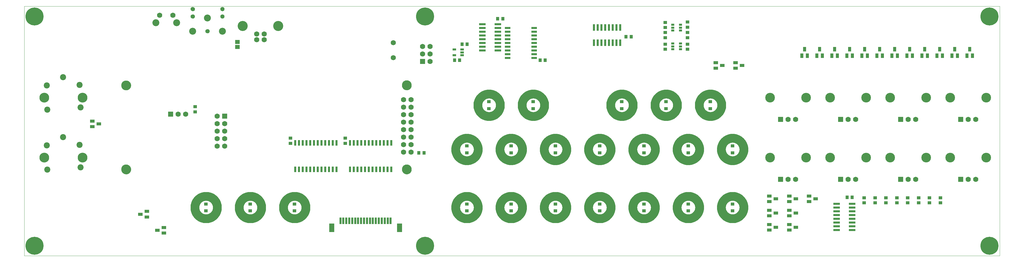
<source format=gts>
G75*
%MOIN*%
%OFA0B0*%
%FSLAX25Y25*%
%IPPOS*%
%LPD*%
%AMOC8*
5,1,8,0,0,1.08239X$1,22.5*
%
%ADD10C,0.00000*%
%ADD11R,0.04337X0.04731*%
%ADD12R,0.04731X0.04337*%
%ADD13C,0.07000*%
%ADD14C,0.13400*%
%ADD15R,0.05124X0.04250*%
%ADD16R,0.07000X0.07000*%
%ADD17C,0.12900*%
%ADD18C,0.12998*%
%ADD19R,0.04298X0.03117*%
%ADD20C,0.11811*%
%ADD21R,0.01975X0.01975*%
%ADD22R,0.01975X0.08274*%
%ADD23R,0.09061X0.02762*%
%ADD24R,0.07487X0.02762*%
%ADD25R,0.05124X0.02565*%
%ADD26R,0.02762X0.07487*%
%ADD27C,0.06900*%
%ADD28C,0.09250*%
%ADD29R,0.02762X0.09061*%
%ADD30C,0.08118*%
%ADD31C,0.13061*%
%ADD32R,0.04337X0.05912*%
%ADD33R,0.05912X0.04337*%
%ADD34R,0.06896X0.11424*%
%ADD35C,0.05518*%
%ADD36C,0.09258*%
%ADD37R,0.06306X0.05518*%
%ADD38C,0.24022*%
D10*
X0001500Y0002000D02*
X0001500Y0335000D01*
X1301000Y0335000D01*
X1301000Y0002000D01*
X0001500Y0002000D01*
X0130749Y0117346D02*
X0130751Y0117504D01*
X0130757Y0117662D01*
X0130767Y0117820D01*
X0130781Y0117978D01*
X0130799Y0118135D01*
X0130820Y0118292D01*
X0130846Y0118448D01*
X0130876Y0118604D01*
X0130909Y0118759D01*
X0130947Y0118912D01*
X0130988Y0119065D01*
X0131033Y0119217D01*
X0131082Y0119368D01*
X0131135Y0119517D01*
X0131191Y0119665D01*
X0131251Y0119811D01*
X0131315Y0119956D01*
X0131383Y0120099D01*
X0131454Y0120241D01*
X0131528Y0120381D01*
X0131606Y0120518D01*
X0131688Y0120654D01*
X0131772Y0120788D01*
X0131861Y0120919D01*
X0131952Y0121048D01*
X0132047Y0121175D01*
X0132144Y0121300D01*
X0132245Y0121422D01*
X0132349Y0121541D01*
X0132456Y0121658D01*
X0132566Y0121772D01*
X0132679Y0121883D01*
X0132794Y0121992D01*
X0132912Y0122097D01*
X0133033Y0122199D01*
X0133156Y0122299D01*
X0133282Y0122395D01*
X0133410Y0122488D01*
X0133540Y0122578D01*
X0133673Y0122664D01*
X0133808Y0122748D01*
X0133944Y0122827D01*
X0134083Y0122904D01*
X0134224Y0122976D01*
X0134366Y0123046D01*
X0134510Y0123111D01*
X0134656Y0123173D01*
X0134803Y0123231D01*
X0134952Y0123286D01*
X0135102Y0123337D01*
X0135253Y0123384D01*
X0135405Y0123427D01*
X0135558Y0123466D01*
X0135713Y0123502D01*
X0135868Y0123533D01*
X0136024Y0123561D01*
X0136180Y0123585D01*
X0136337Y0123605D01*
X0136495Y0123621D01*
X0136652Y0123633D01*
X0136811Y0123641D01*
X0136969Y0123645D01*
X0137127Y0123645D01*
X0137285Y0123641D01*
X0137444Y0123633D01*
X0137601Y0123621D01*
X0137759Y0123605D01*
X0137916Y0123585D01*
X0138072Y0123561D01*
X0138228Y0123533D01*
X0138383Y0123502D01*
X0138538Y0123466D01*
X0138691Y0123427D01*
X0138843Y0123384D01*
X0138994Y0123337D01*
X0139144Y0123286D01*
X0139293Y0123231D01*
X0139440Y0123173D01*
X0139586Y0123111D01*
X0139730Y0123046D01*
X0139872Y0122976D01*
X0140013Y0122904D01*
X0140152Y0122827D01*
X0140288Y0122748D01*
X0140423Y0122664D01*
X0140556Y0122578D01*
X0140686Y0122488D01*
X0140814Y0122395D01*
X0140940Y0122299D01*
X0141063Y0122199D01*
X0141184Y0122097D01*
X0141302Y0121992D01*
X0141417Y0121883D01*
X0141530Y0121772D01*
X0141640Y0121658D01*
X0141747Y0121541D01*
X0141851Y0121422D01*
X0141952Y0121300D01*
X0142049Y0121175D01*
X0142144Y0121048D01*
X0142235Y0120919D01*
X0142324Y0120788D01*
X0142408Y0120654D01*
X0142490Y0120518D01*
X0142568Y0120381D01*
X0142642Y0120241D01*
X0142713Y0120099D01*
X0142781Y0119956D01*
X0142845Y0119811D01*
X0142905Y0119665D01*
X0142961Y0119517D01*
X0143014Y0119368D01*
X0143063Y0119217D01*
X0143108Y0119065D01*
X0143149Y0118912D01*
X0143187Y0118759D01*
X0143220Y0118604D01*
X0143250Y0118448D01*
X0143276Y0118292D01*
X0143297Y0118135D01*
X0143315Y0117978D01*
X0143329Y0117820D01*
X0143339Y0117662D01*
X0143345Y0117504D01*
X0143347Y0117346D01*
X0143345Y0117188D01*
X0143339Y0117030D01*
X0143329Y0116872D01*
X0143315Y0116714D01*
X0143297Y0116557D01*
X0143276Y0116400D01*
X0143250Y0116244D01*
X0143220Y0116088D01*
X0143187Y0115933D01*
X0143149Y0115780D01*
X0143108Y0115627D01*
X0143063Y0115475D01*
X0143014Y0115324D01*
X0142961Y0115175D01*
X0142905Y0115027D01*
X0142845Y0114881D01*
X0142781Y0114736D01*
X0142713Y0114593D01*
X0142642Y0114451D01*
X0142568Y0114311D01*
X0142490Y0114174D01*
X0142408Y0114038D01*
X0142324Y0113904D01*
X0142235Y0113773D01*
X0142144Y0113644D01*
X0142049Y0113517D01*
X0141952Y0113392D01*
X0141851Y0113270D01*
X0141747Y0113151D01*
X0141640Y0113034D01*
X0141530Y0112920D01*
X0141417Y0112809D01*
X0141302Y0112700D01*
X0141184Y0112595D01*
X0141063Y0112493D01*
X0140940Y0112393D01*
X0140814Y0112297D01*
X0140686Y0112204D01*
X0140556Y0112114D01*
X0140423Y0112028D01*
X0140288Y0111944D01*
X0140152Y0111865D01*
X0140013Y0111788D01*
X0139872Y0111716D01*
X0139730Y0111646D01*
X0139586Y0111581D01*
X0139440Y0111519D01*
X0139293Y0111461D01*
X0139144Y0111406D01*
X0138994Y0111355D01*
X0138843Y0111308D01*
X0138691Y0111265D01*
X0138538Y0111226D01*
X0138383Y0111190D01*
X0138228Y0111159D01*
X0138072Y0111131D01*
X0137916Y0111107D01*
X0137759Y0111087D01*
X0137601Y0111071D01*
X0137444Y0111059D01*
X0137285Y0111051D01*
X0137127Y0111047D01*
X0136969Y0111047D01*
X0136811Y0111051D01*
X0136652Y0111059D01*
X0136495Y0111071D01*
X0136337Y0111087D01*
X0136180Y0111107D01*
X0136024Y0111131D01*
X0135868Y0111159D01*
X0135713Y0111190D01*
X0135558Y0111226D01*
X0135405Y0111265D01*
X0135253Y0111308D01*
X0135102Y0111355D01*
X0134952Y0111406D01*
X0134803Y0111461D01*
X0134656Y0111519D01*
X0134510Y0111581D01*
X0134366Y0111646D01*
X0134224Y0111716D01*
X0134083Y0111788D01*
X0133944Y0111865D01*
X0133808Y0111944D01*
X0133673Y0112028D01*
X0133540Y0112114D01*
X0133410Y0112204D01*
X0133282Y0112297D01*
X0133156Y0112393D01*
X0133033Y0112493D01*
X0132912Y0112595D01*
X0132794Y0112700D01*
X0132679Y0112809D01*
X0132566Y0112920D01*
X0132456Y0113034D01*
X0132349Y0113151D01*
X0132245Y0113270D01*
X0132144Y0113392D01*
X0132047Y0113517D01*
X0131952Y0113644D01*
X0131861Y0113773D01*
X0131772Y0113904D01*
X0131688Y0114038D01*
X0131606Y0114174D01*
X0131528Y0114311D01*
X0131454Y0114451D01*
X0131383Y0114593D01*
X0131315Y0114736D01*
X0131251Y0114881D01*
X0131191Y0115027D01*
X0131135Y0115175D01*
X0131082Y0115324D01*
X0131033Y0115475D01*
X0130988Y0115627D01*
X0130947Y0115780D01*
X0130909Y0115933D01*
X0130876Y0116088D01*
X0130846Y0116244D01*
X0130820Y0116400D01*
X0130799Y0116557D01*
X0130781Y0116714D01*
X0130767Y0116872D01*
X0130757Y0117030D01*
X0130751Y0117188D01*
X0130749Y0117346D01*
X0504578Y0117346D02*
X0504580Y0117504D01*
X0504586Y0117662D01*
X0504596Y0117820D01*
X0504610Y0117978D01*
X0504628Y0118135D01*
X0504649Y0118292D01*
X0504675Y0118448D01*
X0504705Y0118604D01*
X0504738Y0118759D01*
X0504776Y0118912D01*
X0504817Y0119065D01*
X0504862Y0119217D01*
X0504911Y0119368D01*
X0504964Y0119517D01*
X0505020Y0119665D01*
X0505080Y0119811D01*
X0505144Y0119956D01*
X0505212Y0120099D01*
X0505283Y0120241D01*
X0505357Y0120381D01*
X0505435Y0120518D01*
X0505517Y0120654D01*
X0505601Y0120788D01*
X0505690Y0120919D01*
X0505781Y0121048D01*
X0505876Y0121175D01*
X0505973Y0121300D01*
X0506074Y0121422D01*
X0506178Y0121541D01*
X0506285Y0121658D01*
X0506395Y0121772D01*
X0506508Y0121883D01*
X0506623Y0121992D01*
X0506741Y0122097D01*
X0506862Y0122199D01*
X0506985Y0122299D01*
X0507111Y0122395D01*
X0507239Y0122488D01*
X0507369Y0122578D01*
X0507502Y0122664D01*
X0507637Y0122748D01*
X0507773Y0122827D01*
X0507912Y0122904D01*
X0508053Y0122976D01*
X0508195Y0123046D01*
X0508339Y0123111D01*
X0508485Y0123173D01*
X0508632Y0123231D01*
X0508781Y0123286D01*
X0508931Y0123337D01*
X0509082Y0123384D01*
X0509234Y0123427D01*
X0509387Y0123466D01*
X0509542Y0123502D01*
X0509697Y0123533D01*
X0509853Y0123561D01*
X0510009Y0123585D01*
X0510166Y0123605D01*
X0510324Y0123621D01*
X0510481Y0123633D01*
X0510640Y0123641D01*
X0510798Y0123645D01*
X0510956Y0123645D01*
X0511114Y0123641D01*
X0511273Y0123633D01*
X0511430Y0123621D01*
X0511588Y0123605D01*
X0511745Y0123585D01*
X0511901Y0123561D01*
X0512057Y0123533D01*
X0512212Y0123502D01*
X0512367Y0123466D01*
X0512520Y0123427D01*
X0512672Y0123384D01*
X0512823Y0123337D01*
X0512973Y0123286D01*
X0513122Y0123231D01*
X0513269Y0123173D01*
X0513415Y0123111D01*
X0513559Y0123046D01*
X0513701Y0122976D01*
X0513842Y0122904D01*
X0513981Y0122827D01*
X0514117Y0122748D01*
X0514252Y0122664D01*
X0514385Y0122578D01*
X0514515Y0122488D01*
X0514643Y0122395D01*
X0514769Y0122299D01*
X0514892Y0122199D01*
X0515013Y0122097D01*
X0515131Y0121992D01*
X0515246Y0121883D01*
X0515359Y0121772D01*
X0515469Y0121658D01*
X0515576Y0121541D01*
X0515680Y0121422D01*
X0515781Y0121300D01*
X0515878Y0121175D01*
X0515973Y0121048D01*
X0516064Y0120919D01*
X0516153Y0120788D01*
X0516237Y0120654D01*
X0516319Y0120518D01*
X0516397Y0120381D01*
X0516471Y0120241D01*
X0516542Y0120099D01*
X0516610Y0119956D01*
X0516674Y0119811D01*
X0516734Y0119665D01*
X0516790Y0119517D01*
X0516843Y0119368D01*
X0516892Y0119217D01*
X0516937Y0119065D01*
X0516978Y0118912D01*
X0517016Y0118759D01*
X0517049Y0118604D01*
X0517079Y0118448D01*
X0517105Y0118292D01*
X0517126Y0118135D01*
X0517144Y0117978D01*
X0517158Y0117820D01*
X0517168Y0117662D01*
X0517174Y0117504D01*
X0517176Y0117346D01*
X0517174Y0117188D01*
X0517168Y0117030D01*
X0517158Y0116872D01*
X0517144Y0116714D01*
X0517126Y0116557D01*
X0517105Y0116400D01*
X0517079Y0116244D01*
X0517049Y0116088D01*
X0517016Y0115933D01*
X0516978Y0115780D01*
X0516937Y0115627D01*
X0516892Y0115475D01*
X0516843Y0115324D01*
X0516790Y0115175D01*
X0516734Y0115027D01*
X0516674Y0114881D01*
X0516610Y0114736D01*
X0516542Y0114593D01*
X0516471Y0114451D01*
X0516397Y0114311D01*
X0516319Y0114174D01*
X0516237Y0114038D01*
X0516153Y0113904D01*
X0516064Y0113773D01*
X0515973Y0113644D01*
X0515878Y0113517D01*
X0515781Y0113392D01*
X0515680Y0113270D01*
X0515576Y0113151D01*
X0515469Y0113034D01*
X0515359Y0112920D01*
X0515246Y0112809D01*
X0515131Y0112700D01*
X0515013Y0112595D01*
X0514892Y0112493D01*
X0514769Y0112393D01*
X0514643Y0112297D01*
X0514515Y0112204D01*
X0514385Y0112114D01*
X0514252Y0112028D01*
X0514117Y0111944D01*
X0513981Y0111865D01*
X0513842Y0111788D01*
X0513701Y0111716D01*
X0513559Y0111646D01*
X0513415Y0111581D01*
X0513269Y0111519D01*
X0513122Y0111461D01*
X0512973Y0111406D01*
X0512823Y0111355D01*
X0512672Y0111308D01*
X0512520Y0111265D01*
X0512367Y0111226D01*
X0512212Y0111190D01*
X0512057Y0111159D01*
X0511901Y0111131D01*
X0511745Y0111107D01*
X0511588Y0111087D01*
X0511430Y0111071D01*
X0511273Y0111059D01*
X0511114Y0111051D01*
X0510956Y0111047D01*
X0510798Y0111047D01*
X0510640Y0111051D01*
X0510481Y0111059D01*
X0510324Y0111071D01*
X0510166Y0111087D01*
X0510009Y0111107D01*
X0509853Y0111131D01*
X0509697Y0111159D01*
X0509542Y0111190D01*
X0509387Y0111226D01*
X0509234Y0111265D01*
X0509082Y0111308D01*
X0508931Y0111355D01*
X0508781Y0111406D01*
X0508632Y0111461D01*
X0508485Y0111519D01*
X0508339Y0111581D01*
X0508195Y0111646D01*
X0508053Y0111716D01*
X0507912Y0111788D01*
X0507773Y0111865D01*
X0507637Y0111944D01*
X0507502Y0112028D01*
X0507369Y0112114D01*
X0507239Y0112204D01*
X0507111Y0112297D01*
X0506985Y0112393D01*
X0506862Y0112493D01*
X0506741Y0112595D01*
X0506623Y0112700D01*
X0506508Y0112809D01*
X0506395Y0112920D01*
X0506285Y0113034D01*
X0506178Y0113151D01*
X0506074Y0113270D01*
X0505973Y0113392D01*
X0505876Y0113517D01*
X0505781Y0113644D01*
X0505690Y0113773D01*
X0505601Y0113904D01*
X0505517Y0114038D01*
X0505435Y0114174D01*
X0505357Y0114311D01*
X0505283Y0114451D01*
X0505212Y0114593D01*
X0505144Y0114736D01*
X0505080Y0114881D01*
X0505020Y0115027D01*
X0504964Y0115175D01*
X0504911Y0115324D01*
X0504862Y0115475D01*
X0504817Y0115627D01*
X0504776Y0115780D01*
X0504738Y0115933D01*
X0504705Y0116088D01*
X0504675Y0116244D01*
X0504649Y0116400D01*
X0504628Y0116557D01*
X0504610Y0116714D01*
X0504596Y0116872D01*
X0504586Y0117030D01*
X0504580Y0117188D01*
X0504578Y0117346D01*
X0504578Y0229551D02*
X0504580Y0229709D01*
X0504586Y0229867D01*
X0504596Y0230025D01*
X0504610Y0230183D01*
X0504628Y0230340D01*
X0504649Y0230497D01*
X0504675Y0230653D01*
X0504705Y0230809D01*
X0504738Y0230964D01*
X0504776Y0231117D01*
X0504817Y0231270D01*
X0504862Y0231422D01*
X0504911Y0231573D01*
X0504964Y0231722D01*
X0505020Y0231870D01*
X0505080Y0232016D01*
X0505144Y0232161D01*
X0505212Y0232304D01*
X0505283Y0232446D01*
X0505357Y0232586D01*
X0505435Y0232723D01*
X0505517Y0232859D01*
X0505601Y0232993D01*
X0505690Y0233124D01*
X0505781Y0233253D01*
X0505876Y0233380D01*
X0505973Y0233505D01*
X0506074Y0233627D01*
X0506178Y0233746D01*
X0506285Y0233863D01*
X0506395Y0233977D01*
X0506508Y0234088D01*
X0506623Y0234197D01*
X0506741Y0234302D01*
X0506862Y0234404D01*
X0506985Y0234504D01*
X0507111Y0234600D01*
X0507239Y0234693D01*
X0507369Y0234783D01*
X0507502Y0234869D01*
X0507637Y0234953D01*
X0507773Y0235032D01*
X0507912Y0235109D01*
X0508053Y0235181D01*
X0508195Y0235251D01*
X0508339Y0235316D01*
X0508485Y0235378D01*
X0508632Y0235436D01*
X0508781Y0235491D01*
X0508931Y0235542D01*
X0509082Y0235589D01*
X0509234Y0235632D01*
X0509387Y0235671D01*
X0509542Y0235707D01*
X0509697Y0235738D01*
X0509853Y0235766D01*
X0510009Y0235790D01*
X0510166Y0235810D01*
X0510324Y0235826D01*
X0510481Y0235838D01*
X0510640Y0235846D01*
X0510798Y0235850D01*
X0510956Y0235850D01*
X0511114Y0235846D01*
X0511273Y0235838D01*
X0511430Y0235826D01*
X0511588Y0235810D01*
X0511745Y0235790D01*
X0511901Y0235766D01*
X0512057Y0235738D01*
X0512212Y0235707D01*
X0512367Y0235671D01*
X0512520Y0235632D01*
X0512672Y0235589D01*
X0512823Y0235542D01*
X0512973Y0235491D01*
X0513122Y0235436D01*
X0513269Y0235378D01*
X0513415Y0235316D01*
X0513559Y0235251D01*
X0513701Y0235181D01*
X0513842Y0235109D01*
X0513981Y0235032D01*
X0514117Y0234953D01*
X0514252Y0234869D01*
X0514385Y0234783D01*
X0514515Y0234693D01*
X0514643Y0234600D01*
X0514769Y0234504D01*
X0514892Y0234404D01*
X0515013Y0234302D01*
X0515131Y0234197D01*
X0515246Y0234088D01*
X0515359Y0233977D01*
X0515469Y0233863D01*
X0515576Y0233746D01*
X0515680Y0233627D01*
X0515781Y0233505D01*
X0515878Y0233380D01*
X0515973Y0233253D01*
X0516064Y0233124D01*
X0516153Y0232993D01*
X0516237Y0232859D01*
X0516319Y0232723D01*
X0516397Y0232586D01*
X0516471Y0232446D01*
X0516542Y0232304D01*
X0516610Y0232161D01*
X0516674Y0232016D01*
X0516734Y0231870D01*
X0516790Y0231722D01*
X0516843Y0231573D01*
X0516892Y0231422D01*
X0516937Y0231270D01*
X0516978Y0231117D01*
X0517016Y0230964D01*
X0517049Y0230809D01*
X0517079Y0230653D01*
X0517105Y0230497D01*
X0517126Y0230340D01*
X0517144Y0230183D01*
X0517158Y0230025D01*
X0517168Y0229867D01*
X0517174Y0229709D01*
X0517176Y0229551D01*
X0517174Y0229393D01*
X0517168Y0229235D01*
X0517158Y0229077D01*
X0517144Y0228919D01*
X0517126Y0228762D01*
X0517105Y0228605D01*
X0517079Y0228449D01*
X0517049Y0228293D01*
X0517016Y0228138D01*
X0516978Y0227985D01*
X0516937Y0227832D01*
X0516892Y0227680D01*
X0516843Y0227529D01*
X0516790Y0227380D01*
X0516734Y0227232D01*
X0516674Y0227086D01*
X0516610Y0226941D01*
X0516542Y0226798D01*
X0516471Y0226656D01*
X0516397Y0226516D01*
X0516319Y0226379D01*
X0516237Y0226243D01*
X0516153Y0226109D01*
X0516064Y0225978D01*
X0515973Y0225849D01*
X0515878Y0225722D01*
X0515781Y0225597D01*
X0515680Y0225475D01*
X0515576Y0225356D01*
X0515469Y0225239D01*
X0515359Y0225125D01*
X0515246Y0225014D01*
X0515131Y0224905D01*
X0515013Y0224800D01*
X0514892Y0224698D01*
X0514769Y0224598D01*
X0514643Y0224502D01*
X0514515Y0224409D01*
X0514385Y0224319D01*
X0514252Y0224233D01*
X0514117Y0224149D01*
X0513981Y0224070D01*
X0513842Y0223993D01*
X0513701Y0223921D01*
X0513559Y0223851D01*
X0513415Y0223786D01*
X0513269Y0223724D01*
X0513122Y0223666D01*
X0512973Y0223611D01*
X0512823Y0223560D01*
X0512672Y0223513D01*
X0512520Y0223470D01*
X0512367Y0223431D01*
X0512212Y0223395D01*
X0512057Y0223364D01*
X0511901Y0223336D01*
X0511745Y0223312D01*
X0511588Y0223292D01*
X0511430Y0223276D01*
X0511273Y0223264D01*
X0511114Y0223256D01*
X0510956Y0223252D01*
X0510798Y0223252D01*
X0510640Y0223256D01*
X0510481Y0223264D01*
X0510324Y0223276D01*
X0510166Y0223292D01*
X0510009Y0223312D01*
X0509853Y0223336D01*
X0509697Y0223364D01*
X0509542Y0223395D01*
X0509387Y0223431D01*
X0509234Y0223470D01*
X0509082Y0223513D01*
X0508931Y0223560D01*
X0508781Y0223611D01*
X0508632Y0223666D01*
X0508485Y0223724D01*
X0508339Y0223786D01*
X0508195Y0223851D01*
X0508053Y0223921D01*
X0507912Y0223993D01*
X0507773Y0224070D01*
X0507637Y0224149D01*
X0507502Y0224233D01*
X0507369Y0224319D01*
X0507239Y0224409D01*
X0507111Y0224502D01*
X0506985Y0224598D01*
X0506862Y0224698D01*
X0506741Y0224800D01*
X0506623Y0224905D01*
X0506508Y0225014D01*
X0506395Y0225125D01*
X0506285Y0225239D01*
X0506178Y0225356D01*
X0506074Y0225475D01*
X0505973Y0225597D01*
X0505876Y0225722D01*
X0505781Y0225849D01*
X0505690Y0225978D01*
X0505601Y0226109D01*
X0505517Y0226243D01*
X0505435Y0226379D01*
X0505357Y0226516D01*
X0505283Y0226656D01*
X0505212Y0226798D01*
X0505144Y0226941D01*
X0505080Y0227086D01*
X0505020Y0227232D01*
X0504964Y0227380D01*
X0504911Y0227529D01*
X0504862Y0227680D01*
X0504817Y0227832D01*
X0504776Y0227985D01*
X0504738Y0228138D01*
X0504705Y0228293D01*
X0504675Y0228449D01*
X0504649Y0228605D01*
X0504628Y0228762D01*
X0504610Y0228919D01*
X0504596Y0229077D01*
X0504586Y0229235D01*
X0504580Y0229393D01*
X0504578Y0229551D01*
X0242941Y0301783D02*
X0242943Y0301884D01*
X0242949Y0301985D01*
X0242959Y0302086D01*
X0242973Y0302186D01*
X0242991Y0302285D01*
X0243013Y0302384D01*
X0243038Y0302482D01*
X0243068Y0302579D01*
X0243101Y0302674D01*
X0243138Y0302768D01*
X0243179Y0302861D01*
X0243223Y0302952D01*
X0243271Y0303041D01*
X0243323Y0303128D01*
X0243378Y0303213D01*
X0243436Y0303295D01*
X0243497Y0303376D01*
X0243562Y0303454D01*
X0243629Y0303529D01*
X0243699Y0303601D01*
X0243773Y0303671D01*
X0243849Y0303738D01*
X0243927Y0303802D01*
X0244008Y0303862D01*
X0244091Y0303919D01*
X0244177Y0303973D01*
X0244265Y0304024D01*
X0244354Y0304071D01*
X0244445Y0304115D01*
X0244538Y0304154D01*
X0244633Y0304191D01*
X0244728Y0304223D01*
X0244825Y0304252D01*
X0244924Y0304276D01*
X0245022Y0304297D01*
X0245122Y0304314D01*
X0245222Y0304327D01*
X0245323Y0304336D01*
X0245424Y0304341D01*
X0245525Y0304342D01*
X0245626Y0304339D01*
X0245727Y0304332D01*
X0245828Y0304321D01*
X0245928Y0304306D01*
X0246027Y0304287D01*
X0246126Y0304264D01*
X0246223Y0304238D01*
X0246320Y0304207D01*
X0246415Y0304173D01*
X0246508Y0304135D01*
X0246601Y0304093D01*
X0246691Y0304048D01*
X0246780Y0303999D01*
X0246866Y0303947D01*
X0246950Y0303891D01*
X0247033Y0303832D01*
X0247112Y0303770D01*
X0247190Y0303705D01*
X0247264Y0303637D01*
X0247336Y0303565D01*
X0247405Y0303492D01*
X0247471Y0303415D01*
X0247534Y0303336D01*
X0247594Y0303254D01*
X0247650Y0303170D01*
X0247703Y0303084D01*
X0247753Y0302996D01*
X0247799Y0302906D01*
X0247842Y0302815D01*
X0247881Y0302721D01*
X0247916Y0302626D01*
X0247947Y0302530D01*
X0247975Y0302433D01*
X0247999Y0302335D01*
X0248019Y0302236D01*
X0248035Y0302136D01*
X0248047Y0302035D01*
X0248055Y0301935D01*
X0248059Y0301834D01*
X0248059Y0301732D01*
X0248055Y0301631D01*
X0248047Y0301531D01*
X0248035Y0301430D01*
X0248019Y0301330D01*
X0247999Y0301231D01*
X0247975Y0301133D01*
X0247947Y0301036D01*
X0247916Y0300940D01*
X0247881Y0300845D01*
X0247842Y0300751D01*
X0247799Y0300660D01*
X0247753Y0300570D01*
X0247703Y0300482D01*
X0247650Y0300396D01*
X0247594Y0300312D01*
X0247534Y0300230D01*
X0247471Y0300151D01*
X0247405Y0300074D01*
X0247336Y0300001D01*
X0247264Y0299929D01*
X0247190Y0299861D01*
X0247112Y0299796D01*
X0247033Y0299734D01*
X0246950Y0299675D01*
X0246866Y0299619D01*
X0246779Y0299567D01*
X0246691Y0299518D01*
X0246601Y0299473D01*
X0246508Y0299431D01*
X0246415Y0299393D01*
X0246320Y0299359D01*
X0246223Y0299328D01*
X0246126Y0299302D01*
X0246027Y0299279D01*
X0245928Y0299260D01*
X0245828Y0299245D01*
X0245727Y0299234D01*
X0245626Y0299227D01*
X0245525Y0299224D01*
X0245424Y0299225D01*
X0245323Y0299230D01*
X0245222Y0299239D01*
X0245122Y0299252D01*
X0245022Y0299269D01*
X0244924Y0299290D01*
X0244825Y0299314D01*
X0244728Y0299343D01*
X0244633Y0299375D01*
X0244538Y0299412D01*
X0244445Y0299451D01*
X0244354Y0299495D01*
X0244265Y0299542D01*
X0244177Y0299593D01*
X0244091Y0299647D01*
X0244008Y0299704D01*
X0243927Y0299764D01*
X0243849Y0299828D01*
X0243773Y0299895D01*
X0243699Y0299965D01*
X0243629Y0300037D01*
X0243562Y0300112D01*
X0243497Y0300190D01*
X0243436Y0300271D01*
X0243378Y0300353D01*
X0243323Y0300438D01*
X0243271Y0300525D01*
X0243223Y0300614D01*
X0243179Y0300705D01*
X0243138Y0300798D01*
X0243101Y0300892D01*
X0243068Y0300987D01*
X0243038Y0301084D01*
X0243013Y0301182D01*
X0242991Y0301281D01*
X0242973Y0301380D01*
X0242959Y0301480D01*
X0242949Y0301581D01*
X0242943Y0301682D01*
X0242941Y0301783D01*
X0223256Y0321469D02*
X0223258Y0321570D01*
X0223264Y0321671D01*
X0223274Y0321772D01*
X0223288Y0321872D01*
X0223306Y0321971D01*
X0223328Y0322070D01*
X0223353Y0322168D01*
X0223383Y0322265D01*
X0223416Y0322360D01*
X0223453Y0322454D01*
X0223494Y0322547D01*
X0223538Y0322638D01*
X0223586Y0322727D01*
X0223638Y0322814D01*
X0223693Y0322899D01*
X0223751Y0322981D01*
X0223812Y0323062D01*
X0223877Y0323140D01*
X0223944Y0323215D01*
X0224014Y0323287D01*
X0224088Y0323357D01*
X0224164Y0323424D01*
X0224242Y0323488D01*
X0224323Y0323548D01*
X0224406Y0323605D01*
X0224492Y0323659D01*
X0224580Y0323710D01*
X0224669Y0323757D01*
X0224760Y0323801D01*
X0224853Y0323840D01*
X0224948Y0323877D01*
X0225043Y0323909D01*
X0225140Y0323938D01*
X0225239Y0323962D01*
X0225337Y0323983D01*
X0225437Y0324000D01*
X0225537Y0324013D01*
X0225638Y0324022D01*
X0225739Y0324027D01*
X0225840Y0324028D01*
X0225941Y0324025D01*
X0226042Y0324018D01*
X0226143Y0324007D01*
X0226243Y0323992D01*
X0226342Y0323973D01*
X0226441Y0323950D01*
X0226538Y0323924D01*
X0226635Y0323893D01*
X0226730Y0323859D01*
X0226823Y0323821D01*
X0226916Y0323779D01*
X0227006Y0323734D01*
X0227095Y0323685D01*
X0227181Y0323633D01*
X0227265Y0323577D01*
X0227348Y0323518D01*
X0227427Y0323456D01*
X0227505Y0323391D01*
X0227579Y0323323D01*
X0227651Y0323251D01*
X0227720Y0323178D01*
X0227786Y0323101D01*
X0227849Y0323022D01*
X0227909Y0322940D01*
X0227965Y0322856D01*
X0228018Y0322770D01*
X0228068Y0322682D01*
X0228114Y0322592D01*
X0228157Y0322501D01*
X0228196Y0322407D01*
X0228231Y0322312D01*
X0228262Y0322216D01*
X0228290Y0322119D01*
X0228314Y0322021D01*
X0228334Y0321922D01*
X0228350Y0321822D01*
X0228362Y0321721D01*
X0228370Y0321621D01*
X0228374Y0321520D01*
X0228374Y0321418D01*
X0228370Y0321317D01*
X0228362Y0321217D01*
X0228350Y0321116D01*
X0228334Y0321016D01*
X0228314Y0320917D01*
X0228290Y0320819D01*
X0228262Y0320722D01*
X0228231Y0320626D01*
X0228196Y0320531D01*
X0228157Y0320437D01*
X0228114Y0320346D01*
X0228068Y0320256D01*
X0228018Y0320168D01*
X0227965Y0320082D01*
X0227909Y0319998D01*
X0227849Y0319916D01*
X0227786Y0319837D01*
X0227720Y0319760D01*
X0227651Y0319687D01*
X0227579Y0319615D01*
X0227505Y0319547D01*
X0227427Y0319482D01*
X0227348Y0319420D01*
X0227265Y0319361D01*
X0227181Y0319305D01*
X0227094Y0319253D01*
X0227006Y0319204D01*
X0226916Y0319159D01*
X0226823Y0319117D01*
X0226730Y0319079D01*
X0226635Y0319045D01*
X0226538Y0319014D01*
X0226441Y0318988D01*
X0226342Y0318965D01*
X0226243Y0318946D01*
X0226143Y0318931D01*
X0226042Y0318920D01*
X0225941Y0318913D01*
X0225840Y0318910D01*
X0225739Y0318911D01*
X0225638Y0318916D01*
X0225537Y0318925D01*
X0225437Y0318938D01*
X0225337Y0318955D01*
X0225239Y0318976D01*
X0225140Y0319000D01*
X0225043Y0319029D01*
X0224948Y0319061D01*
X0224853Y0319098D01*
X0224760Y0319137D01*
X0224669Y0319181D01*
X0224580Y0319228D01*
X0224492Y0319279D01*
X0224406Y0319333D01*
X0224323Y0319390D01*
X0224242Y0319450D01*
X0224164Y0319514D01*
X0224088Y0319581D01*
X0224014Y0319651D01*
X0223944Y0319723D01*
X0223877Y0319798D01*
X0223812Y0319876D01*
X0223751Y0319957D01*
X0223693Y0320039D01*
X0223638Y0320124D01*
X0223586Y0320211D01*
X0223538Y0320300D01*
X0223494Y0320391D01*
X0223453Y0320484D01*
X0223416Y0320578D01*
X0223383Y0320673D01*
X0223353Y0320770D01*
X0223328Y0320868D01*
X0223306Y0320967D01*
X0223288Y0321066D01*
X0223274Y0321166D01*
X0223264Y0321267D01*
X0223258Y0321368D01*
X0223256Y0321469D01*
X0223256Y0331311D02*
X0223258Y0331412D01*
X0223264Y0331513D01*
X0223274Y0331614D01*
X0223288Y0331714D01*
X0223306Y0331813D01*
X0223328Y0331912D01*
X0223353Y0332010D01*
X0223383Y0332107D01*
X0223416Y0332202D01*
X0223453Y0332296D01*
X0223494Y0332389D01*
X0223538Y0332480D01*
X0223586Y0332569D01*
X0223638Y0332656D01*
X0223693Y0332741D01*
X0223751Y0332823D01*
X0223812Y0332904D01*
X0223877Y0332982D01*
X0223944Y0333057D01*
X0224014Y0333129D01*
X0224088Y0333199D01*
X0224164Y0333266D01*
X0224242Y0333330D01*
X0224323Y0333390D01*
X0224406Y0333447D01*
X0224492Y0333501D01*
X0224580Y0333552D01*
X0224669Y0333599D01*
X0224760Y0333643D01*
X0224853Y0333682D01*
X0224948Y0333719D01*
X0225043Y0333751D01*
X0225140Y0333780D01*
X0225239Y0333804D01*
X0225337Y0333825D01*
X0225437Y0333842D01*
X0225537Y0333855D01*
X0225638Y0333864D01*
X0225739Y0333869D01*
X0225840Y0333870D01*
X0225941Y0333867D01*
X0226042Y0333860D01*
X0226143Y0333849D01*
X0226243Y0333834D01*
X0226342Y0333815D01*
X0226441Y0333792D01*
X0226538Y0333766D01*
X0226635Y0333735D01*
X0226730Y0333701D01*
X0226823Y0333663D01*
X0226916Y0333621D01*
X0227006Y0333576D01*
X0227095Y0333527D01*
X0227181Y0333475D01*
X0227265Y0333419D01*
X0227348Y0333360D01*
X0227427Y0333298D01*
X0227505Y0333233D01*
X0227579Y0333165D01*
X0227651Y0333093D01*
X0227720Y0333020D01*
X0227786Y0332943D01*
X0227849Y0332864D01*
X0227909Y0332782D01*
X0227965Y0332698D01*
X0228018Y0332612D01*
X0228068Y0332524D01*
X0228114Y0332434D01*
X0228157Y0332343D01*
X0228196Y0332249D01*
X0228231Y0332154D01*
X0228262Y0332058D01*
X0228290Y0331961D01*
X0228314Y0331863D01*
X0228334Y0331764D01*
X0228350Y0331664D01*
X0228362Y0331563D01*
X0228370Y0331463D01*
X0228374Y0331362D01*
X0228374Y0331260D01*
X0228370Y0331159D01*
X0228362Y0331059D01*
X0228350Y0330958D01*
X0228334Y0330858D01*
X0228314Y0330759D01*
X0228290Y0330661D01*
X0228262Y0330564D01*
X0228231Y0330468D01*
X0228196Y0330373D01*
X0228157Y0330279D01*
X0228114Y0330188D01*
X0228068Y0330098D01*
X0228018Y0330010D01*
X0227965Y0329924D01*
X0227909Y0329840D01*
X0227849Y0329758D01*
X0227786Y0329679D01*
X0227720Y0329602D01*
X0227651Y0329529D01*
X0227579Y0329457D01*
X0227505Y0329389D01*
X0227427Y0329324D01*
X0227348Y0329262D01*
X0227265Y0329203D01*
X0227181Y0329147D01*
X0227094Y0329095D01*
X0227006Y0329046D01*
X0226916Y0329001D01*
X0226823Y0328959D01*
X0226730Y0328921D01*
X0226635Y0328887D01*
X0226538Y0328856D01*
X0226441Y0328830D01*
X0226342Y0328807D01*
X0226243Y0328788D01*
X0226143Y0328773D01*
X0226042Y0328762D01*
X0225941Y0328755D01*
X0225840Y0328752D01*
X0225739Y0328753D01*
X0225638Y0328758D01*
X0225537Y0328767D01*
X0225437Y0328780D01*
X0225337Y0328797D01*
X0225239Y0328818D01*
X0225140Y0328842D01*
X0225043Y0328871D01*
X0224948Y0328903D01*
X0224853Y0328940D01*
X0224760Y0328979D01*
X0224669Y0329023D01*
X0224580Y0329070D01*
X0224492Y0329121D01*
X0224406Y0329175D01*
X0224323Y0329232D01*
X0224242Y0329292D01*
X0224164Y0329356D01*
X0224088Y0329423D01*
X0224014Y0329493D01*
X0223944Y0329565D01*
X0223877Y0329640D01*
X0223812Y0329718D01*
X0223751Y0329799D01*
X0223693Y0329881D01*
X0223638Y0329966D01*
X0223586Y0330053D01*
X0223538Y0330142D01*
X0223494Y0330233D01*
X0223453Y0330326D01*
X0223416Y0330420D01*
X0223383Y0330515D01*
X0223353Y0330612D01*
X0223328Y0330710D01*
X0223306Y0330809D01*
X0223288Y0330908D01*
X0223274Y0331008D01*
X0223264Y0331109D01*
X0223258Y0331210D01*
X0223256Y0331311D01*
X0262626Y0331311D02*
X0262628Y0331412D01*
X0262634Y0331513D01*
X0262644Y0331614D01*
X0262658Y0331714D01*
X0262676Y0331813D01*
X0262698Y0331912D01*
X0262723Y0332010D01*
X0262753Y0332107D01*
X0262786Y0332202D01*
X0262823Y0332296D01*
X0262864Y0332389D01*
X0262908Y0332480D01*
X0262956Y0332569D01*
X0263008Y0332656D01*
X0263063Y0332741D01*
X0263121Y0332823D01*
X0263182Y0332904D01*
X0263247Y0332982D01*
X0263314Y0333057D01*
X0263384Y0333129D01*
X0263458Y0333199D01*
X0263534Y0333266D01*
X0263612Y0333330D01*
X0263693Y0333390D01*
X0263776Y0333447D01*
X0263862Y0333501D01*
X0263950Y0333552D01*
X0264039Y0333599D01*
X0264130Y0333643D01*
X0264223Y0333682D01*
X0264318Y0333719D01*
X0264413Y0333751D01*
X0264510Y0333780D01*
X0264609Y0333804D01*
X0264707Y0333825D01*
X0264807Y0333842D01*
X0264907Y0333855D01*
X0265008Y0333864D01*
X0265109Y0333869D01*
X0265210Y0333870D01*
X0265311Y0333867D01*
X0265412Y0333860D01*
X0265513Y0333849D01*
X0265613Y0333834D01*
X0265712Y0333815D01*
X0265811Y0333792D01*
X0265908Y0333766D01*
X0266005Y0333735D01*
X0266100Y0333701D01*
X0266193Y0333663D01*
X0266286Y0333621D01*
X0266376Y0333576D01*
X0266465Y0333527D01*
X0266551Y0333475D01*
X0266635Y0333419D01*
X0266718Y0333360D01*
X0266797Y0333298D01*
X0266875Y0333233D01*
X0266949Y0333165D01*
X0267021Y0333093D01*
X0267090Y0333020D01*
X0267156Y0332943D01*
X0267219Y0332864D01*
X0267279Y0332782D01*
X0267335Y0332698D01*
X0267388Y0332612D01*
X0267438Y0332524D01*
X0267484Y0332434D01*
X0267527Y0332343D01*
X0267566Y0332249D01*
X0267601Y0332154D01*
X0267632Y0332058D01*
X0267660Y0331961D01*
X0267684Y0331863D01*
X0267704Y0331764D01*
X0267720Y0331664D01*
X0267732Y0331563D01*
X0267740Y0331463D01*
X0267744Y0331362D01*
X0267744Y0331260D01*
X0267740Y0331159D01*
X0267732Y0331059D01*
X0267720Y0330958D01*
X0267704Y0330858D01*
X0267684Y0330759D01*
X0267660Y0330661D01*
X0267632Y0330564D01*
X0267601Y0330468D01*
X0267566Y0330373D01*
X0267527Y0330279D01*
X0267484Y0330188D01*
X0267438Y0330098D01*
X0267388Y0330010D01*
X0267335Y0329924D01*
X0267279Y0329840D01*
X0267219Y0329758D01*
X0267156Y0329679D01*
X0267090Y0329602D01*
X0267021Y0329529D01*
X0266949Y0329457D01*
X0266875Y0329389D01*
X0266797Y0329324D01*
X0266718Y0329262D01*
X0266635Y0329203D01*
X0266551Y0329147D01*
X0266464Y0329095D01*
X0266376Y0329046D01*
X0266286Y0329001D01*
X0266193Y0328959D01*
X0266100Y0328921D01*
X0266005Y0328887D01*
X0265908Y0328856D01*
X0265811Y0328830D01*
X0265712Y0328807D01*
X0265613Y0328788D01*
X0265513Y0328773D01*
X0265412Y0328762D01*
X0265311Y0328755D01*
X0265210Y0328752D01*
X0265109Y0328753D01*
X0265008Y0328758D01*
X0264907Y0328767D01*
X0264807Y0328780D01*
X0264707Y0328797D01*
X0264609Y0328818D01*
X0264510Y0328842D01*
X0264413Y0328871D01*
X0264318Y0328903D01*
X0264223Y0328940D01*
X0264130Y0328979D01*
X0264039Y0329023D01*
X0263950Y0329070D01*
X0263862Y0329121D01*
X0263776Y0329175D01*
X0263693Y0329232D01*
X0263612Y0329292D01*
X0263534Y0329356D01*
X0263458Y0329423D01*
X0263384Y0329493D01*
X0263314Y0329565D01*
X0263247Y0329640D01*
X0263182Y0329718D01*
X0263121Y0329799D01*
X0263063Y0329881D01*
X0263008Y0329966D01*
X0262956Y0330053D01*
X0262908Y0330142D01*
X0262864Y0330233D01*
X0262823Y0330326D01*
X0262786Y0330420D01*
X0262753Y0330515D01*
X0262723Y0330612D01*
X0262698Y0330710D01*
X0262676Y0330809D01*
X0262658Y0330908D01*
X0262644Y0331008D01*
X0262634Y0331109D01*
X0262628Y0331210D01*
X0262626Y0331311D01*
X0262626Y0321469D02*
X0262628Y0321570D01*
X0262634Y0321671D01*
X0262644Y0321772D01*
X0262658Y0321872D01*
X0262676Y0321971D01*
X0262698Y0322070D01*
X0262723Y0322168D01*
X0262753Y0322265D01*
X0262786Y0322360D01*
X0262823Y0322454D01*
X0262864Y0322547D01*
X0262908Y0322638D01*
X0262956Y0322727D01*
X0263008Y0322814D01*
X0263063Y0322899D01*
X0263121Y0322981D01*
X0263182Y0323062D01*
X0263247Y0323140D01*
X0263314Y0323215D01*
X0263384Y0323287D01*
X0263458Y0323357D01*
X0263534Y0323424D01*
X0263612Y0323488D01*
X0263693Y0323548D01*
X0263776Y0323605D01*
X0263862Y0323659D01*
X0263950Y0323710D01*
X0264039Y0323757D01*
X0264130Y0323801D01*
X0264223Y0323840D01*
X0264318Y0323877D01*
X0264413Y0323909D01*
X0264510Y0323938D01*
X0264609Y0323962D01*
X0264707Y0323983D01*
X0264807Y0324000D01*
X0264907Y0324013D01*
X0265008Y0324022D01*
X0265109Y0324027D01*
X0265210Y0324028D01*
X0265311Y0324025D01*
X0265412Y0324018D01*
X0265513Y0324007D01*
X0265613Y0323992D01*
X0265712Y0323973D01*
X0265811Y0323950D01*
X0265908Y0323924D01*
X0266005Y0323893D01*
X0266100Y0323859D01*
X0266193Y0323821D01*
X0266286Y0323779D01*
X0266376Y0323734D01*
X0266465Y0323685D01*
X0266551Y0323633D01*
X0266635Y0323577D01*
X0266718Y0323518D01*
X0266797Y0323456D01*
X0266875Y0323391D01*
X0266949Y0323323D01*
X0267021Y0323251D01*
X0267090Y0323178D01*
X0267156Y0323101D01*
X0267219Y0323022D01*
X0267279Y0322940D01*
X0267335Y0322856D01*
X0267388Y0322770D01*
X0267438Y0322682D01*
X0267484Y0322592D01*
X0267527Y0322501D01*
X0267566Y0322407D01*
X0267601Y0322312D01*
X0267632Y0322216D01*
X0267660Y0322119D01*
X0267684Y0322021D01*
X0267704Y0321922D01*
X0267720Y0321822D01*
X0267732Y0321721D01*
X0267740Y0321621D01*
X0267744Y0321520D01*
X0267744Y0321418D01*
X0267740Y0321317D01*
X0267732Y0321217D01*
X0267720Y0321116D01*
X0267704Y0321016D01*
X0267684Y0320917D01*
X0267660Y0320819D01*
X0267632Y0320722D01*
X0267601Y0320626D01*
X0267566Y0320531D01*
X0267527Y0320437D01*
X0267484Y0320346D01*
X0267438Y0320256D01*
X0267388Y0320168D01*
X0267335Y0320082D01*
X0267279Y0319998D01*
X0267219Y0319916D01*
X0267156Y0319837D01*
X0267090Y0319760D01*
X0267021Y0319687D01*
X0266949Y0319615D01*
X0266875Y0319547D01*
X0266797Y0319482D01*
X0266718Y0319420D01*
X0266635Y0319361D01*
X0266551Y0319305D01*
X0266464Y0319253D01*
X0266376Y0319204D01*
X0266286Y0319159D01*
X0266193Y0319117D01*
X0266100Y0319079D01*
X0266005Y0319045D01*
X0265908Y0319014D01*
X0265811Y0318988D01*
X0265712Y0318965D01*
X0265613Y0318946D01*
X0265513Y0318931D01*
X0265412Y0318920D01*
X0265311Y0318913D01*
X0265210Y0318910D01*
X0265109Y0318911D01*
X0265008Y0318916D01*
X0264907Y0318925D01*
X0264807Y0318938D01*
X0264707Y0318955D01*
X0264609Y0318976D01*
X0264510Y0319000D01*
X0264413Y0319029D01*
X0264318Y0319061D01*
X0264223Y0319098D01*
X0264130Y0319137D01*
X0264039Y0319181D01*
X0263950Y0319228D01*
X0263862Y0319279D01*
X0263776Y0319333D01*
X0263693Y0319390D01*
X0263612Y0319450D01*
X0263534Y0319514D01*
X0263458Y0319581D01*
X0263384Y0319651D01*
X0263314Y0319723D01*
X0263247Y0319798D01*
X0263182Y0319876D01*
X0263121Y0319957D01*
X0263063Y0320039D01*
X0263008Y0320124D01*
X0262956Y0320211D01*
X0262908Y0320300D01*
X0262864Y0320391D01*
X0262823Y0320484D01*
X0262786Y0320578D01*
X0262753Y0320673D01*
X0262723Y0320770D01*
X0262698Y0320868D01*
X0262676Y0320967D01*
X0262658Y0321066D01*
X0262644Y0321166D01*
X0262634Y0321267D01*
X0262628Y0321368D01*
X0262626Y0321469D01*
X0130703Y0229471D02*
X0130705Y0229629D01*
X0130711Y0229787D01*
X0130721Y0229945D01*
X0130735Y0230103D01*
X0130753Y0230260D01*
X0130774Y0230417D01*
X0130800Y0230573D01*
X0130830Y0230729D01*
X0130863Y0230884D01*
X0130901Y0231037D01*
X0130942Y0231190D01*
X0130987Y0231342D01*
X0131036Y0231493D01*
X0131089Y0231642D01*
X0131145Y0231790D01*
X0131205Y0231936D01*
X0131269Y0232081D01*
X0131337Y0232224D01*
X0131408Y0232366D01*
X0131482Y0232506D01*
X0131560Y0232643D01*
X0131642Y0232779D01*
X0131726Y0232913D01*
X0131815Y0233044D01*
X0131906Y0233173D01*
X0132001Y0233300D01*
X0132098Y0233425D01*
X0132199Y0233547D01*
X0132303Y0233666D01*
X0132410Y0233783D01*
X0132520Y0233897D01*
X0132633Y0234008D01*
X0132748Y0234117D01*
X0132866Y0234222D01*
X0132987Y0234324D01*
X0133110Y0234424D01*
X0133236Y0234520D01*
X0133364Y0234613D01*
X0133494Y0234703D01*
X0133627Y0234789D01*
X0133762Y0234873D01*
X0133898Y0234952D01*
X0134037Y0235029D01*
X0134178Y0235101D01*
X0134320Y0235171D01*
X0134464Y0235236D01*
X0134610Y0235298D01*
X0134757Y0235356D01*
X0134906Y0235411D01*
X0135056Y0235462D01*
X0135207Y0235509D01*
X0135359Y0235552D01*
X0135512Y0235591D01*
X0135667Y0235627D01*
X0135822Y0235658D01*
X0135978Y0235686D01*
X0136134Y0235710D01*
X0136291Y0235730D01*
X0136449Y0235746D01*
X0136606Y0235758D01*
X0136765Y0235766D01*
X0136923Y0235770D01*
X0137081Y0235770D01*
X0137239Y0235766D01*
X0137398Y0235758D01*
X0137555Y0235746D01*
X0137713Y0235730D01*
X0137870Y0235710D01*
X0138026Y0235686D01*
X0138182Y0235658D01*
X0138337Y0235627D01*
X0138492Y0235591D01*
X0138645Y0235552D01*
X0138797Y0235509D01*
X0138948Y0235462D01*
X0139098Y0235411D01*
X0139247Y0235356D01*
X0139394Y0235298D01*
X0139540Y0235236D01*
X0139684Y0235171D01*
X0139826Y0235101D01*
X0139967Y0235029D01*
X0140106Y0234952D01*
X0140242Y0234873D01*
X0140377Y0234789D01*
X0140510Y0234703D01*
X0140640Y0234613D01*
X0140768Y0234520D01*
X0140894Y0234424D01*
X0141017Y0234324D01*
X0141138Y0234222D01*
X0141256Y0234117D01*
X0141371Y0234008D01*
X0141484Y0233897D01*
X0141594Y0233783D01*
X0141701Y0233666D01*
X0141805Y0233547D01*
X0141906Y0233425D01*
X0142003Y0233300D01*
X0142098Y0233173D01*
X0142189Y0233044D01*
X0142278Y0232913D01*
X0142362Y0232779D01*
X0142444Y0232643D01*
X0142522Y0232506D01*
X0142596Y0232366D01*
X0142667Y0232224D01*
X0142735Y0232081D01*
X0142799Y0231936D01*
X0142859Y0231790D01*
X0142915Y0231642D01*
X0142968Y0231493D01*
X0143017Y0231342D01*
X0143062Y0231190D01*
X0143103Y0231037D01*
X0143141Y0230884D01*
X0143174Y0230729D01*
X0143204Y0230573D01*
X0143230Y0230417D01*
X0143251Y0230260D01*
X0143269Y0230103D01*
X0143283Y0229945D01*
X0143293Y0229787D01*
X0143299Y0229629D01*
X0143301Y0229471D01*
X0143299Y0229313D01*
X0143293Y0229155D01*
X0143283Y0228997D01*
X0143269Y0228839D01*
X0143251Y0228682D01*
X0143230Y0228525D01*
X0143204Y0228369D01*
X0143174Y0228213D01*
X0143141Y0228058D01*
X0143103Y0227905D01*
X0143062Y0227752D01*
X0143017Y0227600D01*
X0142968Y0227449D01*
X0142915Y0227300D01*
X0142859Y0227152D01*
X0142799Y0227006D01*
X0142735Y0226861D01*
X0142667Y0226718D01*
X0142596Y0226576D01*
X0142522Y0226436D01*
X0142444Y0226299D01*
X0142362Y0226163D01*
X0142278Y0226029D01*
X0142189Y0225898D01*
X0142098Y0225769D01*
X0142003Y0225642D01*
X0141906Y0225517D01*
X0141805Y0225395D01*
X0141701Y0225276D01*
X0141594Y0225159D01*
X0141484Y0225045D01*
X0141371Y0224934D01*
X0141256Y0224825D01*
X0141138Y0224720D01*
X0141017Y0224618D01*
X0140894Y0224518D01*
X0140768Y0224422D01*
X0140640Y0224329D01*
X0140510Y0224239D01*
X0140377Y0224153D01*
X0140242Y0224069D01*
X0140106Y0223990D01*
X0139967Y0223913D01*
X0139826Y0223841D01*
X0139684Y0223771D01*
X0139540Y0223706D01*
X0139394Y0223644D01*
X0139247Y0223586D01*
X0139098Y0223531D01*
X0138948Y0223480D01*
X0138797Y0223433D01*
X0138645Y0223390D01*
X0138492Y0223351D01*
X0138337Y0223315D01*
X0138182Y0223284D01*
X0138026Y0223256D01*
X0137870Y0223232D01*
X0137713Y0223212D01*
X0137555Y0223196D01*
X0137398Y0223184D01*
X0137239Y0223176D01*
X0137081Y0223172D01*
X0136923Y0223172D01*
X0136765Y0223176D01*
X0136606Y0223184D01*
X0136449Y0223196D01*
X0136291Y0223212D01*
X0136134Y0223232D01*
X0135978Y0223256D01*
X0135822Y0223284D01*
X0135667Y0223315D01*
X0135512Y0223351D01*
X0135359Y0223390D01*
X0135207Y0223433D01*
X0135056Y0223480D01*
X0134906Y0223531D01*
X0134757Y0223586D01*
X0134610Y0223644D01*
X0134464Y0223706D01*
X0134320Y0223771D01*
X0134178Y0223841D01*
X0134037Y0223913D01*
X0133898Y0223990D01*
X0133762Y0224069D01*
X0133627Y0224153D01*
X0133494Y0224239D01*
X0133364Y0224329D01*
X0133236Y0224422D01*
X0133110Y0224518D01*
X0132987Y0224618D01*
X0132866Y0224720D01*
X0132748Y0224825D01*
X0132633Y0224934D01*
X0132520Y0225045D01*
X0132410Y0225159D01*
X0132303Y0225276D01*
X0132199Y0225395D01*
X0132098Y0225517D01*
X0132001Y0225642D01*
X0131906Y0225769D01*
X0131815Y0225898D01*
X0131726Y0226029D01*
X0131642Y0226163D01*
X0131560Y0226299D01*
X0131482Y0226436D01*
X0131408Y0226576D01*
X0131337Y0226718D01*
X0131269Y0226861D01*
X0131205Y0227006D01*
X0131145Y0227152D01*
X0131089Y0227300D01*
X0131036Y0227449D01*
X0130987Y0227600D01*
X0130942Y0227752D01*
X0130901Y0227905D01*
X0130863Y0228058D01*
X0130830Y0228213D01*
X0130800Y0228369D01*
X0130774Y0228525D01*
X0130753Y0228682D01*
X0130735Y0228839D01*
X0130721Y0228997D01*
X0130711Y0229155D01*
X0130705Y0229313D01*
X0130703Y0229471D01*
D11*
X0527154Y0139500D03*
X0533846Y0139500D03*
X0574654Y0263000D03*
X0581346Y0263000D03*
X0584654Y0284500D03*
X0591346Y0284500D03*
X0688654Y0263000D03*
X0695346Y0263000D03*
X0803154Y0294500D03*
X0809846Y0294500D03*
X0638846Y0318500D03*
X0632154Y0318500D03*
X1097654Y0080000D03*
X1104346Y0080000D03*
D12*
X1120500Y0079346D03*
X1120500Y0072654D03*
X1135000Y0072654D03*
X1149500Y0072654D03*
X1164000Y0072654D03*
X1178500Y0072654D03*
X1193000Y0072654D03*
X1207500Y0072654D03*
X1222000Y0072654D03*
X1222000Y0079346D03*
X1207500Y0079346D03*
X1193000Y0079346D03*
X1178500Y0079346D03*
X1164000Y0079346D03*
X1149500Y0079346D03*
X1135000Y0079346D03*
X0429000Y0152154D03*
X0429000Y0158846D03*
X0356000Y0158846D03*
X0356000Y0152154D03*
X0229000Y0194154D03*
X0229000Y0200846D03*
X0855500Y0277654D03*
X0855500Y0284346D03*
X0885000Y0284346D03*
X0885000Y0277654D03*
X0885000Y0293154D03*
X0885000Y0299846D03*
X0855500Y0299846D03*
X0855500Y0293154D03*
X0855500Y0306654D03*
X0855500Y0313346D03*
X0885000Y0313846D03*
X0885000Y0307154D03*
D13*
X0542000Y0281500D03*
X0532000Y0281500D03*
X0532000Y0271500D03*
X0542000Y0271500D03*
X0542000Y0261500D03*
X0516665Y0210504D03*
X0506665Y0210504D03*
X0506665Y0200504D03*
X0516665Y0200504D03*
X0516665Y0190504D03*
X0506665Y0190504D03*
X0506665Y0180504D03*
X0516665Y0180504D03*
X0516665Y0170504D03*
X0506665Y0170504D03*
X0506665Y0160504D03*
X0516665Y0160504D03*
X0516665Y0150504D03*
X0506665Y0150504D03*
X0506665Y0140504D03*
X0516665Y0140504D03*
X0268500Y0148500D03*
X0258500Y0148500D03*
X0258500Y0158500D03*
X0268500Y0158500D03*
X0268500Y0168500D03*
X0258500Y0168500D03*
X0258500Y0178500D03*
X0268500Y0178500D03*
X0258500Y0188500D03*
X0216500Y0191000D03*
X0206500Y0191000D03*
X0311079Y0290200D03*
X0320921Y0290200D03*
X0320921Y0298000D03*
X0311079Y0298000D03*
X0199400Y0322900D03*
X0181600Y0322900D03*
X1019000Y0184000D03*
X1029000Y0184000D03*
X1099000Y0184000D03*
X1109000Y0184000D03*
X1179000Y0184000D03*
X1189000Y0184000D03*
X1259000Y0184000D03*
X1269000Y0184000D03*
X1269000Y0104000D03*
X1259000Y0104000D03*
X1189000Y0104000D03*
X1179000Y0104000D03*
X1109000Y0104000D03*
X1099000Y0104000D03*
X1029000Y0104000D03*
X1019000Y0104000D03*
D14*
X0339700Y0308700D03*
X0292300Y0308700D03*
D15*
X0620500Y0207644D03*
X0620500Y0198374D03*
X0679500Y0198374D03*
X0679500Y0207644D03*
X0797500Y0207644D03*
X0797500Y0198374D03*
X0856500Y0198374D03*
X0856500Y0207644D03*
X0915500Y0207644D03*
X0915500Y0198374D03*
X0886000Y0148644D03*
X0886000Y0139374D03*
X0827000Y0139374D03*
X0827000Y0148644D03*
X0768000Y0148644D03*
X0768000Y0139374D03*
X0709000Y0139374D03*
X0709000Y0148644D03*
X0650000Y0148644D03*
X0650000Y0139374D03*
X0591000Y0139374D03*
X0591000Y0148644D03*
X0591000Y0071144D03*
X0591000Y0061874D03*
X0650000Y0061874D03*
X0650000Y0071144D03*
X0709000Y0071144D03*
X0709000Y0061874D03*
X0768000Y0061874D03*
X0768000Y0071144D03*
X0827000Y0071144D03*
X0827000Y0061874D03*
X0886000Y0061874D03*
X0886000Y0071144D03*
X0945000Y0071144D03*
X0945000Y0061874D03*
X0945000Y0139374D03*
X0945000Y0148644D03*
X0361500Y0071144D03*
X0361500Y0061874D03*
X0302500Y0061874D03*
X0302500Y0071144D03*
X0243500Y0071144D03*
X0243500Y0061874D03*
D16*
X0268500Y0188500D03*
X0196500Y0191000D03*
X0532000Y0261500D03*
X1009000Y0184000D03*
X1089000Y0184000D03*
X1169000Y0184000D03*
X1249000Y0184000D03*
X1249000Y0104000D03*
X1169000Y0104000D03*
X1089000Y0104000D03*
X1009000Y0104000D03*
D17*
X0995000Y0133000D03*
X1043000Y0133000D03*
X1075000Y0133000D03*
X1123000Y0133000D03*
X1155000Y0133000D03*
X1203000Y0133000D03*
X1235000Y0133000D03*
X1283000Y0133000D03*
X1283000Y0213000D03*
X1235000Y0213000D03*
X1203000Y0213000D03*
X1155000Y0213000D03*
X1123000Y0213000D03*
X1075000Y0213000D03*
X1043000Y0213000D03*
X0995000Y0213000D03*
D18*
X0510877Y0229551D03*
X0137002Y0229471D03*
X0137048Y0117346D03*
X0510877Y0117346D03*
D19*
X0865382Y0277760D03*
X0865382Y0281500D03*
X0865382Y0285240D03*
X0875618Y0285240D03*
X0875618Y0281500D03*
X0875618Y0277760D03*
X0875618Y0302760D03*
X0875618Y0306500D03*
X0875618Y0310240D03*
X0865382Y0310240D03*
X0865382Y0306500D03*
X0865382Y0302760D03*
D20*
X0841544Y0202995D02*
X0841549Y0203362D01*
X0841562Y0203729D01*
X0841585Y0204096D01*
X0841616Y0204461D01*
X0841657Y0204826D01*
X0841706Y0205190D01*
X0841764Y0205553D01*
X0841831Y0205914D01*
X0841908Y0206273D01*
X0841992Y0206630D01*
X0842086Y0206985D01*
X0842188Y0207338D01*
X0842299Y0207688D01*
X0842419Y0208035D01*
X0842546Y0208379D01*
X0842683Y0208720D01*
X0842828Y0209058D01*
X0842980Y0209392D01*
X0843141Y0209722D01*
X0843311Y0210048D01*
X0843488Y0210369D01*
X0843673Y0210686D01*
X0843865Y0210999D01*
X0844065Y0211307D01*
X0844273Y0211610D01*
X0844488Y0211907D01*
X0844711Y0212199D01*
X0844940Y0212486D01*
X0845176Y0212767D01*
X0845420Y0213042D01*
X0845670Y0213311D01*
X0845926Y0213574D01*
X0846189Y0213830D01*
X0846458Y0214080D01*
X0846733Y0214324D01*
X0847014Y0214560D01*
X0847301Y0214789D01*
X0847593Y0215012D01*
X0847890Y0215227D01*
X0848193Y0215435D01*
X0848501Y0215635D01*
X0848814Y0215827D01*
X0849131Y0216012D01*
X0849452Y0216189D01*
X0849778Y0216359D01*
X0850108Y0216520D01*
X0850442Y0216672D01*
X0850780Y0216817D01*
X0851121Y0216954D01*
X0851465Y0217081D01*
X0851812Y0217201D01*
X0852162Y0217312D01*
X0852515Y0217414D01*
X0852870Y0217508D01*
X0853227Y0217592D01*
X0853586Y0217669D01*
X0853947Y0217736D01*
X0854310Y0217794D01*
X0854674Y0217843D01*
X0855039Y0217884D01*
X0855404Y0217915D01*
X0855771Y0217938D01*
X0856138Y0217951D01*
X0856505Y0217956D01*
X0856872Y0217951D01*
X0857239Y0217938D01*
X0857606Y0217915D01*
X0857971Y0217884D01*
X0858336Y0217843D01*
X0858700Y0217794D01*
X0859063Y0217736D01*
X0859424Y0217669D01*
X0859783Y0217592D01*
X0860140Y0217508D01*
X0860495Y0217414D01*
X0860848Y0217312D01*
X0861198Y0217201D01*
X0861545Y0217081D01*
X0861889Y0216954D01*
X0862230Y0216817D01*
X0862568Y0216672D01*
X0862902Y0216520D01*
X0863232Y0216359D01*
X0863558Y0216189D01*
X0863879Y0216012D01*
X0864196Y0215827D01*
X0864509Y0215635D01*
X0864817Y0215435D01*
X0865120Y0215227D01*
X0865417Y0215012D01*
X0865709Y0214789D01*
X0865996Y0214560D01*
X0866277Y0214324D01*
X0866552Y0214080D01*
X0866821Y0213830D01*
X0867084Y0213574D01*
X0867340Y0213311D01*
X0867590Y0213042D01*
X0867834Y0212767D01*
X0868070Y0212486D01*
X0868299Y0212199D01*
X0868522Y0211907D01*
X0868737Y0211610D01*
X0868945Y0211307D01*
X0869145Y0210999D01*
X0869337Y0210686D01*
X0869522Y0210369D01*
X0869699Y0210048D01*
X0869869Y0209722D01*
X0870030Y0209392D01*
X0870182Y0209058D01*
X0870327Y0208720D01*
X0870464Y0208379D01*
X0870591Y0208035D01*
X0870711Y0207688D01*
X0870822Y0207338D01*
X0870924Y0206985D01*
X0871018Y0206630D01*
X0871102Y0206273D01*
X0871179Y0205914D01*
X0871246Y0205553D01*
X0871304Y0205190D01*
X0871353Y0204826D01*
X0871394Y0204461D01*
X0871425Y0204096D01*
X0871448Y0203729D01*
X0871461Y0203362D01*
X0871466Y0202995D01*
X0871461Y0202628D01*
X0871448Y0202261D01*
X0871425Y0201894D01*
X0871394Y0201529D01*
X0871353Y0201164D01*
X0871304Y0200800D01*
X0871246Y0200437D01*
X0871179Y0200076D01*
X0871102Y0199717D01*
X0871018Y0199360D01*
X0870924Y0199005D01*
X0870822Y0198652D01*
X0870711Y0198302D01*
X0870591Y0197955D01*
X0870464Y0197611D01*
X0870327Y0197270D01*
X0870182Y0196932D01*
X0870030Y0196598D01*
X0869869Y0196268D01*
X0869699Y0195942D01*
X0869522Y0195621D01*
X0869337Y0195304D01*
X0869145Y0194991D01*
X0868945Y0194683D01*
X0868737Y0194380D01*
X0868522Y0194083D01*
X0868299Y0193791D01*
X0868070Y0193504D01*
X0867834Y0193223D01*
X0867590Y0192948D01*
X0867340Y0192679D01*
X0867084Y0192416D01*
X0866821Y0192160D01*
X0866552Y0191910D01*
X0866277Y0191666D01*
X0865996Y0191430D01*
X0865709Y0191201D01*
X0865417Y0190978D01*
X0865120Y0190763D01*
X0864817Y0190555D01*
X0864509Y0190355D01*
X0864196Y0190163D01*
X0863879Y0189978D01*
X0863558Y0189801D01*
X0863232Y0189631D01*
X0862902Y0189470D01*
X0862568Y0189318D01*
X0862230Y0189173D01*
X0861889Y0189036D01*
X0861545Y0188909D01*
X0861198Y0188789D01*
X0860848Y0188678D01*
X0860495Y0188576D01*
X0860140Y0188482D01*
X0859783Y0188398D01*
X0859424Y0188321D01*
X0859063Y0188254D01*
X0858700Y0188196D01*
X0858336Y0188147D01*
X0857971Y0188106D01*
X0857606Y0188075D01*
X0857239Y0188052D01*
X0856872Y0188039D01*
X0856505Y0188034D01*
X0856138Y0188039D01*
X0855771Y0188052D01*
X0855404Y0188075D01*
X0855039Y0188106D01*
X0854674Y0188147D01*
X0854310Y0188196D01*
X0853947Y0188254D01*
X0853586Y0188321D01*
X0853227Y0188398D01*
X0852870Y0188482D01*
X0852515Y0188576D01*
X0852162Y0188678D01*
X0851812Y0188789D01*
X0851465Y0188909D01*
X0851121Y0189036D01*
X0850780Y0189173D01*
X0850442Y0189318D01*
X0850108Y0189470D01*
X0849778Y0189631D01*
X0849452Y0189801D01*
X0849131Y0189978D01*
X0848814Y0190163D01*
X0848501Y0190355D01*
X0848193Y0190555D01*
X0847890Y0190763D01*
X0847593Y0190978D01*
X0847301Y0191201D01*
X0847014Y0191430D01*
X0846733Y0191666D01*
X0846458Y0191910D01*
X0846189Y0192160D01*
X0845926Y0192416D01*
X0845670Y0192679D01*
X0845420Y0192948D01*
X0845176Y0193223D01*
X0844940Y0193504D01*
X0844711Y0193791D01*
X0844488Y0194083D01*
X0844273Y0194380D01*
X0844065Y0194683D01*
X0843865Y0194991D01*
X0843673Y0195304D01*
X0843488Y0195621D01*
X0843311Y0195942D01*
X0843141Y0196268D01*
X0842980Y0196598D01*
X0842828Y0196932D01*
X0842683Y0197270D01*
X0842546Y0197611D01*
X0842419Y0197955D01*
X0842299Y0198302D01*
X0842188Y0198652D01*
X0842086Y0199005D01*
X0841992Y0199360D01*
X0841908Y0199717D01*
X0841831Y0200076D01*
X0841764Y0200437D01*
X0841706Y0200800D01*
X0841657Y0201164D01*
X0841616Y0201529D01*
X0841585Y0201894D01*
X0841562Y0202261D01*
X0841549Y0202628D01*
X0841544Y0202995D01*
X0782544Y0202995D02*
X0782549Y0203362D01*
X0782562Y0203729D01*
X0782585Y0204096D01*
X0782616Y0204461D01*
X0782657Y0204826D01*
X0782706Y0205190D01*
X0782764Y0205553D01*
X0782831Y0205914D01*
X0782908Y0206273D01*
X0782992Y0206630D01*
X0783086Y0206985D01*
X0783188Y0207338D01*
X0783299Y0207688D01*
X0783419Y0208035D01*
X0783546Y0208379D01*
X0783683Y0208720D01*
X0783828Y0209058D01*
X0783980Y0209392D01*
X0784141Y0209722D01*
X0784311Y0210048D01*
X0784488Y0210369D01*
X0784673Y0210686D01*
X0784865Y0210999D01*
X0785065Y0211307D01*
X0785273Y0211610D01*
X0785488Y0211907D01*
X0785711Y0212199D01*
X0785940Y0212486D01*
X0786176Y0212767D01*
X0786420Y0213042D01*
X0786670Y0213311D01*
X0786926Y0213574D01*
X0787189Y0213830D01*
X0787458Y0214080D01*
X0787733Y0214324D01*
X0788014Y0214560D01*
X0788301Y0214789D01*
X0788593Y0215012D01*
X0788890Y0215227D01*
X0789193Y0215435D01*
X0789501Y0215635D01*
X0789814Y0215827D01*
X0790131Y0216012D01*
X0790452Y0216189D01*
X0790778Y0216359D01*
X0791108Y0216520D01*
X0791442Y0216672D01*
X0791780Y0216817D01*
X0792121Y0216954D01*
X0792465Y0217081D01*
X0792812Y0217201D01*
X0793162Y0217312D01*
X0793515Y0217414D01*
X0793870Y0217508D01*
X0794227Y0217592D01*
X0794586Y0217669D01*
X0794947Y0217736D01*
X0795310Y0217794D01*
X0795674Y0217843D01*
X0796039Y0217884D01*
X0796404Y0217915D01*
X0796771Y0217938D01*
X0797138Y0217951D01*
X0797505Y0217956D01*
X0797872Y0217951D01*
X0798239Y0217938D01*
X0798606Y0217915D01*
X0798971Y0217884D01*
X0799336Y0217843D01*
X0799700Y0217794D01*
X0800063Y0217736D01*
X0800424Y0217669D01*
X0800783Y0217592D01*
X0801140Y0217508D01*
X0801495Y0217414D01*
X0801848Y0217312D01*
X0802198Y0217201D01*
X0802545Y0217081D01*
X0802889Y0216954D01*
X0803230Y0216817D01*
X0803568Y0216672D01*
X0803902Y0216520D01*
X0804232Y0216359D01*
X0804558Y0216189D01*
X0804879Y0216012D01*
X0805196Y0215827D01*
X0805509Y0215635D01*
X0805817Y0215435D01*
X0806120Y0215227D01*
X0806417Y0215012D01*
X0806709Y0214789D01*
X0806996Y0214560D01*
X0807277Y0214324D01*
X0807552Y0214080D01*
X0807821Y0213830D01*
X0808084Y0213574D01*
X0808340Y0213311D01*
X0808590Y0213042D01*
X0808834Y0212767D01*
X0809070Y0212486D01*
X0809299Y0212199D01*
X0809522Y0211907D01*
X0809737Y0211610D01*
X0809945Y0211307D01*
X0810145Y0210999D01*
X0810337Y0210686D01*
X0810522Y0210369D01*
X0810699Y0210048D01*
X0810869Y0209722D01*
X0811030Y0209392D01*
X0811182Y0209058D01*
X0811327Y0208720D01*
X0811464Y0208379D01*
X0811591Y0208035D01*
X0811711Y0207688D01*
X0811822Y0207338D01*
X0811924Y0206985D01*
X0812018Y0206630D01*
X0812102Y0206273D01*
X0812179Y0205914D01*
X0812246Y0205553D01*
X0812304Y0205190D01*
X0812353Y0204826D01*
X0812394Y0204461D01*
X0812425Y0204096D01*
X0812448Y0203729D01*
X0812461Y0203362D01*
X0812466Y0202995D01*
X0812461Y0202628D01*
X0812448Y0202261D01*
X0812425Y0201894D01*
X0812394Y0201529D01*
X0812353Y0201164D01*
X0812304Y0200800D01*
X0812246Y0200437D01*
X0812179Y0200076D01*
X0812102Y0199717D01*
X0812018Y0199360D01*
X0811924Y0199005D01*
X0811822Y0198652D01*
X0811711Y0198302D01*
X0811591Y0197955D01*
X0811464Y0197611D01*
X0811327Y0197270D01*
X0811182Y0196932D01*
X0811030Y0196598D01*
X0810869Y0196268D01*
X0810699Y0195942D01*
X0810522Y0195621D01*
X0810337Y0195304D01*
X0810145Y0194991D01*
X0809945Y0194683D01*
X0809737Y0194380D01*
X0809522Y0194083D01*
X0809299Y0193791D01*
X0809070Y0193504D01*
X0808834Y0193223D01*
X0808590Y0192948D01*
X0808340Y0192679D01*
X0808084Y0192416D01*
X0807821Y0192160D01*
X0807552Y0191910D01*
X0807277Y0191666D01*
X0806996Y0191430D01*
X0806709Y0191201D01*
X0806417Y0190978D01*
X0806120Y0190763D01*
X0805817Y0190555D01*
X0805509Y0190355D01*
X0805196Y0190163D01*
X0804879Y0189978D01*
X0804558Y0189801D01*
X0804232Y0189631D01*
X0803902Y0189470D01*
X0803568Y0189318D01*
X0803230Y0189173D01*
X0802889Y0189036D01*
X0802545Y0188909D01*
X0802198Y0188789D01*
X0801848Y0188678D01*
X0801495Y0188576D01*
X0801140Y0188482D01*
X0800783Y0188398D01*
X0800424Y0188321D01*
X0800063Y0188254D01*
X0799700Y0188196D01*
X0799336Y0188147D01*
X0798971Y0188106D01*
X0798606Y0188075D01*
X0798239Y0188052D01*
X0797872Y0188039D01*
X0797505Y0188034D01*
X0797138Y0188039D01*
X0796771Y0188052D01*
X0796404Y0188075D01*
X0796039Y0188106D01*
X0795674Y0188147D01*
X0795310Y0188196D01*
X0794947Y0188254D01*
X0794586Y0188321D01*
X0794227Y0188398D01*
X0793870Y0188482D01*
X0793515Y0188576D01*
X0793162Y0188678D01*
X0792812Y0188789D01*
X0792465Y0188909D01*
X0792121Y0189036D01*
X0791780Y0189173D01*
X0791442Y0189318D01*
X0791108Y0189470D01*
X0790778Y0189631D01*
X0790452Y0189801D01*
X0790131Y0189978D01*
X0789814Y0190163D01*
X0789501Y0190355D01*
X0789193Y0190555D01*
X0788890Y0190763D01*
X0788593Y0190978D01*
X0788301Y0191201D01*
X0788014Y0191430D01*
X0787733Y0191666D01*
X0787458Y0191910D01*
X0787189Y0192160D01*
X0786926Y0192416D01*
X0786670Y0192679D01*
X0786420Y0192948D01*
X0786176Y0193223D01*
X0785940Y0193504D01*
X0785711Y0193791D01*
X0785488Y0194083D01*
X0785273Y0194380D01*
X0785065Y0194683D01*
X0784865Y0194991D01*
X0784673Y0195304D01*
X0784488Y0195621D01*
X0784311Y0195942D01*
X0784141Y0196268D01*
X0783980Y0196598D01*
X0783828Y0196932D01*
X0783683Y0197270D01*
X0783546Y0197611D01*
X0783419Y0197955D01*
X0783299Y0198302D01*
X0783188Y0198652D01*
X0783086Y0199005D01*
X0782992Y0199360D01*
X0782908Y0199717D01*
X0782831Y0200076D01*
X0782764Y0200437D01*
X0782706Y0200800D01*
X0782657Y0201164D01*
X0782616Y0201529D01*
X0782585Y0201894D01*
X0782562Y0202261D01*
X0782549Y0202628D01*
X0782544Y0202995D01*
X0664544Y0202995D02*
X0664549Y0203362D01*
X0664562Y0203729D01*
X0664585Y0204096D01*
X0664616Y0204461D01*
X0664657Y0204826D01*
X0664706Y0205190D01*
X0664764Y0205553D01*
X0664831Y0205914D01*
X0664908Y0206273D01*
X0664992Y0206630D01*
X0665086Y0206985D01*
X0665188Y0207338D01*
X0665299Y0207688D01*
X0665419Y0208035D01*
X0665546Y0208379D01*
X0665683Y0208720D01*
X0665828Y0209058D01*
X0665980Y0209392D01*
X0666141Y0209722D01*
X0666311Y0210048D01*
X0666488Y0210369D01*
X0666673Y0210686D01*
X0666865Y0210999D01*
X0667065Y0211307D01*
X0667273Y0211610D01*
X0667488Y0211907D01*
X0667711Y0212199D01*
X0667940Y0212486D01*
X0668176Y0212767D01*
X0668420Y0213042D01*
X0668670Y0213311D01*
X0668926Y0213574D01*
X0669189Y0213830D01*
X0669458Y0214080D01*
X0669733Y0214324D01*
X0670014Y0214560D01*
X0670301Y0214789D01*
X0670593Y0215012D01*
X0670890Y0215227D01*
X0671193Y0215435D01*
X0671501Y0215635D01*
X0671814Y0215827D01*
X0672131Y0216012D01*
X0672452Y0216189D01*
X0672778Y0216359D01*
X0673108Y0216520D01*
X0673442Y0216672D01*
X0673780Y0216817D01*
X0674121Y0216954D01*
X0674465Y0217081D01*
X0674812Y0217201D01*
X0675162Y0217312D01*
X0675515Y0217414D01*
X0675870Y0217508D01*
X0676227Y0217592D01*
X0676586Y0217669D01*
X0676947Y0217736D01*
X0677310Y0217794D01*
X0677674Y0217843D01*
X0678039Y0217884D01*
X0678404Y0217915D01*
X0678771Y0217938D01*
X0679138Y0217951D01*
X0679505Y0217956D01*
X0679872Y0217951D01*
X0680239Y0217938D01*
X0680606Y0217915D01*
X0680971Y0217884D01*
X0681336Y0217843D01*
X0681700Y0217794D01*
X0682063Y0217736D01*
X0682424Y0217669D01*
X0682783Y0217592D01*
X0683140Y0217508D01*
X0683495Y0217414D01*
X0683848Y0217312D01*
X0684198Y0217201D01*
X0684545Y0217081D01*
X0684889Y0216954D01*
X0685230Y0216817D01*
X0685568Y0216672D01*
X0685902Y0216520D01*
X0686232Y0216359D01*
X0686558Y0216189D01*
X0686879Y0216012D01*
X0687196Y0215827D01*
X0687509Y0215635D01*
X0687817Y0215435D01*
X0688120Y0215227D01*
X0688417Y0215012D01*
X0688709Y0214789D01*
X0688996Y0214560D01*
X0689277Y0214324D01*
X0689552Y0214080D01*
X0689821Y0213830D01*
X0690084Y0213574D01*
X0690340Y0213311D01*
X0690590Y0213042D01*
X0690834Y0212767D01*
X0691070Y0212486D01*
X0691299Y0212199D01*
X0691522Y0211907D01*
X0691737Y0211610D01*
X0691945Y0211307D01*
X0692145Y0210999D01*
X0692337Y0210686D01*
X0692522Y0210369D01*
X0692699Y0210048D01*
X0692869Y0209722D01*
X0693030Y0209392D01*
X0693182Y0209058D01*
X0693327Y0208720D01*
X0693464Y0208379D01*
X0693591Y0208035D01*
X0693711Y0207688D01*
X0693822Y0207338D01*
X0693924Y0206985D01*
X0694018Y0206630D01*
X0694102Y0206273D01*
X0694179Y0205914D01*
X0694246Y0205553D01*
X0694304Y0205190D01*
X0694353Y0204826D01*
X0694394Y0204461D01*
X0694425Y0204096D01*
X0694448Y0203729D01*
X0694461Y0203362D01*
X0694466Y0202995D01*
X0694461Y0202628D01*
X0694448Y0202261D01*
X0694425Y0201894D01*
X0694394Y0201529D01*
X0694353Y0201164D01*
X0694304Y0200800D01*
X0694246Y0200437D01*
X0694179Y0200076D01*
X0694102Y0199717D01*
X0694018Y0199360D01*
X0693924Y0199005D01*
X0693822Y0198652D01*
X0693711Y0198302D01*
X0693591Y0197955D01*
X0693464Y0197611D01*
X0693327Y0197270D01*
X0693182Y0196932D01*
X0693030Y0196598D01*
X0692869Y0196268D01*
X0692699Y0195942D01*
X0692522Y0195621D01*
X0692337Y0195304D01*
X0692145Y0194991D01*
X0691945Y0194683D01*
X0691737Y0194380D01*
X0691522Y0194083D01*
X0691299Y0193791D01*
X0691070Y0193504D01*
X0690834Y0193223D01*
X0690590Y0192948D01*
X0690340Y0192679D01*
X0690084Y0192416D01*
X0689821Y0192160D01*
X0689552Y0191910D01*
X0689277Y0191666D01*
X0688996Y0191430D01*
X0688709Y0191201D01*
X0688417Y0190978D01*
X0688120Y0190763D01*
X0687817Y0190555D01*
X0687509Y0190355D01*
X0687196Y0190163D01*
X0686879Y0189978D01*
X0686558Y0189801D01*
X0686232Y0189631D01*
X0685902Y0189470D01*
X0685568Y0189318D01*
X0685230Y0189173D01*
X0684889Y0189036D01*
X0684545Y0188909D01*
X0684198Y0188789D01*
X0683848Y0188678D01*
X0683495Y0188576D01*
X0683140Y0188482D01*
X0682783Y0188398D01*
X0682424Y0188321D01*
X0682063Y0188254D01*
X0681700Y0188196D01*
X0681336Y0188147D01*
X0680971Y0188106D01*
X0680606Y0188075D01*
X0680239Y0188052D01*
X0679872Y0188039D01*
X0679505Y0188034D01*
X0679138Y0188039D01*
X0678771Y0188052D01*
X0678404Y0188075D01*
X0678039Y0188106D01*
X0677674Y0188147D01*
X0677310Y0188196D01*
X0676947Y0188254D01*
X0676586Y0188321D01*
X0676227Y0188398D01*
X0675870Y0188482D01*
X0675515Y0188576D01*
X0675162Y0188678D01*
X0674812Y0188789D01*
X0674465Y0188909D01*
X0674121Y0189036D01*
X0673780Y0189173D01*
X0673442Y0189318D01*
X0673108Y0189470D01*
X0672778Y0189631D01*
X0672452Y0189801D01*
X0672131Y0189978D01*
X0671814Y0190163D01*
X0671501Y0190355D01*
X0671193Y0190555D01*
X0670890Y0190763D01*
X0670593Y0190978D01*
X0670301Y0191201D01*
X0670014Y0191430D01*
X0669733Y0191666D01*
X0669458Y0191910D01*
X0669189Y0192160D01*
X0668926Y0192416D01*
X0668670Y0192679D01*
X0668420Y0192948D01*
X0668176Y0193223D01*
X0667940Y0193504D01*
X0667711Y0193791D01*
X0667488Y0194083D01*
X0667273Y0194380D01*
X0667065Y0194683D01*
X0666865Y0194991D01*
X0666673Y0195304D01*
X0666488Y0195621D01*
X0666311Y0195942D01*
X0666141Y0196268D01*
X0665980Y0196598D01*
X0665828Y0196932D01*
X0665683Y0197270D01*
X0665546Y0197611D01*
X0665419Y0197955D01*
X0665299Y0198302D01*
X0665188Y0198652D01*
X0665086Y0199005D01*
X0664992Y0199360D01*
X0664908Y0199717D01*
X0664831Y0200076D01*
X0664764Y0200437D01*
X0664706Y0200800D01*
X0664657Y0201164D01*
X0664616Y0201529D01*
X0664585Y0201894D01*
X0664562Y0202261D01*
X0664549Y0202628D01*
X0664544Y0202995D01*
X0605544Y0202995D02*
X0605549Y0203362D01*
X0605562Y0203729D01*
X0605585Y0204096D01*
X0605616Y0204461D01*
X0605657Y0204826D01*
X0605706Y0205190D01*
X0605764Y0205553D01*
X0605831Y0205914D01*
X0605908Y0206273D01*
X0605992Y0206630D01*
X0606086Y0206985D01*
X0606188Y0207338D01*
X0606299Y0207688D01*
X0606419Y0208035D01*
X0606546Y0208379D01*
X0606683Y0208720D01*
X0606828Y0209058D01*
X0606980Y0209392D01*
X0607141Y0209722D01*
X0607311Y0210048D01*
X0607488Y0210369D01*
X0607673Y0210686D01*
X0607865Y0210999D01*
X0608065Y0211307D01*
X0608273Y0211610D01*
X0608488Y0211907D01*
X0608711Y0212199D01*
X0608940Y0212486D01*
X0609176Y0212767D01*
X0609420Y0213042D01*
X0609670Y0213311D01*
X0609926Y0213574D01*
X0610189Y0213830D01*
X0610458Y0214080D01*
X0610733Y0214324D01*
X0611014Y0214560D01*
X0611301Y0214789D01*
X0611593Y0215012D01*
X0611890Y0215227D01*
X0612193Y0215435D01*
X0612501Y0215635D01*
X0612814Y0215827D01*
X0613131Y0216012D01*
X0613452Y0216189D01*
X0613778Y0216359D01*
X0614108Y0216520D01*
X0614442Y0216672D01*
X0614780Y0216817D01*
X0615121Y0216954D01*
X0615465Y0217081D01*
X0615812Y0217201D01*
X0616162Y0217312D01*
X0616515Y0217414D01*
X0616870Y0217508D01*
X0617227Y0217592D01*
X0617586Y0217669D01*
X0617947Y0217736D01*
X0618310Y0217794D01*
X0618674Y0217843D01*
X0619039Y0217884D01*
X0619404Y0217915D01*
X0619771Y0217938D01*
X0620138Y0217951D01*
X0620505Y0217956D01*
X0620872Y0217951D01*
X0621239Y0217938D01*
X0621606Y0217915D01*
X0621971Y0217884D01*
X0622336Y0217843D01*
X0622700Y0217794D01*
X0623063Y0217736D01*
X0623424Y0217669D01*
X0623783Y0217592D01*
X0624140Y0217508D01*
X0624495Y0217414D01*
X0624848Y0217312D01*
X0625198Y0217201D01*
X0625545Y0217081D01*
X0625889Y0216954D01*
X0626230Y0216817D01*
X0626568Y0216672D01*
X0626902Y0216520D01*
X0627232Y0216359D01*
X0627558Y0216189D01*
X0627879Y0216012D01*
X0628196Y0215827D01*
X0628509Y0215635D01*
X0628817Y0215435D01*
X0629120Y0215227D01*
X0629417Y0215012D01*
X0629709Y0214789D01*
X0629996Y0214560D01*
X0630277Y0214324D01*
X0630552Y0214080D01*
X0630821Y0213830D01*
X0631084Y0213574D01*
X0631340Y0213311D01*
X0631590Y0213042D01*
X0631834Y0212767D01*
X0632070Y0212486D01*
X0632299Y0212199D01*
X0632522Y0211907D01*
X0632737Y0211610D01*
X0632945Y0211307D01*
X0633145Y0210999D01*
X0633337Y0210686D01*
X0633522Y0210369D01*
X0633699Y0210048D01*
X0633869Y0209722D01*
X0634030Y0209392D01*
X0634182Y0209058D01*
X0634327Y0208720D01*
X0634464Y0208379D01*
X0634591Y0208035D01*
X0634711Y0207688D01*
X0634822Y0207338D01*
X0634924Y0206985D01*
X0635018Y0206630D01*
X0635102Y0206273D01*
X0635179Y0205914D01*
X0635246Y0205553D01*
X0635304Y0205190D01*
X0635353Y0204826D01*
X0635394Y0204461D01*
X0635425Y0204096D01*
X0635448Y0203729D01*
X0635461Y0203362D01*
X0635466Y0202995D01*
X0635461Y0202628D01*
X0635448Y0202261D01*
X0635425Y0201894D01*
X0635394Y0201529D01*
X0635353Y0201164D01*
X0635304Y0200800D01*
X0635246Y0200437D01*
X0635179Y0200076D01*
X0635102Y0199717D01*
X0635018Y0199360D01*
X0634924Y0199005D01*
X0634822Y0198652D01*
X0634711Y0198302D01*
X0634591Y0197955D01*
X0634464Y0197611D01*
X0634327Y0197270D01*
X0634182Y0196932D01*
X0634030Y0196598D01*
X0633869Y0196268D01*
X0633699Y0195942D01*
X0633522Y0195621D01*
X0633337Y0195304D01*
X0633145Y0194991D01*
X0632945Y0194683D01*
X0632737Y0194380D01*
X0632522Y0194083D01*
X0632299Y0193791D01*
X0632070Y0193504D01*
X0631834Y0193223D01*
X0631590Y0192948D01*
X0631340Y0192679D01*
X0631084Y0192416D01*
X0630821Y0192160D01*
X0630552Y0191910D01*
X0630277Y0191666D01*
X0629996Y0191430D01*
X0629709Y0191201D01*
X0629417Y0190978D01*
X0629120Y0190763D01*
X0628817Y0190555D01*
X0628509Y0190355D01*
X0628196Y0190163D01*
X0627879Y0189978D01*
X0627558Y0189801D01*
X0627232Y0189631D01*
X0626902Y0189470D01*
X0626568Y0189318D01*
X0626230Y0189173D01*
X0625889Y0189036D01*
X0625545Y0188909D01*
X0625198Y0188789D01*
X0624848Y0188678D01*
X0624495Y0188576D01*
X0624140Y0188482D01*
X0623783Y0188398D01*
X0623424Y0188321D01*
X0623063Y0188254D01*
X0622700Y0188196D01*
X0622336Y0188147D01*
X0621971Y0188106D01*
X0621606Y0188075D01*
X0621239Y0188052D01*
X0620872Y0188039D01*
X0620505Y0188034D01*
X0620138Y0188039D01*
X0619771Y0188052D01*
X0619404Y0188075D01*
X0619039Y0188106D01*
X0618674Y0188147D01*
X0618310Y0188196D01*
X0617947Y0188254D01*
X0617586Y0188321D01*
X0617227Y0188398D01*
X0616870Y0188482D01*
X0616515Y0188576D01*
X0616162Y0188678D01*
X0615812Y0188789D01*
X0615465Y0188909D01*
X0615121Y0189036D01*
X0614780Y0189173D01*
X0614442Y0189318D01*
X0614108Y0189470D01*
X0613778Y0189631D01*
X0613452Y0189801D01*
X0613131Y0189978D01*
X0612814Y0190163D01*
X0612501Y0190355D01*
X0612193Y0190555D01*
X0611890Y0190763D01*
X0611593Y0190978D01*
X0611301Y0191201D01*
X0611014Y0191430D01*
X0610733Y0191666D01*
X0610458Y0191910D01*
X0610189Y0192160D01*
X0609926Y0192416D01*
X0609670Y0192679D01*
X0609420Y0192948D01*
X0609176Y0193223D01*
X0608940Y0193504D01*
X0608711Y0193791D01*
X0608488Y0194083D01*
X0608273Y0194380D01*
X0608065Y0194683D01*
X0607865Y0194991D01*
X0607673Y0195304D01*
X0607488Y0195621D01*
X0607311Y0195942D01*
X0607141Y0196268D01*
X0606980Y0196598D01*
X0606828Y0196932D01*
X0606683Y0197270D01*
X0606546Y0197611D01*
X0606419Y0197955D01*
X0606299Y0198302D01*
X0606188Y0198652D01*
X0606086Y0199005D01*
X0605992Y0199360D01*
X0605908Y0199717D01*
X0605831Y0200076D01*
X0605764Y0200437D01*
X0605706Y0200800D01*
X0605657Y0201164D01*
X0605616Y0201529D01*
X0605585Y0201894D01*
X0605562Y0202261D01*
X0605549Y0202628D01*
X0605544Y0202995D01*
X0576044Y0143995D02*
X0576049Y0144362D01*
X0576062Y0144729D01*
X0576085Y0145096D01*
X0576116Y0145461D01*
X0576157Y0145826D01*
X0576206Y0146190D01*
X0576264Y0146553D01*
X0576331Y0146914D01*
X0576408Y0147273D01*
X0576492Y0147630D01*
X0576586Y0147985D01*
X0576688Y0148338D01*
X0576799Y0148688D01*
X0576919Y0149035D01*
X0577046Y0149379D01*
X0577183Y0149720D01*
X0577328Y0150058D01*
X0577480Y0150392D01*
X0577641Y0150722D01*
X0577811Y0151048D01*
X0577988Y0151369D01*
X0578173Y0151686D01*
X0578365Y0151999D01*
X0578565Y0152307D01*
X0578773Y0152610D01*
X0578988Y0152907D01*
X0579211Y0153199D01*
X0579440Y0153486D01*
X0579676Y0153767D01*
X0579920Y0154042D01*
X0580170Y0154311D01*
X0580426Y0154574D01*
X0580689Y0154830D01*
X0580958Y0155080D01*
X0581233Y0155324D01*
X0581514Y0155560D01*
X0581801Y0155789D01*
X0582093Y0156012D01*
X0582390Y0156227D01*
X0582693Y0156435D01*
X0583001Y0156635D01*
X0583314Y0156827D01*
X0583631Y0157012D01*
X0583952Y0157189D01*
X0584278Y0157359D01*
X0584608Y0157520D01*
X0584942Y0157672D01*
X0585280Y0157817D01*
X0585621Y0157954D01*
X0585965Y0158081D01*
X0586312Y0158201D01*
X0586662Y0158312D01*
X0587015Y0158414D01*
X0587370Y0158508D01*
X0587727Y0158592D01*
X0588086Y0158669D01*
X0588447Y0158736D01*
X0588810Y0158794D01*
X0589174Y0158843D01*
X0589539Y0158884D01*
X0589904Y0158915D01*
X0590271Y0158938D01*
X0590638Y0158951D01*
X0591005Y0158956D01*
X0591372Y0158951D01*
X0591739Y0158938D01*
X0592106Y0158915D01*
X0592471Y0158884D01*
X0592836Y0158843D01*
X0593200Y0158794D01*
X0593563Y0158736D01*
X0593924Y0158669D01*
X0594283Y0158592D01*
X0594640Y0158508D01*
X0594995Y0158414D01*
X0595348Y0158312D01*
X0595698Y0158201D01*
X0596045Y0158081D01*
X0596389Y0157954D01*
X0596730Y0157817D01*
X0597068Y0157672D01*
X0597402Y0157520D01*
X0597732Y0157359D01*
X0598058Y0157189D01*
X0598379Y0157012D01*
X0598696Y0156827D01*
X0599009Y0156635D01*
X0599317Y0156435D01*
X0599620Y0156227D01*
X0599917Y0156012D01*
X0600209Y0155789D01*
X0600496Y0155560D01*
X0600777Y0155324D01*
X0601052Y0155080D01*
X0601321Y0154830D01*
X0601584Y0154574D01*
X0601840Y0154311D01*
X0602090Y0154042D01*
X0602334Y0153767D01*
X0602570Y0153486D01*
X0602799Y0153199D01*
X0603022Y0152907D01*
X0603237Y0152610D01*
X0603445Y0152307D01*
X0603645Y0151999D01*
X0603837Y0151686D01*
X0604022Y0151369D01*
X0604199Y0151048D01*
X0604369Y0150722D01*
X0604530Y0150392D01*
X0604682Y0150058D01*
X0604827Y0149720D01*
X0604964Y0149379D01*
X0605091Y0149035D01*
X0605211Y0148688D01*
X0605322Y0148338D01*
X0605424Y0147985D01*
X0605518Y0147630D01*
X0605602Y0147273D01*
X0605679Y0146914D01*
X0605746Y0146553D01*
X0605804Y0146190D01*
X0605853Y0145826D01*
X0605894Y0145461D01*
X0605925Y0145096D01*
X0605948Y0144729D01*
X0605961Y0144362D01*
X0605966Y0143995D01*
X0605961Y0143628D01*
X0605948Y0143261D01*
X0605925Y0142894D01*
X0605894Y0142529D01*
X0605853Y0142164D01*
X0605804Y0141800D01*
X0605746Y0141437D01*
X0605679Y0141076D01*
X0605602Y0140717D01*
X0605518Y0140360D01*
X0605424Y0140005D01*
X0605322Y0139652D01*
X0605211Y0139302D01*
X0605091Y0138955D01*
X0604964Y0138611D01*
X0604827Y0138270D01*
X0604682Y0137932D01*
X0604530Y0137598D01*
X0604369Y0137268D01*
X0604199Y0136942D01*
X0604022Y0136621D01*
X0603837Y0136304D01*
X0603645Y0135991D01*
X0603445Y0135683D01*
X0603237Y0135380D01*
X0603022Y0135083D01*
X0602799Y0134791D01*
X0602570Y0134504D01*
X0602334Y0134223D01*
X0602090Y0133948D01*
X0601840Y0133679D01*
X0601584Y0133416D01*
X0601321Y0133160D01*
X0601052Y0132910D01*
X0600777Y0132666D01*
X0600496Y0132430D01*
X0600209Y0132201D01*
X0599917Y0131978D01*
X0599620Y0131763D01*
X0599317Y0131555D01*
X0599009Y0131355D01*
X0598696Y0131163D01*
X0598379Y0130978D01*
X0598058Y0130801D01*
X0597732Y0130631D01*
X0597402Y0130470D01*
X0597068Y0130318D01*
X0596730Y0130173D01*
X0596389Y0130036D01*
X0596045Y0129909D01*
X0595698Y0129789D01*
X0595348Y0129678D01*
X0594995Y0129576D01*
X0594640Y0129482D01*
X0594283Y0129398D01*
X0593924Y0129321D01*
X0593563Y0129254D01*
X0593200Y0129196D01*
X0592836Y0129147D01*
X0592471Y0129106D01*
X0592106Y0129075D01*
X0591739Y0129052D01*
X0591372Y0129039D01*
X0591005Y0129034D01*
X0590638Y0129039D01*
X0590271Y0129052D01*
X0589904Y0129075D01*
X0589539Y0129106D01*
X0589174Y0129147D01*
X0588810Y0129196D01*
X0588447Y0129254D01*
X0588086Y0129321D01*
X0587727Y0129398D01*
X0587370Y0129482D01*
X0587015Y0129576D01*
X0586662Y0129678D01*
X0586312Y0129789D01*
X0585965Y0129909D01*
X0585621Y0130036D01*
X0585280Y0130173D01*
X0584942Y0130318D01*
X0584608Y0130470D01*
X0584278Y0130631D01*
X0583952Y0130801D01*
X0583631Y0130978D01*
X0583314Y0131163D01*
X0583001Y0131355D01*
X0582693Y0131555D01*
X0582390Y0131763D01*
X0582093Y0131978D01*
X0581801Y0132201D01*
X0581514Y0132430D01*
X0581233Y0132666D01*
X0580958Y0132910D01*
X0580689Y0133160D01*
X0580426Y0133416D01*
X0580170Y0133679D01*
X0579920Y0133948D01*
X0579676Y0134223D01*
X0579440Y0134504D01*
X0579211Y0134791D01*
X0578988Y0135083D01*
X0578773Y0135380D01*
X0578565Y0135683D01*
X0578365Y0135991D01*
X0578173Y0136304D01*
X0577988Y0136621D01*
X0577811Y0136942D01*
X0577641Y0137268D01*
X0577480Y0137598D01*
X0577328Y0137932D01*
X0577183Y0138270D01*
X0577046Y0138611D01*
X0576919Y0138955D01*
X0576799Y0139302D01*
X0576688Y0139652D01*
X0576586Y0140005D01*
X0576492Y0140360D01*
X0576408Y0140717D01*
X0576331Y0141076D01*
X0576264Y0141437D01*
X0576206Y0141800D01*
X0576157Y0142164D01*
X0576116Y0142529D01*
X0576085Y0142894D01*
X0576062Y0143261D01*
X0576049Y0143628D01*
X0576044Y0143995D01*
X0635044Y0143995D02*
X0635049Y0144362D01*
X0635062Y0144729D01*
X0635085Y0145096D01*
X0635116Y0145461D01*
X0635157Y0145826D01*
X0635206Y0146190D01*
X0635264Y0146553D01*
X0635331Y0146914D01*
X0635408Y0147273D01*
X0635492Y0147630D01*
X0635586Y0147985D01*
X0635688Y0148338D01*
X0635799Y0148688D01*
X0635919Y0149035D01*
X0636046Y0149379D01*
X0636183Y0149720D01*
X0636328Y0150058D01*
X0636480Y0150392D01*
X0636641Y0150722D01*
X0636811Y0151048D01*
X0636988Y0151369D01*
X0637173Y0151686D01*
X0637365Y0151999D01*
X0637565Y0152307D01*
X0637773Y0152610D01*
X0637988Y0152907D01*
X0638211Y0153199D01*
X0638440Y0153486D01*
X0638676Y0153767D01*
X0638920Y0154042D01*
X0639170Y0154311D01*
X0639426Y0154574D01*
X0639689Y0154830D01*
X0639958Y0155080D01*
X0640233Y0155324D01*
X0640514Y0155560D01*
X0640801Y0155789D01*
X0641093Y0156012D01*
X0641390Y0156227D01*
X0641693Y0156435D01*
X0642001Y0156635D01*
X0642314Y0156827D01*
X0642631Y0157012D01*
X0642952Y0157189D01*
X0643278Y0157359D01*
X0643608Y0157520D01*
X0643942Y0157672D01*
X0644280Y0157817D01*
X0644621Y0157954D01*
X0644965Y0158081D01*
X0645312Y0158201D01*
X0645662Y0158312D01*
X0646015Y0158414D01*
X0646370Y0158508D01*
X0646727Y0158592D01*
X0647086Y0158669D01*
X0647447Y0158736D01*
X0647810Y0158794D01*
X0648174Y0158843D01*
X0648539Y0158884D01*
X0648904Y0158915D01*
X0649271Y0158938D01*
X0649638Y0158951D01*
X0650005Y0158956D01*
X0650372Y0158951D01*
X0650739Y0158938D01*
X0651106Y0158915D01*
X0651471Y0158884D01*
X0651836Y0158843D01*
X0652200Y0158794D01*
X0652563Y0158736D01*
X0652924Y0158669D01*
X0653283Y0158592D01*
X0653640Y0158508D01*
X0653995Y0158414D01*
X0654348Y0158312D01*
X0654698Y0158201D01*
X0655045Y0158081D01*
X0655389Y0157954D01*
X0655730Y0157817D01*
X0656068Y0157672D01*
X0656402Y0157520D01*
X0656732Y0157359D01*
X0657058Y0157189D01*
X0657379Y0157012D01*
X0657696Y0156827D01*
X0658009Y0156635D01*
X0658317Y0156435D01*
X0658620Y0156227D01*
X0658917Y0156012D01*
X0659209Y0155789D01*
X0659496Y0155560D01*
X0659777Y0155324D01*
X0660052Y0155080D01*
X0660321Y0154830D01*
X0660584Y0154574D01*
X0660840Y0154311D01*
X0661090Y0154042D01*
X0661334Y0153767D01*
X0661570Y0153486D01*
X0661799Y0153199D01*
X0662022Y0152907D01*
X0662237Y0152610D01*
X0662445Y0152307D01*
X0662645Y0151999D01*
X0662837Y0151686D01*
X0663022Y0151369D01*
X0663199Y0151048D01*
X0663369Y0150722D01*
X0663530Y0150392D01*
X0663682Y0150058D01*
X0663827Y0149720D01*
X0663964Y0149379D01*
X0664091Y0149035D01*
X0664211Y0148688D01*
X0664322Y0148338D01*
X0664424Y0147985D01*
X0664518Y0147630D01*
X0664602Y0147273D01*
X0664679Y0146914D01*
X0664746Y0146553D01*
X0664804Y0146190D01*
X0664853Y0145826D01*
X0664894Y0145461D01*
X0664925Y0145096D01*
X0664948Y0144729D01*
X0664961Y0144362D01*
X0664966Y0143995D01*
X0664961Y0143628D01*
X0664948Y0143261D01*
X0664925Y0142894D01*
X0664894Y0142529D01*
X0664853Y0142164D01*
X0664804Y0141800D01*
X0664746Y0141437D01*
X0664679Y0141076D01*
X0664602Y0140717D01*
X0664518Y0140360D01*
X0664424Y0140005D01*
X0664322Y0139652D01*
X0664211Y0139302D01*
X0664091Y0138955D01*
X0663964Y0138611D01*
X0663827Y0138270D01*
X0663682Y0137932D01*
X0663530Y0137598D01*
X0663369Y0137268D01*
X0663199Y0136942D01*
X0663022Y0136621D01*
X0662837Y0136304D01*
X0662645Y0135991D01*
X0662445Y0135683D01*
X0662237Y0135380D01*
X0662022Y0135083D01*
X0661799Y0134791D01*
X0661570Y0134504D01*
X0661334Y0134223D01*
X0661090Y0133948D01*
X0660840Y0133679D01*
X0660584Y0133416D01*
X0660321Y0133160D01*
X0660052Y0132910D01*
X0659777Y0132666D01*
X0659496Y0132430D01*
X0659209Y0132201D01*
X0658917Y0131978D01*
X0658620Y0131763D01*
X0658317Y0131555D01*
X0658009Y0131355D01*
X0657696Y0131163D01*
X0657379Y0130978D01*
X0657058Y0130801D01*
X0656732Y0130631D01*
X0656402Y0130470D01*
X0656068Y0130318D01*
X0655730Y0130173D01*
X0655389Y0130036D01*
X0655045Y0129909D01*
X0654698Y0129789D01*
X0654348Y0129678D01*
X0653995Y0129576D01*
X0653640Y0129482D01*
X0653283Y0129398D01*
X0652924Y0129321D01*
X0652563Y0129254D01*
X0652200Y0129196D01*
X0651836Y0129147D01*
X0651471Y0129106D01*
X0651106Y0129075D01*
X0650739Y0129052D01*
X0650372Y0129039D01*
X0650005Y0129034D01*
X0649638Y0129039D01*
X0649271Y0129052D01*
X0648904Y0129075D01*
X0648539Y0129106D01*
X0648174Y0129147D01*
X0647810Y0129196D01*
X0647447Y0129254D01*
X0647086Y0129321D01*
X0646727Y0129398D01*
X0646370Y0129482D01*
X0646015Y0129576D01*
X0645662Y0129678D01*
X0645312Y0129789D01*
X0644965Y0129909D01*
X0644621Y0130036D01*
X0644280Y0130173D01*
X0643942Y0130318D01*
X0643608Y0130470D01*
X0643278Y0130631D01*
X0642952Y0130801D01*
X0642631Y0130978D01*
X0642314Y0131163D01*
X0642001Y0131355D01*
X0641693Y0131555D01*
X0641390Y0131763D01*
X0641093Y0131978D01*
X0640801Y0132201D01*
X0640514Y0132430D01*
X0640233Y0132666D01*
X0639958Y0132910D01*
X0639689Y0133160D01*
X0639426Y0133416D01*
X0639170Y0133679D01*
X0638920Y0133948D01*
X0638676Y0134223D01*
X0638440Y0134504D01*
X0638211Y0134791D01*
X0637988Y0135083D01*
X0637773Y0135380D01*
X0637565Y0135683D01*
X0637365Y0135991D01*
X0637173Y0136304D01*
X0636988Y0136621D01*
X0636811Y0136942D01*
X0636641Y0137268D01*
X0636480Y0137598D01*
X0636328Y0137932D01*
X0636183Y0138270D01*
X0636046Y0138611D01*
X0635919Y0138955D01*
X0635799Y0139302D01*
X0635688Y0139652D01*
X0635586Y0140005D01*
X0635492Y0140360D01*
X0635408Y0140717D01*
X0635331Y0141076D01*
X0635264Y0141437D01*
X0635206Y0141800D01*
X0635157Y0142164D01*
X0635116Y0142529D01*
X0635085Y0142894D01*
X0635062Y0143261D01*
X0635049Y0143628D01*
X0635044Y0143995D01*
X0694044Y0143995D02*
X0694049Y0144362D01*
X0694062Y0144729D01*
X0694085Y0145096D01*
X0694116Y0145461D01*
X0694157Y0145826D01*
X0694206Y0146190D01*
X0694264Y0146553D01*
X0694331Y0146914D01*
X0694408Y0147273D01*
X0694492Y0147630D01*
X0694586Y0147985D01*
X0694688Y0148338D01*
X0694799Y0148688D01*
X0694919Y0149035D01*
X0695046Y0149379D01*
X0695183Y0149720D01*
X0695328Y0150058D01*
X0695480Y0150392D01*
X0695641Y0150722D01*
X0695811Y0151048D01*
X0695988Y0151369D01*
X0696173Y0151686D01*
X0696365Y0151999D01*
X0696565Y0152307D01*
X0696773Y0152610D01*
X0696988Y0152907D01*
X0697211Y0153199D01*
X0697440Y0153486D01*
X0697676Y0153767D01*
X0697920Y0154042D01*
X0698170Y0154311D01*
X0698426Y0154574D01*
X0698689Y0154830D01*
X0698958Y0155080D01*
X0699233Y0155324D01*
X0699514Y0155560D01*
X0699801Y0155789D01*
X0700093Y0156012D01*
X0700390Y0156227D01*
X0700693Y0156435D01*
X0701001Y0156635D01*
X0701314Y0156827D01*
X0701631Y0157012D01*
X0701952Y0157189D01*
X0702278Y0157359D01*
X0702608Y0157520D01*
X0702942Y0157672D01*
X0703280Y0157817D01*
X0703621Y0157954D01*
X0703965Y0158081D01*
X0704312Y0158201D01*
X0704662Y0158312D01*
X0705015Y0158414D01*
X0705370Y0158508D01*
X0705727Y0158592D01*
X0706086Y0158669D01*
X0706447Y0158736D01*
X0706810Y0158794D01*
X0707174Y0158843D01*
X0707539Y0158884D01*
X0707904Y0158915D01*
X0708271Y0158938D01*
X0708638Y0158951D01*
X0709005Y0158956D01*
X0709372Y0158951D01*
X0709739Y0158938D01*
X0710106Y0158915D01*
X0710471Y0158884D01*
X0710836Y0158843D01*
X0711200Y0158794D01*
X0711563Y0158736D01*
X0711924Y0158669D01*
X0712283Y0158592D01*
X0712640Y0158508D01*
X0712995Y0158414D01*
X0713348Y0158312D01*
X0713698Y0158201D01*
X0714045Y0158081D01*
X0714389Y0157954D01*
X0714730Y0157817D01*
X0715068Y0157672D01*
X0715402Y0157520D01*
X0715732Y0157359D01*
X0716058Y0157189D01*
X0716379Y0157012D01*
X0716696Y0156827D01*
X0717009Y0156635D01*
X0717317Y0156435D01*
X0717620Y0156227D01*
X0717917Y0156012D01*
X0718209Y0155789D01*
X0718496Y0155560D01*
X0718777Y0155324D01*
X0719052Y0155080D01*
X0719321Y0154830D01*
X0719584Y0154574D01*
X0719840Y0154311D01*
X0720090Y0154042D01*
X0720334Y0153767D01*
X0720570Y0153486D01*
X0720799Y0153199D01*
X0721022Y0152907D01*
X0721237Y0152610D01*
X0721445Y0152307D01*
X0721645Y0151999D01*
X0721837Y0151686D01*
X0722022Y0151369D01*
X0722199Y0151048D01*
X0722369Y0150722D01*
X0722530Y0150392D01*
X0722682Y0150058D01*
X0722827Y0149720D01*
X0722964Y0149379D01*
X0723091Y0149035D01*
X0723211Y0148688D01*
X0723322Y0148338D01*
X0723424Y0147985D01*
X0723518Y0147630D01*
X0723602Y0147273D01*
X0723679Y0146914D01*
X0723746Y0146553D01*
X0723804Y0146190D01*
X0723853Y0145826D01*
X0723894Y0145461D01*
X0723925Y0145096D01*
X0723948Y0144729D01*
X0723961Y0144362D01*
X0723966Y0143995D01*
X0723961Y0143628D01*
X0723948Y0143261D01*
X0723925Y0142894D01*
X0723894Y0142529D01*
X0723853Y0142164D01*
X0723804Y0141800D01*
X0723746Y0141437D01*
X0723679Y0141076D01*
X0723602Y0140717D01*
X0723518Y0140360D01*
X0723424Y0140005D01*
X0723322Y0139652D01*
X0723211Y0139302D01*
X0723091Y0138955D01*
X0722964Y0138611D01*
X0722827Y0138270D01*
X0722682Y0137932D01*
X0722530Y0137598D01*
X0722369Y0137268D01*
X0722199Y0136942D01*
X0722022Y0136621D01*
X0721837Y0136304D01*
X0721645Y0135991D01*
X0721445Y0135683D01*
X0721237Y0135380D01*
X0721022Y0135083D01*
X0720799Y0134791D01*
X0720570Y0134504D01*
X0720334Y0134223D01*
X0720090Y0133948D01*
X0719840Y0133679D01*
X0719584Y0133416D01*
X0719321Y0133160D01*
X0719052Y0132910D01*
X0718777Y0132666D01*
X0718496Y0132430D01*
X0718209Y0132201D01*
X0717917Y0131978D01*
X0717620Y0131763D01*
X0717317Y0131555D01*
X0717009Y0131355D01*
X0716696Y0131163D01*
X0716379Y0130978D01*
X0716058Y0130801D01*
X0715732Y0130631D01*
X0715402Y0130470D01*
X0715068Y0130318D01*
X0714730Y0130173D01*
X0714389Y0130036D01*
X0714045Y0129909D01*
X0713698Y0129789D01*
X0713348Y0129678D01*
X0712995Y0129576D01*
X0712640Y0129482D01*
X0712283Y0129398D01*
X0711924Y0129321D01*
X0711563Y0129254D01*
X0711200Y0129196D01*
X0710836Y0129147D01*
X0710471Y0129106D01*
X0710106Y0129075D01*
X0709739Y0129052D01*
X0709372Y0129039D01*
X0709005Y0129034D01*
X0708638Y0129039D01*
X0708271Y0129052D01*
X0707904Y0129075D01*
X0707539Y0129106D01*
X0707174Y0129147D01*
X0706810Y0129196D01*
X0706447Y0129254D01*
X0706086Y0129321D01*
X0705727Y0129398D01*
X0705370Y0129482D01*
X0705015Y0129576D01*
X0704662Y0129678D01*
X0704312Y0129789D01*
X0703965Y0129909D01*
X0703621Y0130036D01*
X0703280Y0130173D01*
X0702942Y0130318D01*
X0702608Y0130470D01*
X0702278Y0130631D01*
X0701952Y0130801D01*
X0701631Y0130978D01*
X0701314Y0131163D01*
X0701001Y0131355D01*
X0700693Y0131555D01*
X0700390Y0131763D01*
X0700093Y0131978D01*
X0699801Y0132201D01*
X0699514Y0132430D01*
X0699233Y0132666D01*
X0698958Y0132910D01*
X0698689Y0133160D01*
X0698426Y0133416D01*
X0698170Y0133679D01*
X0697920Y0133948D01*
X0697676Y0134223D01*
X0697440Y0134504D01*
X0697211Y0134791D01*
X0696988Y0135083D01*
X0696773Y0135380D01*
X0696565Y0135683D01*
X0696365Y0135991D01*
X0696173Y0136304D01*
X0695988Y0136621D01*
X0695811Y0136942D01*
X0695641Y0137268D01*
X0695480Y0137598D01*
X0695328Y0137932D01*
X0695183Y0138270D01*
X0695046Y0138611D01*
X0694919Y0138955D01*
X0694799Y0139302D01*
X0694688Y0139652D01*
X0694586Y0140005D01*
X0694492Y0140360D01*
X0694408Y0140717D01*
X0694331Y0141076D01*
X0694264Y0141437D01*
X0694206Y0141800D01*
X0694157Y0142164D01*
X0694116Y0142529D01*
X0694085Y0142894D01*
X0694062Y0143261D01*
X0694049Y0143628D01*
X0694044Y0143995D01*
X0753044Y0143995D02*
X0753049Y0144362D01*
X0753062Y0144729D01*
X0753085Y0145096D01*
X0753116Y0145461D01*
X0753157Y0145826D01*
X0753206Y0146190D01*
X0753264Y0146553D01*
X0753331Y0146914D01*
X0753408Y0147273D01*
X0753492Y0147630D01*
X0753586Y0147985D01*
X0753688Y0148338D01*
X0753799Y0148688D01*
X0753919Y0149035D01*
X0754046Y0149379D01*
X0754183Y0149720D01*
X0754328Y0150058D01*
X0754480Y0150392D01*
X0754641Y0150722D01*
X0754811Y0151048D01*
X0754988Y0151369D01*
X0755173Y0151686D01*
X0755365Y0151999D01*
X0755565Y0152307D01*
X0755773Y0152610D01*
X0755988Y0152907D01*
X0756211Y0153199D01*
X0756440Y0153486D01*
X0756676Y0153767D01*
X0756920Y0154042D01*
X0757170Y0154311D01*
X0757426Y0154574D01*
X0757689Y0154830D01*
X0757958Y0155080D01*
X0758233Y0155324D01*
X0758514Y0155560D01*
X0758801Y0155789D01*
X0759093Y0156012D01*
X0759390Y0156227D01*
X0759693Y0156435D01*
X0760001Y0156635D01*
X0760314Y0156827D01*
X0760631Y0157012D01*
X0760952Y0157189D01*
X0761278Y0157359D01*
X0761608Y0157520D01*
X0761942Y0157672D01*
X0762280Y0157817D01*
X0762621Y0157954D01*
X0762965Y0158081D01*
X0763312Y0158201D01*
X0763662Y0158312D01*
X0764015Y0158414D01*
X0764370Y0158508D01*
X0764727Y0158592D01*
X0765086Y0158669D01*
X0765447Y0158736D01*
X0765810Y0158794D01*
X0766174Y0158843D01*
X0766539Y0158884D01*
X0766904Y0158915D01*
X0767271Y0158938D01*
X0767638Y0158951D01*
X0768005Y0158956D01*
X0768372Y0158951D01*
X0768739Y0158938D01*
X0769106Y0158915D01*
X0769471Y0158884D01*
X0769836Y0158843D01*
X0770200Y0158794D01*
X0770563Y0158736D01*
X0770924Y0158669D01*
X0771283Y0158592D01*
X0771640Y0158508D01*
X0771995Y0158414D01*
X0772348Y0158312D01*
X0772698Y0158201D01*
X0773045Y0158081D01*
X0773389Y0157954D01*
X0773730Y0157817D01*
X0774068Y0157672D01*
X0774402Y0157520D01*
X0774732Y0157359D01*
X0775058Y0157189D01*
X0775379Y0157012D01*
X0775696Y0156827D01*
X0776009Y0156635D01*
X0776317Y0156435D01*
X0776620Y0156227D01*
X0776917Y0156012D01*
X0777209Y0155789D01*
X0777496Y0155560D01*
X0777777Y0155324D01*
X0778052Y0155080D01*
X0778321Y0154830D01*
X0778584Y0154574D01*
X0778840Y0154311D01*
X0779090Y0154042D01*
X0779334Y0153767D01*
X0779570Y0153486D01*
X0779799Y0153199D01*
X0780022Y0152907D01*
X0780237Y0152610D01*
X0780445Y0152307D01*
X0780645Y0151999D01*
X0780837Y0151686D01*
X0781022Y0151369D01*
X0781199Y0151048D01*
X0781369Y0150722D01*
X0781530Y0150392D01*
X0781682Y0150058D01*
X0781827Y0149720D01*
X0781964Y0149379D01*
X0782091Y0149035D01*
X0782211Y0148688D01*
X0782322Y0148338D01*
X0782424Y0147985D01*
X0782518Y0147630D01*
X0782602Y0147273D01*
X0782679Y0146914D01*
X0782746Y0146553D01*
X0782804Y0146190D01*
X0782853Y0145826D01*
X0782894Y0145461D01*
X0782925Y0145096D01*
X0782948Y0144729D01*
X0782961Y0144362D01*
X0782966Y0143995D01*
X0782961Y0143628D01*
X0782948Y0143261D01*
X0782925Y0142894D01*
X0782894Y0142529D01*
X0782853Y0142164D01*
X0782804Y0141800D01*
X0782746Y0141437D01*
X0782679Y0141076D01*
X0782602Y0140717D01*
X0782518Y0140360D01*
X0782424Y0140005D01*
X0782322Y0139652D01*
X0782211Y0139302D01*
X0782091Y0138955D01*
X0781964Y0138611D01*
X0781827Y0138270D01*
X0781682Y0137932D01*
X0781530Y0137598D01*
X0781369Y0137268D01*
X0781199Y0136942D01*
X0781022Y0136621D01*
X0780837Y0136304D01*
X0780645Y0135991D01*
X0780445Y0135683D01*
X0780237Y0135380D01*
X0780022Y0135083D01*
X0779799Y0134791D01*
X0779570Y0134504D01*
X0779334Y0134223D01*
X0779090Y0133948D01*
X0778840Y0133679D01*
X0778584Y0133416D01*
X0778321Y0133160D01*
X0778052Y0132910D01*
X0777777Y0132666D01*
X0777496Y0132430D01*
X0777209Y0132201D01*
X0776917Y0131978D01*
X0776620Y0131763D01*
X0776317Y0131555D01*
X0776009Y0131355D01*
X0775696Y0131163D01*
X0775379Y0130978D01*
X0775058Y0130801D01*
X0774732Y0130631D01*
X0774402Y0130470D01*
X0774068Y0130318D01*
X0773730Y0130173D01*
X0773389Y0130036D01*
X0773045Y0129909D01*
X0772698Y0129789D01*
X0772348Y0129678D01*
X0771995Y0129576D01*
X0771640Y0129482D01*
X0771283Y0129398D01*
X0770924Y0129321D01*
X0770563Y0129254D01*
X0770200Y0129196D01*
X0769836Y0129147D01*
X0769471Y0129106D01*
X0769106Y0129075D01*
X0768739Y0129052D01*
X0768372Y0129039D01*
X0768005Y0129034D01*
X0767638Y0129039D01*
X0767271Y0129052D01*
X0766904Y0129075D01*
X0766539Y0129106D01*
X0766174Y0129147D01*
X0765810Y0129196D01*
X0765447Y0129254D01*
X0765086Y0129321D01*
X0764727Y0129398D01*
X0764370Y0129482D01*
X0764015Y0129576D01*
X0763662Y0129678D01*
X0763312Y0129789D01*
X0762965Y0129909D01*
X0762621Y0130036D01*
X0762280Y0130173D01*
X0761942Y0130318D01*
X0761608Y0130470D01*
X0761278Y0130631D01*
X0760952Y0130801D01*
X0760631Y0130978D01*
X0760314Y0131163D01*
X0760001Y0131355D01*
X0759693Y0131555D01*
X0759390Y0131763D01*
X0759093Y0131978D01*
X0758801Y0132201D01*
X0758514Y0132430D01*
X0758233Y0132666D01*
X0757958Y0132910D01*
X0757689Y0133160D01*
X0757426Y0133416D01*
X0757170Y0133679D01*
X0756920Y0133948D01*
X0756676Y0134223D01*
X0756440Y0134504D01*
X0756211Y0134791D01*
X0755988Y0135083D01*
X0755773Y0135380D01*
X0755565Y0135683D01*
X0755365Y0135991D01*
X0755173Y0136304D01*
X0754988Y0136621D01*
X0754811Y0136942D01*
X0754641Y0137268D01*
X0754480Y0137598D01*
X0754328Y0137932D01*
X0754183Y0138270D01*
X0754046Y0138611D01*
X0753919Y0138955D01*
X0753799Y0139302D01*
X0753688Y0139652D01*
X0753586Y0140005D01*
X0753492Y0140360D01*
X0753408Y0140717D01*
X0753331Y0141076D01*
X0753264Y0141437D01*
X0753206Y0141800D01*
X0753157Y0142164D01*
X0753116Y0142529D01*
X0753085Y0142894D01*
X0753062Y0143261D01*
X0753049Y0143628D01*
X0753044Y0143995D01*
X0812044Y0143995D02*
X0812049Y0144362D01*
X0812062Y0144729D01*
X0812085Y0145096D01*
X0812116Y0145461D01*
X0812157Y0145826D01*
X0812206Y0146190D01*
X0812264Y0146553D01*
X0812331Y0146914D01*
X0812408Y0147273D01*
X0812492Y0147630D01*
X0812586Y0147985D01*
X0812688Y0148338D01*
X0812799Y0148688D01*
X0812919Y0149035D01*
X0813046Y0149379D01*
X0813183Y0149720D01*
X0813328Y0150058D01*
X0813480Y0150392D01*
X0813641Y0150722D01*
X0813811Y0151048D01*
X0813988Y0151369D01*
X0814173Y0151686D01*
X0814365Y0151999D01*
X0814565Y0152307D01*
X0814773Y0152610D01*
X0814988Y0152907D01*
X0815211Y0153199D01*
X0815440Y0153486D01*
X0815676Y0153767D01*
X0815920Y0154042D01*
X0816170Y0154311D01*
X0816426Y0154574D01*
X0816689Y0154830D01*
X0816958Y0155080D01*
X0817233Y0155324D01*
X0817514Y0155560D01*
X0817801Y0155789D01*
X0818093Y0156012D01*
X0818390Y0156227D01*
X0818693Y0156435D01*
X0819001Y0156635D01*
X0819314Y0156827D01*
X0819631Y0157012D01*
X0819952Y0157189D01*
X0820278Y0157359D01*
X0820608Y0157520D01*
X0820942Y0157672D01*
X0821280Y0157817D01*
X0821621Y0157954D01*
X0821965Y0158081D01*
X0822312Y0158201D01*
X0822662Y0158312D01*
X0823015Y0158414D01*
X0823370Y0158508D01*
X0823727Y0158592D01*
X0824086Y0158669D01*
X0824447Y0158736D01*
X0824810Y0158794D01*
X0825174Y0158843D01*
X0825539Y0158884D01*
X0825904Y0158915D01*
X0826271Y0158938D01*
X0826638Y0158951D01*
X0827005Y0158956D01*
X0827372Y0158951D01*
X0827739Y0158938D01*
X0828106Y0158915D01*
X0828471Y0158884D01*
X0828836Y0158843D01*
X0829200Y0158794D01*
X0829563Y0158736D01*
X0829924Y0158669D01*
X0830283Y0158592D01*
X0830640Y0158508D01*
X0830995Y0158414D01*
X0831348Y0158312D01*
X0831698Y0158201D01*
X0832045Y0158081D01*
X0832389Y0157954D01*
X0832730Y0157817D01*
X0833068Y0157672D01*
X0833402Y0157520D01*
X0833732Y0157359D01*
X0834058Y0157189D01*
X0834379Y0157012D01*
X0834696Y0156827D01*
X0835009Y0156635D01*
X0835317Y0156435D01*
X0835620Y0156227D01*
X0835917Y0156012D01*
X0836209Y0155789D01*
X0836496Y0155560D01*
X0836777Y0155324D01*
X0837052Y0155080D01*
X0837321Y0154830D01*
X0837584Y0154574D01*
X0837840Y0154311D01*
X0838090Y0154042D01*
X0838334Y0153767D01*
X0838570Y0153486D01*
X0838799Y0153199D01*
X0839022Y0152907D01*
X0839237Y0152610D01*
X0839445Y0152307D01*
X0839645Y0151999D01*
X0839837Y0151686D01*
X0840022Y0151369D01*
X0840199Y0151048D01*
X0840369Y0150722D01*
X0840530Y0150392D01*
X0840682Y0150058D01*
X0840827Y0149720D01*
X0840964Y0149379D01*
X0841091Y0149035D01*
X0841211Y0148688D01*
X0841322Y0148338D01*
X0841424Y0147985D01*
X0841518Y0147630D01*
X0841602Y0147273D01*
X0841679Y0146914D01*
X0841746Y0146553D01*
X0841804Y0146190D01*
X0841853Y0145826D01*
X0841894Y0145461D01*
X0841925Y0145096D01*
X0841948Y0144729D01*
X0841961Y0144362D01*
X0841966Y0143995D01*
X0841961Y0143628D01*
X0841948Y0143261D01*
X0841925Y0142894D01*
X0841894Y0142529D01*
X0841853Y0142164D01*
X0841804Y0141800D01*
X0841746Y0141437D01*
X0841679Y0141076D01*
X0841602Y0140717D01*
X0841518Y0140360D01*
X0841424Y0140005D01*
X0841322Y0139652D01*
X0841211Y0139302D01*
X0841091Y0138955D01*
X0840964Y0138611D01*
X0840827Y0138270D01*
X0840682Y0137932D01*
X0840530Y0137598D01*
X0840369Y0137268D01*
X0840199Y0136942D01*
X0840022Y0136621D01*
X0839837Y0136304D01*
X0839645Y0135991D01*
X0839445Y0135683D01*
X0839237Y0135380D01*
X0839022Y0135083D01*
X0838799Y0134791D01*
X0838570Y0134504D01*
X0838334Y0134223D01*
X0838090Y0133948D01*
X0837840Y0133679D01*
X0837584Y0133416D01*
X0837321Y0133160D01*
X0837052Y0132910D01*
X0836777Y0132666D01*
X0836496Y0132430D01*
X0836209Y0132201D01*
X0835917Y0131978D01*
X0835620Y0131763D01*
X0835317Y0131555D01*
X0835009Y0131355D01*
X0834696Y0131163D01*
X0834379Y0130978D01*
X0834058Y0130801D01*
X0833732Y0130631D01*
X0833402Y0130470D01*
X0833068Y0130318D01*
X0832730Y0130173D01*
X0832389Y0130036D01*
X0832045Y0129909D01*
X0831698Y0129789D01*
X0831348Y0129678D01*
X0830995Y0129576D01*
X0830640Y0129482D01*
X0830283Y0129398D01*
X0829924Y0129321D01*
X0829563Y0129254D01*
X0829200Y0129196D01*
X0828836Y0129147D01*
X0828471Y0129106D01*
X0828106Y0129075D01*
X0827739Y0129052D01*
X0827372Y0129039D01*
X0827005Y0129034D01*
X0826638Y0129039D01*
X0826271Y0129052D01*
X0825904Y0129075D01*
X0825539Y0129106D01*
X0825174Y0129147D01*
X0824810Y0129196D01*
X0824447Y0129254D01*
X0824086Y0129321D01*
X0823727Y0129398D01*
X0823370Y0129482D01*
X0823015Y0129576D01*
X0822662Y0129678D01*
X0822312Y0129789D01*
X0821965Y0129909D01*
X0821621Y0130036D01*
X0821280Y0130173D01*
X0820942Y0130318D01*
X0820608Y0130470D01*
X0820278Y0130631D01*
X0819952Y0130801D01*
X0819631Y0130978D01*
X0819314Y0131163D01*
X0819001Y0131355D01*
X0818693Y0131555D01*
X0818390Y0131763D01*
X0818093Y0131978D01*
X0817801Y0132201D01*
X0817514Y0132430D01*
X0817233Y0132666D01*
X0816958Y0132910D01*
X0816689Y0133160D01*
X0816426Y0133416D01*
X0816170Y0133679D01*
X0815920Y0133948D01*
X0815676Y0134223D01*
X0815440Y0134504D01*
X0815211Y0134791D01*
X0814988Y0135083D01*
X0814773Y0135380D01*
X0814565Y0135683D01*
X0814365Y0135991D01*
X0814173Y0136304D01*
X0813988Y0136621D01*
X0813811Y0136942D01*
X0813641Y0137268D01*
X0813480Y0137598D01*
X0813328Y0137932D01*
X0813183Y0138270D01*
X0813046Y0138611D01*
X0812919Y0138955D01*
X0812799Y0139302D01*
X0812688Y0139652D01*
X0812586Y0140005D01*
X0812492Y0140360D01*
X0812408Y0140717D01*
X0812331Y0141076D01*
X0812264Y0141437D01*
X0812206Y0141800D01*
X0812157Y0142164D01*
X0812116Y0142529D01*
X0812085Y0142894D01*
X0812062Y0143261D01*
X0812049Y0143628D01*
X0812044Y0143995D01*
X0871044Y0143995D02*
X0871049Y0144362D01*
X0871062Y0144729D01*
X0871085Y0145096D01*
X0871116Y0145461D01*
X0871157Y0145826D01*
X0871206Y0146190D01*
X0871264Y0146553D01*
X0871331Y0146914D01*
X0871408Y0147273D01*
X0871492Y0147630D01*
X0871586Y0147985D01*
X0871688Y0148338D01*
X0871799Y0148688D01*
X0871919Y0149035D01*
X0872046Y0149379D01*
X0872183Y0149720D01*
X0872328Y0150058D01*
X0872480Y0150392D01*
X0872641Y0150722D01*
X0872811Y0151048D01*
X0872988Y0151369D01*
X0873173Y0151686D01*
X0873365Y0151999D01*
X0873565Y0152307D01*
X0873773Y0152610D01*
X0873988Y0152907D01*
X0874211Y0153199D01*
X0874440Y0153486D01*
X0874676Y0153767D01*
X0874920Y0154042D01*
X0875170Y0154311D01*
X0875426Y0154574D01*
X0875689Y0154830D01*
X0875958Y0155080D01*
X0876233Y0155324D01*
X0876514Y0155560D01*
X0876801Y0155789D01*
X0877093Y0156012D01*
X0877390Y0156227D01*
X0877693Y0156435D01*
X0878001Y0156635D01*
X0878314Y0156827D01*
X0878631Y0157012D01*
X0878952Y0157189D01*
X0879278Y0157359D01*
X0879608Y0157520D01*
X0879942Y0157672D01*
X0880280Y0157817D01*
X0880621Y0157954D01*
X0880965Y0158081D01*
X0881312Y0158201D01*
X0881662Y0158312D01*
X0882015Y0158414D01*
X0882370Y0158508D01*
X0882727Y0158592D01*
X0883086Y0158669D01*
X0883447Y0158736D01*
X0883810Y0158794D01*
X0884174Y0158843D01*
X0884539Y0158884D01*
X0884904Y0158915D01*
X0885271Y0158938D01*
X0885638Y0158951D01*
X0886005Y0158956D01*
X0886372Y0158951D01*
X0886739Y0158938D01*
X0887106Y0158915D01*
X0887471Y0158884D01*
X0887836Y0158843D01*
X0888200Y0158794D01*
X0888563Y0158736D01*
X0888924Y0158669D01*
X0889283Y0158592D01*
X0889640Y0158508D01*
X0889995Y0158414D01*
X0890348Y0158312D01*
X0890698Y0158201D01*
X0891045Y0158081D01*
X0891389Y0157954D01*
X0891730Y0157817D01*
X0892068Y0157672D01*
X0892402Y0157520D01*
X0892732Y0157359D01*
X0893058Y0157189D01*
X0893379Y0157012D01*
X0893696Y0156827D01*
X0894009Y0156635D01*
X0894317Y0156435D01*
X0894620Y0156227D01*
X0894917Y0156012D01*
X0895209Y0155789D01*
X0895496Y0155560D01*
X0895777Y0155324D01*
X0896052Y0155080D01*
X0896321Y0154830D01*
X0896584Y0154574D01*
X0896840Y0154311D01*
X0897090Y0154042D01*
X0897334Y0153767D01*
X0897570Y0153486D01*
X0897799Y0153199D01*
X0898022Y0152907D01*
X0898237Y0152610D01*
X0898445Y0152307D01*
X0898645Y0151999D01*
X0898837Y0151686D01*
X0899022Y0151369D01*
X0899199Y0151048D01*
X0899369Y0150722D01*
X0899530Y0150392D01*
X0899682Y0150058D01*
X0899827Y0149720D01*
X0899964Y0149379D01*
X0900091Y0149035D01*
X0900211Y0148688D01*
X0900322Y0148338D01*
X0900424Y0147985D01*
X0900518Y0147630D01*
X0900602Y0147273D01*
X0900679Y0146914D01*
X0900746Y0146553D01*
X0900804Y0146190D01*
X0900853Y0145826D01*
X0900894Y0145461D01*
X0900925Y0145096D01*
X0900948Y0144729D01*
X0900961Y0144362D01*
X0900966Y0143995D01*
X0900961Y0143628D01*
X0900948Y0143261D01*
X0900925Y0142894D01*
X0900894Y0142529D01*
X0900853Y0142164D01*
X0900804Y0141800D01*
X0900746Y0141437D01*
X0900679Y0141076D01*
X0900602Y0140717D01*
X0900518Y0140360D01*
X0900424Y0140005D01*
X0900322Y0139652D01*
X0900211Y0139302D01*
X0900091Y0138955D01*
X0899964Y0138611D01*
X0899827Y0138270D01*
X0899682Y0137932D01*
X0899530Y0137598D01*
X0899369Y0137268D01*
X0899199Y0136942D01*
X0899022Y0136621D01*
X0898837Y0136304D01*
X0898645Y0135991D01*
X0898445Y0135683D01*
X0898237Y0135380D01*
X0898022Y0135083D01*
X0897799Y0134791D01*
X0897570Y0134504D01*
X0897334Y0134223D01*
X0897090Y0133948D01*
X0896840Y0133679D01*
X0896584Y0133416D01*
X0896321Y0133160D01*
X0896052Y0132910D01*
X0895777Y0132666D01*
X0895496Y0132430D01*
X0895209Y0132201D01*
X0894917Y0131978D01*
X0894620Y0131763D01*
X0894317Y0131555D01*
X0894009Y0131355D01*
X0893696Y0131163D01*
X0893379Y0130978D01*
X0893058Y0130801D01*
X0892732Y0130631D01*
X0892402Y0130470D01*
X0892068Y0130318D01*
X0891730Y0130173D01*
X0891389Y0130036D01*
X0891045Y0129909D01*
X0890698Y0129789D01*
X0890348Y0129678D01*
X0889995Y0129576D01*
X0889640Y0129482D01*
X0889283Y0129398D01*
X0888924Y0129321D01*
X0888563Y0129254D01*
X0888200Y0129196D01*
X0887836Y0129147D01*
X0887471Y0129106D01*
X0887106Y0129075D01*
X0886739Y0129052D01*
X0886372Y0129039D01*
X0886005Y0129034D01*
X0885638Y0129039D01*
X0885271Y0129052D01*
X0884904Y0129075D01*
X0884539Y0129106D01*
X0884174Y0129147D01*
X0883810Y0129196D01*
X0883447Y0129254D01*
X0883086Y0129321D01*
X0882727Y0129398D01*
X0882370Y0129482D01*
X0882015Y0129576D01*
X0881662Y0129678D01*
X0881312Y0129789D01*
X0880965Y0129909D01*
X0880621Y0130036D01*
X0880280Y0130173D01*
X0879942Y0130318D01*
X0879608Y0130470D01*
X0879278Y0130631D01*
X0878952Y0130801D01*
X0878631Y0130978D01*
X0878314Y0131163D01*
X0878001Y0131355D01*
X0877693Y0131555D01*
X0877390Y0131763D01*
X0877093Y0131978D01*
X0876801Y0132201D01*
X0876514Y0132430D01*
X0876233Y0132666D01*
X0875958Y0132910D01*
X0875689Y0133160D01*
X0875426Y0133416D01*
X0875170Y0133679D01*
X0874920Y0133948D01*
X0874676Y0134223D01*
X0874440Y0134504D01*
X0874211Y0134791D01*
X0873988Y0135083D01*
X0873773Y0135380D01*
X0873565Y0135683D01*
X0873365Y0135991D01*
X0873173Y0136304D01*
X0872988Y0136621D01*
X0872811Y0136942D01*
X0872641Y0137268D01*
X0872480Y0137598D01*
X0872328Y0137932D01*
X0872183Y0138270D01*
X0872046Y0138611D01*
X0871919Y0138955D01*
X0871799Y0139302D01*
X0871688Y0139652D01*
X0871586Y0140005D01*
X0871492Y0140360D01*
X0871408Y0140717D01*
X0871331Y0141076D01*
X0871264Y0141437D01*
X0871206Y0141800D01*
X0871157Y0142164D01*
X0871116Y0142529D01*
X0871085Y0142894D01*
X0871062Y0143261D01*
X0871049Y0143628D01*
X0871044Y0143995D01*
X0930044Y0143995D02*
X0930049Y0144362D01*
X0930062Y0144729D01*
X0930085Y0145096D01*
X0930116Y0145461D01*
X0930157Y0145826D01*
X0930206Y0146190D01*
X0930264Y0146553D01*
X0930331Y0146914D01*
X0930408Y0147273D01*
X0930492Y0147630D01*
X0930586Y0147985D01*
X0930688Y0148338D01*
X0930799Y0148688D01*
X0930919Y0149035D01*
X0931046Y0149379D01*
X0931183Y0149720D01*
X0931328Y0150058D01*
X0931480Y0150392D01*
X0931641Y0150722D01*
X0931811Y0151048D01*
X0931988Y0151369D01*
X0932173Y0151686D01*
X0932365Y0151999D01*
X0932565Y0152307D01*
X0932773Y0152610D01*
X0932988Y0152907D01*
X0933211Y0153199D01*
X0933440Y0153486D01*
X0933676Y0153767D01*
X0933920Y0154042D01*
X0934170Y0154311D01*
X0934426Y0154574D01*
X0934689Y0154830D01*
X0934958Y0155080D01*
X0935233Y0155324D01*
X0935514Y0155560D01*
X0935801Y0155789D01*
X0936093Y0156012D01*
X0936390Y0156227D01*
X0936693Y0156435D01*
X0937001Y0156635D01*
X0937314Y0156827D01*
X0937631Y0157012D01*
X0937952Y0157189D01*
X0938278Y0157359D01*
X0938608Y0157520D01*
X0938942Y0157672D01*
X0939280Y0157817D01*
X0939621Y0157954D01*
X0939965Y0158081D01*
X0940312Y0158201D01*
X0940662Y0158312D01*
X0941015Y0158414D01*
X0941370Y0158508D01*
X0941727Y0158592D01*
X0942086Y0158669D01*
X0942447Y0158736D01*
X0942810Y0158794D01*
X0943174Y0158843D01*
X0943539Y0158884D01*
X0943904Y0158915D01*
X0944271Y0158938D01*
X0944638Y0158951D01*
X0945005Y0158956D01*
X0945372Y0158951D01*
X0945739Y0158938D01*
X0946106Y0158915D01*
X0946471Y0158884D01*
X0946836Y0158843D01*
X0947200Y0158794D01*
X0947563Y0158736D01*
X0947924Y0158669D01*
X0948283Y0158592D01*
X0948640Y0158508D01*
X0948995Y0158414D01*
X0949348Y0158312D01*
X0949698Y0158201D01*
X0950045Y0158081D01*
X0950389Y0157954D01*
X0950730Y0157817D01*
X0951068Y0157672D01*
X0951402Y0157520D01*
X0951732Y0157359D01*
X0952058Y0157189D01*
X0952379Y0157012D01*
X0952696Y0156827D01*
X0953009Y0156635D01*
X0953317Y0156435D01*
X0953620Y0156227D01*
X0953917Y0156012D01*
X0954209Y0155789D01*
X0954496Y0155560D01*
X0954777Y0155324D01*
X0955052Y0155080D01*
X0955321Y0154830D01*
X0955584Y0154574D01*
X0955840Y0154311D01*
X0956090Y0154042D01*
X0956334Y0153767D01*
X0956570Y0153486D01*
X0956799Y0153199D01*
X0957022Y0152907D01*
X0957237Y0152610D01*
X0957445Y0152307D01*
X0957645Y0151999D01*
X0957837Y0151686D01*
X0958022Y0151369D01*
X0958199Y0151048D01*
X0958369Y0150722D01*
X0958530Y0150392D01*
X0958682Y0150058D01*
X0958827Y0149720D01*
X0958964Y0149379D01*
X0959091Y0149035D01*
X0959211Y0148688D01*
X0959322Y0148338D01*
X0959424Y0147985D01*
X0959518Y0147630D01*
X0959602Y0147273D01*
X0959679Y0146914D01*
X0959746Y0146553D01*
X0959804Y0146190D01*
X0959853Y0145826D01*
X0959894Y0145461D01*
X0959925Y0145096D01*
X0959948Y0144729D01*
X0959961Y0144362D01*
X0959966Y0143995D01*
X0959961Y0143628D01*
X0959948Y0143261D01*
X0959925Y0142894D01*
X0959894Y0142529D01*
X0959853Y0142164D01*
X0959804Y0141800D01*
X0959746Y0141437D01*
X0959679Y0141076D01*
X0959602Y0140717D01*
X0959518Y0140360D01*
X0959424Y0140005D01*
X0959322Y0139652D01*
X0959211Y0139302D01*
X0959091Y0138955D01*
X0958964Y0138611D01*
X0958827Y0138270D01*
X0958682Y0137932D01*
X0958530Y0137598D01*
X0958369Y0137268D01*
X0958199Y0136942D01*
X0958022Y0136621D01*
X0957837Y0136304D01*
X0957645Y0135991D01*
X0957445Y0135683D01*
X0957237Y0135380D01*
X0957022Y0135083D01*
X0956799Y0134791D01*
X0956570Y0134504D01*
X0956334Y0134223D01*
X0956090Y0133948D01*
X0955840Y0133679D01*
X0955584Y0133416D01*
X0955321Y0133160D01*
X0955052Y0132910D01*
X0954777Y0132666D01*
X0954496Y0132430D01*
X0954209Y0132201D01*
X0953917Y0131978D01*
X0953620Y0131763D01*
X0953317Y0131555D01*
X0953009Y0131355D01*
X0952696Y0131163D01*
X0952379Y0130978D01*
X0952058Y0130801D01*
X0951732Y0130631D01*
X0951402Y0130470D01*
X0951068Y0130318D01*
X0950730Y0130173D01*
X0950389Y0130036D01*
X0950045Y0129909D01*
X0949698Y0129789D01*
X0949348Y0129678D01*
X0948995Y0129576D01*
X0948640Y0129482D01*
X0948283Y0129398D01*
X0947924Y0129321D01*
X0947563Y0129254D01*
X0947200Y0129196D01*
X0946836Y0129147D01*
X0946471Y0129106D01*
X0946106Y0129075D01*
X0945739Y0129052D01*
X0945372Y0129039D01*
X0945005Y0129034D01*
X0944638Y0129039D01*
X0944271Y0129052D01*
X0943904Y0129075D01*
X0943539Y0129106D01*
X0943174Y0129147D01*
X0942810Y0129196D01*
X0942447Y0129254D01*
X0942086Y0129321D01*
X0941727Y0129398D01*
X0941370Y0129482D01*
X0941015Y0129576D01*
X0940662Y0129678D01*
X0940312Y0129789D01*
X0939965Y0129909D01*
X0939621Y0130036D01*
X0939280Y0130173D01*
X0938942Y0130318D01*
X0938608Y0130470D01*
X0938278Y0130631D01*
X0937952Y0130801D01*
X0937631Y0130978D01*
X0937314Y0131163D01*
X0937001Y0131355D01*
X0936693Y0131555D01*
X0936390Y0131763D01*
X0936093Y0131978D01*
X0935801Y0132201D01*
X0935514Y0132430D01*
X0935233Y0132666D01*
X0934958Y0132910D01*
X0934689Y0133160D01*
X0934426Y0133416D01*
X0934170Y0133679D01*
X0933920Y0133948D01*
X0933676Y0134223D01*
X0933440Y0134504D01*
X0933211Y0134791D01*
X0932988Y0135083D01*
X0932773Y0135380D01*
X0932565Y0135683D01*
X0932365Y0135991D01*
X0932173Y0136304D01*
X0931988Y0136621D01*
X0931811Y0136942D01*
X0931641Y0137268D01*
X0931480Y0137598D01*
X0931328Y0137932D01*
X0931183Y0138270D01*
X0931046Y0138611D01*
X0930919Y0138955D01*
X0930799Y0139302D01*
X0930688Y0139652D01*
X0930586Y0140005D01*
X0930492Y0140360D01*
X0930408Y0140717D01*
X0930331Y0141076D01*
X0930264Y0141437D01*
X0930206Y0141800D01*
X0930157Y0142164D01*
X0930116Y0142529D01*
X0930085Y0142894D01*
X0930062Y0143261D01*
X0930049Y0143628D01*
X0930044Y0143995D01*
X0900544Y0202995D02*
X0900549Y0203362D01*
X0900562Y0203729D01*
X0900585Y0204096D01*
X0900616Y0204461D01*
X0900657Y0204826D01*
X0900706Y0205190D01*
X0900764Y0205553D01*
X0900831Y0205914D01*
X0900908Y0206273D01*
X0900992Y0206630D01*
X0901086Y0206985D01*
X0901188Y0207338D01*
X0901299Y0207688D01*
X0901419Y0208035D01*
X0901546Y0208379D01*
X0901683Y0208720D01*
X0901828Y0209058D01*
X0901980Y0209392D01*
X0902141Y0209722D01*
X0902311Y0210048D01*
X0902488Y0210369D01*
X0902673Y0210686D01*
X0902865Y0210999D01*
X0903065Y0211307D01*
X0903273Y0211610D01*
X0903488Y0211907D01*
X0903711Y0212199D01*
X0903940Y0212486D01*
X0904176Y0212767D01*
X0904420Y0213042D01*
X0904670Y0213311D01*
X0904926Y0213574D01*
X0905189Y0213830D01*
X0905458Y0214080D01*
X0905733Y0214324D01*
X0906014Y0214560D01*
X0906301Y0214789D01*
X0906593Y0215012D01*
X0906890Y0215227D01*
X0907193Y0215435D01*
X0907501Y0215635D01*
X0907814Y0215827D01*
X0908131Y0216012D01*
X0908452Y0216189D01*
X0908778Y0216359D01*
X0909108Y0216520D01*
X0909442Y0216672D01*
X0909780Y0216817D01*
X0910121Y0216954D01*
X0910465Y0217081D01*
X0910812Y0217201D01*
X0911162Y0217312D01*
X0911515Y0217414D01*
X0911870Y0217508D01*
X0912227Y0217592D01*
X0912586Y0217669D01*
X0912947Y0217736D01*
X0913310Y0217794D01*
X0913674Y0217843D01*
X0914039Y0217884D01*
X0914404Y0217915D01*
X0914771Y0217938D01*
X0915138Y0217951D01*
X0915505Y0217956D01*
X0915872Y0217951D01*
X0916239Y0217938D01*
X0916606Y0217915D01*
X0916971Y0217884D01*
X0917336Y0217843D01*
X0917700Y0217794D01*
X0918063Y0217736D01*
X0918424Y0217669D01*
X0918783Y0217592D01*
X0919140Y0217508D01*
X0919495Y0217414D01*
X0919848Y0217312D01*
X0920198Y0217201D01*
X0920545Y0217081D01*
X0920889Y0216954D01*
X0921230Y0216817D01*
X0921568Y0216672D01*
X0921902Y0216520D01*
X0922232Y0216359D01*
X0922558Y0216189D01*
X0922879Y0216012D01*
X0923196Y0215827D01*
X0923509Y0215635D01*
X0923817Y0215435D01*
X0924120Y0215227D01*
X0924417Y0215012D01*
X0924709Y0214789D01*
X0924996Y0214560D01*
X0925277Y0214324D01*
X0925552Y0214080D01*
X0925821Y0213830D01*
X0926084Y0213574D01*
X0926340Y0213311D01*
X0926590Y0213042D01*
X0926834Y0212767D01*
X0927070Y0212486D01*
X0927299Y0212199D01*
X0927522Y0211907D01*
X0927737Y0211610D01*
X0927945Y0211307D01*
X0928145Y0210999D01*
X0928337Y0210686D01*
X0928522Y0210369D01*
X0928699Y0210048D01*
X0928869Y0209722D01*
X0929030Y0209392D01*
X0929182Y0209058D01*
X0929327Y0208720D01*
X0929464Y0208379D01*
X0929591Y0208035D01*
X0929711Y0207688D01*
X0929822Y0207338D01*
X0929924Y0206985D01*
X0930018Y0206630D01*
X0930102Y0206273D01*
X0930179Y0205914D01*
X0930246Y0205553D01*
X0930304Y0205190D01*
X0930353Y0204826D01*
X0930394Y0204461D01*
X0930425Y0204096D01*
X0930448Y0203729D01*
X0930461Y0203362D01*
X0930466Y0202995D01*
X0930461Y0202628D01*
X0930448Y0202261D01*
X0930425Y0201894D01*
X0930394Y0201529D01*
X0930353Y0201164D01*
X0930304Y0200800D01*
X0930246Y0200437D01*
X0930179Y0200076D01*
X0930102Y0199717D01*
X0930018Y0199360D01*
X0929924Y0199005D01*
X0929822Y0198652D01*
X0929711Y0198302D01*
X0929591Y0197955D01*
X0929464Y0197611D01*
X0929327Y0197270D01*
X0929182Y0196932D01*
X0929030Y0196598D01*
X0928869Y0196268D01*
X0928699Y0195942D01*
X0928522Y0195621D01*
X0928337Y0195304D01*
X0928145Y0194991D01*
X0927945Y0194683D01*
X0927737Y0194380D01*
X0927522Y0194083D01*
X0927299Y0193791D01*
X0927070Y0193504D01*
X0926834Y0193223D01*
X0926590Y0192948D01*
X0926340Y0192679D01*
X0926084Y0192416D01*
X0925821Y0192160D01*
X0925552Y0191910D01*
X0925277Y0191666D01*
X0924996Y0191430D01*
X0924709Y0191201D01*
X0924417Y0190978D01*
X0924120Y0190763D01*
X0923817Y0190555D01*
X0923509Y0190355D01*
X0923196Y0190163D01*
X0922879Y0189978D01*
X0922558Y0189801D01*
X0922232Y0189631D01*
X0921902Y0189470D01*
X0921568Y0189318D01*
X0921230Y0189173D01*
X0920889Y0189036D01*
X0920545Y0188909D01*
X0920198Y0188789D01*
X0919848Y0188678D01*
X0919495Y0188576D01*
X0919140Y0188482D01*
X0918783Y0188398D01*
X0918424Y0188321D01*
X0918063Y0188254D01*
X0917700Y0188196D01*
X0917336Y0188147D01*
X0916971Y0188106D01*
X0916606Y0188075D01*
X0916239Y0188052D01*
X0915872Y0188039D01*
X0915505Y0188034D01*
X0915138Y0188039D01*
X0914771Y0188052D01*
X0914404Y0188075D01*
X0914039Y0188106D01*
X0913674Y0188147D01*
X0913310Y0188196D01*
X0912947Y0188254D01*
X0912586Y0188321D01*
X0912227Y0188398D01*
X0911870Y0188482D01*
X0911515Y0188576D01*
X0911162Y0188678D01*
X0910812Y0188789D01*
X0910465Y0188909D01*
X0910121Y0189036D01*
X0909780Y0189173D01*
X0909442Y0189318D01*
X0909108Y0189470D01*
X0908778Y0189631D01*
X0908452Y0189801D01*
X0908131Y0189978D01*
X0907814Y0190163D01*
X0907501Y0190355D01*
X0907193Y0190555D01*
X0906890Y0190763D01*
X0906593Y0190978D01*
X0906301Y0191201D01*
X0906014Y0191430D01*
X0905733Y0191666D01*
X0905458Y0191910D01*
X0905189Y0192160D01*
X0904926Y0192416D01*
X0904670Y0192679D01*
X0904420Y0192948D01*
X0904176Y0193223D01*
X0903940Y0193504D01*
X0903711Y0193791D01*
X0903488Y0194083D01*
X0903273Y0194380D01*
X0903065Y0194683D01*
X0902865Y0194991D01*
X0902673Y0195304D01*
X0902488Y0195621D01*
X0902311Y0195942D01*
X0902141Y0196268D01*
X0901980Y0196598D01*
X0901828Y0196932D01*
X0901683Y0197270D01*
X0901546Y0197611D01*
X0901419Y0197955D01*
X0901299Y0198302D01*
X0901188Y0198652D01*
X0901086Y0199005D01*
X0900992Y0199360D01*
X0900908Y0199717D01*
X0900831Y0200076D01*
X0900764Y0200437D01*
X0900706Y0200800D01*
X0900657Y0201164D01*
X0900616Y0201529D01*
X0900585Y0201894D01*
X0900562Y0202261D01*
X0900549Y0202628D01*
X0900544Y0202995D01*
X0871044Y0066495D02*
X0871049Y0066862D01*
X0871062Y0067229D01*
X0871085Y0067596D01*
X0871116Y0067961D01*
X0871157Y0068326D01*
X0871206Y0068690D01*
X0871264Y0069053D01*
X0871331Y0069414D01*
X0871408Y0069773D01*
X0871492Y0070130D01*
X0871586Y0070485D01*
X0871688Y0070838D01*
X0871799Y0071188D01*
X0871919Y0071535D01*
X0872046Y0071879D01*
X0872183Y0072220D01*
X0872328Y0072558D01*
X0872480Y0072892D01*
X0872641Y0073222D01*
X0872811Y0073548D01*
X0872988Y0073869D01*
X0873173Y0074186D01*
X0873365Y0074499D01*
X0873565Y0074807D01*
X0873773Y0075110D01*
X0873988Y0075407D01*
X0874211Y0075699D01*
X0874440Y0075986D01*
X0874676Y0076267D01*
X0874920Y0076542D01*
X0875170Y0076811D01*
X0875426Y0077074D01*
X0875689Y0077330D01*
X0875958Y0077580D01*
X0876233Y0077824D01*
X0876514Y0078060D01*
X0876801Y0078289D01*
X0877093Y0078512D01*
X0877390Y0078727D01*
X0877693Y0078935D01*
X0878001Y0079135D01*
X0878314Y0079327D01*
X0878631Y0079512D01*
X0878952Y0079689D01*
X0879278Y0079859D01*
X0879608Y0080020D01*
X0879942Y0080172D01*
X0880280Y0080317D01*
X0880621Y0080454D01*
X0880965Y0080581D01*
X0881312Y0080701D01*
X0881662Y0080812D01*
X0882015Y0080914D01*
X0882370Y0081008D01*
X0882727Y0081092D01*
X0883086Y0081169D01*
X0883447Y0081236D01*
X0883810Y0081294D01*
X0884174Y0081343D01*
X0884539Y0081384D01*
X0884904Y0081415D01*
X0885271Y0081438D01*
X0885638Y0081451D01*
X0886005Y0081456D01*
X0886372Y0081451D01*
X0886739Y0081438D01*
X0887106Y0081415D01*
X0887471Y0081384D01*
X0887836Y0081343D01*
X0888200Y0081294D01*
X0888563Y0081236D01*
X0888924Y0081169D01*
X0889283Y0081092D01*
X0889640Y0081008D01*
X0889995Y0080914D01*
X0890348Y0080812D01*
X0890698Y0080701D01*
X0891045Y0080581D01*
X0891389Y0080454D01*
X0891730Y0080317D01*
X0892068Y0080172D01*
X0892402Y0080020D01*
X0892732Y0079859D01*
X0893058Y0079689D01*
X0893379Y0079512D01*
X0893696Y0079327D01*
X0894009Y0079135D01*
X0894317Y0078935D01*
X0894620Y0078727D01*
X0894917Y0078512D01*
X0895209Y0078289D01*
X0895496Y0078060D01*
X0895777Y0077824D01*
X0896052Y0077580D01*
X0896321Y0077330D01*
X0896584Y0077074D01*
X0896840Y0076811D01*
X0897090Y0076542D01*
X0897334Y0076267D01*
X0897570Y0075986D01*
X0897799Y0075699D01*
X0898022Y0075407D01*
X0898237Y0075110D01*
X0898445Y0074807D01*
X0898645Y0074499D01*
X0898837Y0074186D01*
X0899022Y0073869D01*
X0899199Y0073548D01*
X0899369Y0073222D01*
X0899530Y0072892D01*
X0899682Y0072558D01*
X0899827Y0072220D01*
X0899964Y0071879D01*
X0900091Y0071535D01*
X0900211Y0071188D01*
X0900322Y0070838D01*
X0900424Y0070485D01*
X0900518Y0070130D01*
X0900602Y0069773D01*
X0900679Y0069414D01*
X0900746Y0069053D01*
X0900804Y0068690D01*
X0900853Y0068326D01*
X0900894Y0067961D01*
X0900925Y0067596D01*
X0900948Y0067229D01*
X0900961Y0066862D01*
X0900966Y0066495D01*
X0900961Y0066128D01*
X0900948Y0065761D01*
X0900925Y0065394D01*
X0900894Y0065029D01*
X0900853Y0064664D01*
X0900804Y0064300D01*
X0900746Y0063937D01*
X0900679Y0063576D01*
X0900602Y0063217D01*
X0900518Y0062860D01*
X0900424Y0062505D01*
X0900322Y0062152D01*
X0900211Y0061802D01*
X0900091Y0061455D01*
X0899964Y0061111D01*
X0899827Y0060770D01*
X0899682Y0060432D01*
X0899530Y0060098D01*
X0899369Y0059768D01*
X0899199Y0059442D01*
X0899022Y0059121D01*
X0898837Y0058804D01*
X0898645Y0058491D01*
X0898445Y0058183D01*
X0898237Y0057880D01*
X0898022Y0057583D01*
X0897799Y0057291D01*
X0897570Y0057004D01*
X0897334Y0056723D01*
X0897090Y0056448D01*
X0896840Y0056179D01*
X0896584Y0055916D01*
X0896321Y0055660D01*
X0896052Y0055410D01*
X0895777Y0055166D01*
X0895496Y0054930D01*
X0895209Y0054701D01*
X0894917Y0054478D01*
X0894620Y0054263D01*
X0894317Y0054055D01*
X0894009Y0053855D01*
X0893696Y0053663D01*
X0893379Y0053478D01*
X0893058Y0053301D01*
X0892732Y0053131D01*
X0892402Y0052970D01*
X0892068Y0052818D01*
X0891730Y0052673D01*
X0891389Y0052536D01*
X0891045Y0052409D01*
X0890698Y0052289D01*
X0890348Y0052178D01*
X0889995Y0052076D01*
X0889640Y0051982D01*
X0889283Y0051898D01*
X0888924Y0051821D01*
X0888563Y0051754D01*
X0888200Y0051696D01*
X0887836Y0051647D01*
X0887471Y0051606D01*
X0887106Y0051575D01*
X0886739Y0051552D01*
X0886372Y0051539D01*
X0886005Y0051534D01*
X0885638Y0051539D01*
X0885271Y0051552D01*
X0884904Y0051575D01*
X0884539Y0051606D01*
X0884174Y0051647D01*
X0883810Y0051696D01*
X0883447Y0051754D01*
X0883086Y0051821D01*
X0882727Y0051898D01*
X0882370Y0051982D01*
X0882015Y0052076D01*
X0881662Y0052178D01*
X0881312Y0052289D01*
X0880965Y0052409D01*
X0880621Y0052536D01*
X0880280Y0052673D01*
X0879942Y0052818D01*
X0879608Y0052970D01*
X0879278Y0053131D01*
X0878952Y0053301D01*
X0878631Y0053478D01*
X0878314Y0053663D01*
X0878001Y0053855D01*
X0877693Y0054055D01*
X0877390Y0054263D01*
X0877093Y0054478D01*
X0876801Y0054701D01*
X0876514Y0054930D01*
X0876233Y0055166D01*
X0875958Y0055410D01*
X0875689Y0055660D01*
X0875426Y0055916D01*
X0875170Y0056179D01*
X0874920Y0056448D01*
X0874676Y0056723D01*
X0874440Y0057004D01*
X0874211Y0057291D01*
X0873988Y0057583D01*
X0873773Y0057880D01*
X0873565Y0058183D01*
X0873365Y0058491D01*
X0873173Y0058804D01*
X0872988Y0059121D01*
X0872811Y0059442D01*
X0872641Y0059768D01*
X0872480Y0060098D01*
X0872328Y0060432D01*
X0872183Y0060770D01*
X0872046Y0061111D01*
X0871919Y0061455D01*
X0871799Y0061802D01*
X0871688Y0062152D01*
X0871586Y0062505D01*
X0871492Y0062860D01*
X0871408Y0063217D01*
X0871331Y0063576D01*
X0871264Y0063937D01*
X0871206Y0064300D01*
X0871157Y0064664D01*
X0871116Y0065029D01*
X0871085Y0065394D01*
X0871062Y0065761D01*
X0871049Y0066128D01*
X0871044Y0066495D01*
X0812044Y0066495D02*
X0812049Y0066862D01*
X0812062Y0067229D01*
X0812085Y0067596D01*
X0812116Y0067961D01*
X0812157Y0068326D01*
X0812206Y0068690D01*
X0812264Y0069053D01*
X0812331Y0069414D01*
X0812408Y0069773D01*
X0812492Y0070130D01*
X0812586Y0070485D01*
X0812688Y0070838D01*
X0812799Y0071188D01*
X0812919Y0071535D01*
X0813046Y0071879D01*
X0813183Y0072220D01*
X0813328Y0072558D01*
X0813480Y0072892D01*
X0813641Y0073222D01*
X0813811Y0073548D01*
X0813988Y0073869D01*
X0814173Y0074186D01*
X0814365Y0074499D01*
X0814565Y0074807D01*
X0814773Y0075110D01*
X0814988Y0075407D01*
X0815211Y0075699D01*
X0815440Y0075986D01*
X0815676Y0076267D01*
X0815920Y0076542D01*
X0816170Y0076811D01*
X0816426Y0077074D01*
X0816689Y0077330D01*
X0816958Y0077580D01*
X0817233Y0077824D01*
X0817514Y0078060D01*
X0817801Y0078289D01*
X0818093Y0078512D01*
X0818390Y0078727D01*
X0818693Y0078935D01*
X0819001Y0079135D01*
X0819314Y0079327D01*
X0819631Y0079512D01*
X0819952Y0079689D01*
X0820278Y0079859D01*
X0820608Y0080020D01*
X0820942Y0080172D01*
X0821280Y0080317D01*
X0821621Y0080454D01*
X0821965Y0080581D01*
X0822312Y0080701D01*
X0822662Y0080812D01*
X0823015Y0080914D01*
X0823370Y0081008D01*
X0823727Y0081092D01*
X0824086Y0081169D01*
X0824447Y0081236D01*
X0824810Y0081294D01*
X0825174Y0081343D01*
X0825539Y0081384D01*
X0825904Y0081415D01*
X0826271Y0081438D01*
X0826638Y0081451D01*
X0827005Y0081456D01*
X0827372Y0081451D01*
X0827739Y0081438D01*
X0828106Y0081415D01*
X0828471Y0081384D01*
X0828836Y0081343D01*
X0829200Y0081294D01*
X0829563Y0081236D01*
X0829924Y0081169D01*
X0830283Y0081092D01*
X0830640Y0081008D01*
X0830995Y0080914D01*
X0831348Y0080812D01*
X0831698Y0080701D01*
X0832045Y0080581D01*
X0832389Y0080454D01*
X0832730Y0080317D01*
X0833068Y0080172D01*
X0833402Y0080020D01*
X0833732Y0079859D01*
X0834058Y0079689D01*
X0834379Y0079512D01*
X0834696Y0079327D01*
X0835009Y0079135D01*
X0835317Y0078935D01*
X0835620Y0078727D01*
X0835917Y0078512D01*
X0836209Y0078289D01*
X0836496Y0078060D01*
X0836777Y0077824D01*
X0837052Y0077580D01*
X0837321Y0077330D01*
X0837584Y0077074D01*
X0837840Y0076811D01*
X0838090Y0076542D01*
X0838334Y0076267D01*
X0838570Y0075986D01*
X0838799Y0075699D01*
X0839022Y0075407D01*
X0839237Y0075110D01*
X0839445Y0074807D01*
X0839645Y0074499D01*
X0839837Y0074186D01*
X0840022Y0073869D01*
X0840199Y0073548D01*
X0840369Y0073222D01*
X0840530Y0072892D01*
X0840682Y0072558D01*
X0840827Y0072220D01*
X0840964Y0071879D01*
X0841091Y0071535D01*
X0841211Y0071188D01*
X0841322Y0070838D01*
X0841424Y0070485D01*
X0841518Y0070130D01*
X0841602Y0069773D01*
X0841679Y0069414D01*
X0841746Y0069053D01*
X0841804Y0068690D01*
X0841853Y0068326D01*
X0841894Y0067961D01*
X0841925Y0067596D01*
X0841948Y0067229D01*
X0841961Y0066862D01*
X0841966Y0066495D01*
X0841961Y0066128D01*
X0841948Y0065761D01*
X0841925Y0065394D01*
X0841894Y0065029D01*
X0841853Y0064664D01*
X0841804Y0064300D01*
X0841746Y0063937D01*
X0841679Y0063576D01*
X0841602Y0063217D01*
X0841518Y0062860D01*
X0841424Y0062505D01*
X0841322Y0062152D01*
X0841211Y0061802D01*
X0841091Y0061455D01*
X0840964Y0061111D01*
X0840827Y0060770D01*
X0840682Y0060432D01*
X0840530Y0060098D01*
X0840369Y0059768D01*
X0840199Y0059442D01*
X0840022Y0059121D01*
X0839837Y0058804D01*
X0839645Y0058491D01*
X0839445Y0058183D01*
X0839237Y0057880D01*
X0839022Y0057583D01*
X0838799Y0057291D01*
X0838570Y0057004D01*
X0838334Y0056723D01*
X0838090Y0056448D01*
X0837840Y0056179D01*
X0837584Y0055916D01*
X0837321Y0055660D01*
X0837052Y0055410D01*
X0836777Y0055166D01*
X0836496Y0054930D01*
X0836209Y0054701D01*
X0835917Y0054478D01*
X0835620Y0054263D01*
X0835317Y0054055D01*
X0835009Y0053855D01*
X0834696Y0053663D01*
X0834379Y0053478D01*
X0834058Y0053301D01*
X0833732Y0053131D01*
X0833402Y0052970D01*
X0833068Y0052818D01*
X0832730Y0052673D01*
X0832389Y0052536D01*
X0832045Y0052409D01*
X0831698Y0052289D01*
X0831348Y0052178D01*
X0830995Y0052076D01*
X0830640Y0051982D01*
X0830283Y0051898D01*
X0829924Y0051821D01*
X0829563Y0051754D01*
X0829200Y0051696D01*
X0828836Y0051647D01*
X0828471Y0051606D01*
X0828106Y0051575D01*
X0827739Y0051552D01*
X0827372Y0051539D01*
X0827005Y0051534D01*
X0826638Y0051539D01*
X0826271Y0051552D01*
X0825904Y0051575D01*
X0825539Y0051606D01*
X0825174Y0051647D01*
X0824810Y0051696D01*
X0824447Y0051754D01*
X0824086Y0051821D01*
X0823727Y0051898D01*
X0823370Y0051982D01*
X0823015Y0052076D01*
X0822662Y0052178D01*
X0822312Y0052289D01*
X0821965Y0052409D01*
X0821621Y0052536D01*
X0821280Y0052673D01*
X0820942Y0052818D01*
X0820608Y0052970D01*
X0820278Y0053131D01*
X0819952Y0053301D01*
X0819631Y0053478D01*
X0819314Y0053663D01*
X0819001Y0053855D01*
X0818693Y0054055D01*
X0818390Y0054263D01*
X0818093Y0054478D01*
X0817801Y0054701D01*
X0817514Y0054930D01*
X0817233Y0055166D01*
X0816958Y0055410D01*
X0816689Y0055660D01*
X0816426Y0055916D01*
X0816170Y0056179D01*
X0815920Y0056448D01*
X0815676Y0056723D01*
X0815440Y0057004D01*
X0815211Y0057291D01*
X0814988Y0057583D01*
X0814773Y0057880D01*
X0814565Y0058183D01*
X0814365Y0058491D01*
X0814173Y0058804D01*
X0813988Y0059121D01*
X0813811Y0059442D01*
X0813641Y0059768D01*
X0813480Y0060098D01*
X0813328Y0060432D01*
X0813183Y0060770D01*
X0813046Y0061111D01*
X0812919Y0061455D01*
X0812799Y0061802D01*
X0812688Y0062152D01*
X0812586Y0062505D01*
X0812492Y0062860D01*
X0812408Y0063217D01*
X0812331Y0063576D01*
X0812264Y0063937D01*
X0812206Y0064300D01*
X0812157Y0064664D01*
X0812116Y0065029D01*
X0812085Y0065394D01*
X0812062Y0065761D01*
X0812049Y0066128D01*
X0812044Y0066495D01*
X0753044Y0066495D02*
X0753049Y0066862D01*
X0753062Y0067229D01*
X0753085Y0067596D01*
X0753116Y0067961D01*
X0753157Y0068326D01*
X0753206Y0068690D01*
X0753264Y0069053D01*
X0753331Y0069414D01*
X0753408Y0069773D01*
X0753492Y0070130D01*
X0753586Y0070485D01*
X0753688Y0070838D01*
X0753799Y0071188D01*
X0753919Y0071535D01*
X0754046Y0071879D01*
X0754183Y0072220D01*
X0754328Y0072558D01*
X0754480Y0072892D01*
X0754641Y0073222D01*
X0754811Y0073548D01*
X0754988Y0073869D01*
X0755173Y0074186D01*
X0755365Y0074499D01*
X0755565Y0074807D01*
X0755773Y0075110D01*
X0755988Y0075407D01*
X0756211Y0075699D01*
X0756440Y0075986D01*
X0756676Y0076267D01*
X0756920Y0076542D01*
X0757170Y0076811D01*
X0757426Y0077074D01*
X0757689Y0077330D01*
X0757958Y0077580D01*
X0758233Y0077824D01*
X0758514Y0078060D01*
X0758801Y0078289D01*
X0759093Y0078512D01*
X0759390Y0078727D01*
X0759693Y0078935D01*
X0760001Y0079135D01*
X0760314Y0079327D01*
X0760631Y0079512D01*
X0760952Y0079689D01*
X0761278Y0079859D01*
X0761608Y0080020D01*
X0761942Y0080172D01*
X0762280Y0080317D01*
X0762621Y0080454D01*
X0762965Y0080581D01*
X0763312Y0080701D01*
X0763662Y0080812D01*
X0764015Y0080914D01*
X0764370Y0081008D01*
X0764727Y0081092D01*
X0765086Y0081169D01*
X0765447Y0081236D01*
X0765810Y0081294D01*
X0766174Y0081343D01*
X0766539Y0081384D01*
X0766904Y0081415D01*
X0767271Y0081438D01*
X0767638Y0081451D01*
X0768005Y0081456D01*
X0768372Y0081451D01*
X0768739Y0081438D01*
X0769106Y0081415D01*
X0769471Y0081384D01*
X0769836Y0081343D01*
X0770200Y0081294D01*
X0770563Y0081236D01*
X0770924Y0081169D01*
X0771283Y0081092D01*
X0771640Y0081008D01*
X0771995Y0080914D01*
X0772348Y0080812D01*
X0772698Y0080701D01*
X0773045Y0080581D01*
X0773389Y0080454D01*
X0773730Y0080317D01*
X0774068Y0080172D01*
X0774402Y0080020D01*
X0774732Y0079859D01*
X0775058Y0079689D01*
X0775379Y0079512D01*
X0775696Y0079327D01*
X0776009Y0079135D01*
X0776317Y0078935D01*
X0776620Y0078727D01*
X0776917Y0078512D01*
X0777209Y0078289D01*
X0777496Y0078060D01*
X0777777Y0077824D01*
X0778052Y0077580D01*
X0778321Y0077330D01*
X0778584Y0077074D01*
X0778840Y0076811D01*
X0779090Y0076542D01*
X0779334Y0076267D01*
X0779570Y0075986D01*
X0779799Y0075699D01*
X0780022Y0075407D01*
X0780237Y0075110D01*
X0780445Y0074807D01*
X0780645Y0074499D01*
X0780837Y0074186D01*
X0781022Y0073869D01*
X0781199Y0073548D01*
X0781369Y0073222D01*
X0781530Y0072892D01*
X0781682Y0072558D01*
X0781827Y0072220D01*
X0781964Y0071879D01*
X0782091Y0071535D01*
X0782211Y0071188D01*
X0782322Y0070838D01*
X0782424Y0070485D01*
X0782518Y0070130D01*
X0782602Y0069773D01*
X0782679Y0069414D01*
X0782746Y0069053D01*
X0782804Y0068690D01*
X0782853Y0068326D01*
X0782894Y0067961D01*
X0782925Y0067596D01*
X0782948Y0067229D01*
X0782961Y0066862D01*
X0782966Y0066495D01*
X0782961Y0066128D01*
X0782948Y0065761D01*
X0782925Y0065394D01*
X0782894Y0065029D01*
X0782853Y0064664D01*
X0782804Y0064300D01*
X0782746Y0063937D01*
X0782679Y0063576D01*
X0782602Y0063217D01*
X0782518Y0062860D01*
X0782424Y0062505D01*
X0782322Y0062152D01*
X0782211Y0061802D01*
X0782091Y0061455D01*
X0781964Y0061111D01*
X0781827Y0060770D01*
X0781682Y0060432D01*
X0781530Y0060098D01*
X0781369Y0059768D01*
X0781199Y0059442D01*
X0781022Y0059121D01*
X0780837Y0058804D01*
X0780645Y0058491D01*
X0780445Y0058183D01*
X0780237Y0057880D01*
X0780022Y0057583D01*
X0779799Y0057291D01*
X0779570Y0057004D01*
X0779334Y0056723D01*
X0779090Y0056448D01*
X0778840Y0056179D01*
X0778584Y0055916D01*
X0778321Y0055660D01*
X0778052Y0055410D01*
X0777777Y0055166D01*
X0777496Y0054930D01*
X0777209Y0054701D01*
X0776917Y0054478D01*
X0776620Y0054263D01*
X0776317Y0054055D01*
X0776009Y0053855D01*
X0775696Y0053663D01*
X0775379Y0053478D01*
X0775058Y0053301D01*
X0774732Y0053131D01*
X0774402Y0052970D01*
X0774068Y0052818D01*
X0773730Y0052673D01*
X0773389Y0052536D01*
X0773045Y0052409D01*
X0772698Y0052289D01*
X0772348Y0052178D01*
X0771995Y0052076D01*
X0771640Y0051982D01*
X0771283Y0051898D01*
X0770924Y0051821D01*
X0770563Y0051754D01*
X0770200Y0051696D01*
X0769836Y0051647D01*
X0769471Y0051606D01*
X0769106Y0051575D01*
X0768739Y0051552D01*
X0768372Y0051539D01*
X0768005Y0051534D01*
X0767638Y0051539D01*
X0767271Y0051552D01*
X0766904Y0051575D01*
X0766539Y0051606D01*
X0766174Y0051647D01*
X0765810Y0051696D01*
X0765447Y0051754D01*
X0765086Y0051821D01*
X0764727Y0051898D01*
X0764370Y0051982D01*
X0764015Y0052076D01*
X0763662Y0052178D01*
X0763312Y0052289D01*
X0762965Y0052409D01*
X0762621Y0052536D01*
X0762280Y0052673D01*
X0761942Y0052818D01*
X0761608Y0052970D01*
X0761278Y0053131D01*
X0760952Y0053301D01*
X0760631Y0053478D01*
X0760314Y0053663D01*
X0760001Y0053855D01*
X0759693Y0054055D01*
X0759390Y0054263D01*
X0759093Y0054478D01*
X0758801Y0054701D01*
X0758514Y0054930D01*
X0758233Y0055166D01*
X0757958Y0055410D01*
X0757689Y0055660D01*
X0757426Y0055916D01*
X0757170Y0056179D01*
X0756920Y0056448D01*
X0756676Y0056723D01*
X0756440Y0057004D01*
X0756211Y0057291D01*
X0755988Y0057583D01*
X0755773Y0057880D01*
X0755565Y0058183D01*
X0755365Y0058491D01*
X0755173Y0058804D01*
X0754988Y0059121D01*
X0754811Y0059442D01*
X0754641Y0059768D01*
X0754480Y0060098D01*
X0754328Y0060432D01*
X0754183Y0060770D01*
X0754046Y0061111D01*
X0753919Y0061455D01*
X0753799Y0061802D01*
X0753688Y0062152D01*
X0753586Y0062505D01*
X0753492Y0062860D01*
X0753408Y0063217D01*
X0753331Y0063576D01*
X0753264Y0063937D01*
X0753206Y0064300D01*
X0753157Y0064664D01*
X0753116Y0065029D01*
X0753085Y0065394D01*
X0753062Y0065761D01*
X0753049Y0066128D01*
X0753044Y0066495D01*
X0694044Y0066495D02*
X0694049Y0066862D01*
X0694062Y0067229D01*
X0694085Y0067596D01*
X0694116Y0067961D01*
X0694157Y0068326D01*
X0694206Y0068690D01*
X0694264Y0069053D01*
X0694331Y0069414D01*
X0694408Y0069773D01*
X0694492Y0070130D01*
X0694586Y0070485D01*
X0694688Y0070838D01*
X0694799Y0071188D01*
X0694919Y0071535D01*
X0695046Y0071879D01*
X0695183Y0072220D01*
X0695328Y0072558D01*
X0695480Y0072892D01*
X0695641Y0073222D01*
X0695811Y0073548D01*
X0695988Y0073869D01*
X0696173Y0074186D01*
X0696365Y0074499D01*
X0696565Y0074807D01*
X0696773Y0075110D01*
X0696988Y0075407D01*
X0697211Y0075699D01*
X0697440Y0075986D01*
X0697676Y0076267D01*
X0697920Y0076542D01*
X0698170Y0076811D01*
X0698426Y0077074D01*
X0698689Y0077330D01*
X0698958Y0077580D01*
X0699233Y0077824D01*
X0699514Y0078060D01*
X0699801Y0078289D01*
X0700093Y0078512D01*
X0700390Y0078727D01*
X0700693Y0078935D01*
X0701001Y0079135D01*
X0701314Y0079327D01*
X0701631Y0079512D01*
X0701952Y0079689D01*
X0702278Y0079859D01*
X0702608Y0080020D01*
X0702942Y0080172D01*
X0703280Y0080317D01*
X0703621Y0080454D01*
X0703965Y0080581D01*
X0704312Y0080701D01*
X0704662Y0080812D01*
X0705015Y0080914D01*
X0705370Y0081008D01*
X0705727Y0081092D01*
X0706086Y0081169D01*
X0706447Y0081236D01*
X0706810Y0081294D01*
X0707174Y0081343D01*
X0707539Y0081384D01*
X0707904Y0081415D01*
X0708271Y0081438D01*
X0708638Y0081451D01*
X0709005Y0081456D01*
X0709372Y0081451D01*
X0709739Y0081438D01*
X0710106Y0081415D01*
X0710471Y0081384D01*
X0710836Y0081343D01*
X0711200Y0081294D01*
X0711563Y0081236D01*
X0711924Y0081169D01*
X0712283Y0081092D01*
X0712640Y0081008D01*
X0712995Y0080914D01*
X0713348Y0080812D01*
X0713698Y0080701D01*
X0714045Y0080581D01*
X0714389Y0080454D01*
X0714730Y0080317D01*
X0715068Y0080172D01*
X0715402Y0080020D01*
X0715732Y0079859D01*
X0716058Y0079689D01*
X0716379Y0079512D01*
X0716696Y0079327D01*
X0717009Y0079135D01*
X0717317Y0078935D01*
X0717620Y0078727D01*
X0717917Y0078512D01*
X0718209Y0078289D01*
X0718496Y0078060D01*
X0718777Y0077824D01*
X0719052Y0077580D01*
X0719321Y0077330D01*
X0719584Y0077074D01*
X0719840Y0076811D01*
X0720090Y0076542D01*
X0720334Y0076267D01*
X0720570Y0075986D01*
X0720799Y0075699D01*
X0721022Y0075407D01*
X0721237Y0075110D01*
X0721445Y0074807D01*
X0721645Y0074499D01*
X0721837Y0074186D01*
X0722022Y0073869D01*
X0722199Y0073548D01*
X0722369Y0073222D01*
X0722530Y0072892D01*
X0722682Y0072558D01*
X0722827Y0072220D01*
X0722964Y0071879D01*
X0723091Y0071535D01*
X0723211Y0071188D01*
X0723322Y0070838D01*
X0723424Y0070485D01*
X0723518Y0070130D01*
X0723602Y0069773D01*
X0723679Y0069414D01*
X0723746Y0069053D01*
X0723804Y0068690D01*
X0723853Y0068326D01*
X0723894Y0067961D01*
X0723925Y0067596D01*
X0723948Y0067229D01*
X0723961Y0066862D01*
X0723966Y0066495D01*
X0723961Y0066128D01*
X0723948Y0065761D01*
X0723925Y0065394D01*
X0723894Y0065029D01*
X0723853Y0064664D01*
X0723804Y0064300D01*
X0723746Y0063937D01*
X0723679Y0063576D01*
X0723602Y0063217D01*
X0723518Y0062860D01*
X0723424Y0062505D01*
X0723322Y0062152D01*
X0723211Y0061802D01*
X0723091Y0061455D01*
X0722964Y0061111D01*
X0722827Y0060770D01*
X0722682Y0060432D01*
X0722530Y0060098D01*
X0722369Y0059768D01*
X0722199Y0059442D01*
X0722022Y0059121D01*
X0721837Y0058804D01*
X0721645Y0058491D01*
X0721445Y0058183D01*
X0721237Y0057880D01*
X0721022Y0057583D01*
X0720799Y0057291D01*
X0720570Y0057004D01*
X0720334Y0056723D01*
X0720090Y0056448D01*
X0719840Y0056179D01*
X0719584Y0055916D01*
X0719321Y0055660D01*
X0719052Y0055410D01*
X0718777Y0055166D01*
X0718496Y0054930D01*
X0718209Y0054701D01*
X0717917Y0054478D01*
X0717620Y0054263D01*
X0717317Y0054055D01*
X0717009Y0053855D01*
X0716696Y0053663D01*
X0716379Y0053478D01*
X0716058Y0053301D01*
X0715732Y0053131D01*
X0715402Y0052970D01*
X0715068Y0052818D01*
X0714730Y0052673D01*
X0714389Y0052536D01*
X0714045Y0052409D01*
X0713698Y0052289D01*
X0713348Y0052178D01*
X0712995Y0052076D01*
X0712640Y0051982D01*
X0712283Y0051898D01*
X0711924Y0051821D01*
X0711563Y0051754D01*
X0711200Y0051696D01*
X0710836Y0051647D01*
X0710471Y0051606D01*
X0710106Y0051575D01*
X0709739Y0051552D01*
X0709372Y0051539D01*
X0709005Y0051534D01*
X0708638Y0051539D01*
X0708271Y0051552D01*
X0707904Y0051575D01*
X0707539Y0051606D01*
X0707174Y0051647D01*
X0706810Y0051696D01*
X0706447Y0051754D01*
X0706086Y0051821D01*
X0705727Y0051898D01*
X0705370Y0051982D01*
X0705015Y0052076D01*
X0704662Y0052178D01*
X0704312Y0052289D01*
X0703965Y0052409D01*
X0703621Y0052536D01*
X0703280Y0052673D01*
X0702942Y0052818D01*
X0702608Y0052970D01*
X0702278Y0053131D01*
X0701952Y0053301D01*
X0701631Y0053478D01*
X0701314Y0053663D01*
X0701001Y0053855D01*
X0700693Y0054055D01*
X0700390Y0054263D01*
X0700093Y0054478D01*
X0699801Y0054701D01*
X0699514Y0054930D01*
X0699233Y0055166D01*
X0698958Y0055410D01*
X0698689Y0055660D01*
X0698426Y0055916D01*
X0698170Y0056179D01*
X0697920Y0056448D01*
X0697676Y0056723D01*
X0697440Y0057004D01*
X0697211Y0057291D01*
X0696988Y0057583D01*
X0696773Y0057880D01*
X0696565Y0058183D01*
X0696365Y0058491D01*
X0696173Y0058804D01*
X0695988Y0059121D01*
X0695811Y0059442D01*
X0695641Y0059768D01*
X0695480Y0060098D01*
X0695328Y0060432D01*
X0695183Y0060770D01*
X0695046Y0061111D01*
X0694919Y0061455D01*
X0694799Y0061802D01*
X0694688Y0062152D01*
X0694586Y0062505D01*
X0694492Y0062860D01*
X0694408Y0063217D01*
X0694331Y0063576D01*
X0694264Y0063937D01*
X0694206Y0064300D01*
X0694157Y0064664D01*
X0694116Y0065029D01*
X0694085Y0065394D01*
X0694062Y0065761D01*
X0694049Y0066128D01*
X0694044Y0066495D01*
X0635044Y0066495D02*
X0635049Y0066862D01*
X0635062Y0067229D01*
X0635085Y0067596D01*
X0635116Y0067961D01*
X0635157Y0068326D01*
X0635206Y0068690D01*
X0635264Y0069053D01*
X0635331Y0069414D01*
X0635408Y0069773D01*
X0635492Y0070130D01*
X0635586Y0070485D01*
X0635688Y0070838D01*
X0635799Y0071188D01*
X0635919Y0071535D01*
X0636046Y0071879D01*
X0636183Y0072220D01*
X0636328Y0072558D01*
X0636480Y0072892D01*
X0636641Y0073222D01*
X0636811Y0073548D01*
X0636988Y0073869D01*
X0637173Y0074186D01*
X0637365Y0074499D01*
X0637565Y0074807D01*
X0637773Y0075110D01*
X0637988Y0075407D01*
X0638211Y0075699D01*
X0638440Y0075986D01*
X0638676Y0076267D01*
X0638920Y0076542D01*
X0639170Y0076811D01*
X0639426Y0077074D01*
X0639689Y0077330D01*
X0639958Y0077580D01*
X0640233Y0077824D01*
X0640514Y0078060D01*
X0640801Y0078289D01*
X0641093Y0078512D01*
X0641390Y0078727D01*
X0641693Y0078935D01*
X0642001Y0079135D01*
X0642314Y0079327D01*
X0642631Y0079512D01*
X0642952Y0079689D01*
X0643278Y0079859D01*
X0643608Y0080020D01*
X0643942Y0080172D01*
X0644280Y0080317D01*
X0644621Y0080454D01*
X0644965Y0080581D01*
X0645312Y0080701D01*
X0645662Y0080812D01*
X0646015Y0080914D01*
X0646370Y0081008D01*
X0646727Y0081092D01*
X0647086Y0081169D01*
X0647447Y0081236D01*
X0647810Y0081294D01*
X0648174Y0081343D01*
X0648539Y0081384D01*
X0648904Y0081415D01*
X0649271Y0081438D01*
X0649638Y0081451D01*
X0650005Y0081456D01*
X0650372Y0081451D01*
X0650739Y0081438D01*
X0651106Y0081415D01*
X0651471Y0081384D01*
X0651836Y0081343D01*
X0652200Y0081294D01*
X0652563Y0081236D01*
X0652924Y0081169D01*
X0653283Y0081092D01*
X0653640Y0081008D01*
X0653995Y0080914D01*
X0654348Y0080812D01*
X0654698Y0080701D01*
X0655045Y0080581D01*
X0655389Y0080454D01*
X0655730Y0080317D01*
X0656068Y0080172D01*
X0656402Y0080020D01*
X0656732Y0079859D01*
X0657058Y0079689D01*
X0657379Y0079512D01*
X0657696Y0079327D01*
X0658009Y0079135D01*
X0658317Y0078935D01*
X0658620Y0078727D01*
X0658917Y0078512D01*
X0659209Y0078289D01*
X0659496Y0078060D01*
X0659777Y0077824D01*
X0660052Y0077580D01*
X0660321Y0077330D01*
X0660584Y0077074D01*
X0660840Y0076811D01*
X0661090Y0076542D01*
X0661334Y0076267D01*
X0661570Y0075986D01*
X0661799Y0075699D01*
X0662022Y0075407D01*
X0662237Y0075110D01*
X0662445Y0074807D01*
X0662645Y0074499D01*
X0662837Y0074186D01*
X0663022Y0073869D01*
X0663199Y0073548D01*
X0663369Y0073222D01*
X0663530Y0072892D01*
X0663682Y0072558D01*
X0663827Y0072220D01*
X0663964Y0071879D01*
X0664091Y0071535D01*
X0664211Y0071188D01*
X0664322Y0070838D01*
X0664424Y0070485D01*
X0664518Y0070130D01*
X0664602Y0069773D01*
X0664679Y0069414D01*
X0664746Y0069053D01*
X0664804Y0068690D01*
X0664853Y0068326D01*
X0664894Y0067961D01*
X0664925Y0067596D01*
X0664948Y0067229D01*
X0664961Y0066862D01*
X0664966Y0066495D01*
X0664961Y0066128D01*
X0664948Y0065761D01*
X0664925Y0065394D01*
X0664894Y0065029D01*
X0664853Y0064664D01*
X0664804Y0064300D01*
X0664746Y0063937D01*
X0664679Y0063576D01*
X0664602Y0063217D01*
X0664518Y0062860D01*
X0664424Y0062505D01*
X0664322Y0062152D01*
X0664211Y0061802D01*
X0664091Y0061455D01*
X0663964Y0061111D01*
X0663827Y0060770D01*
X0663682Y0060432D01*
X0663530Y0060098D01*
X0663369Y0059768D01*
X0663199Y0059442D01*
X0663022Y0059121D01*
X0662837Y0058804D01*
X0662645Y0058491D01*
X0662445Y0058183D01*
X0662237Y0057880D01*
X0662022Y0057583D01*
X0661799Y0057291D01*
X0661570Y0057004D01*
X0661334Y0056723D01*
X0661090Y0056448D01*
X0660840Y0056179D01*
X0660584Y0055916D01*
X0660321Y0055660D01*
X0660052Y0055410D01*
X0659777Y0055166D01*
X0659496Y0054930D01*
X0659209Y0054701D01*
X0658917Y0054478D01*
X0658620Y0054263D01*
X0658317Y0054055D01*
X0658009Y0053855D01*
X0657696Y0053663D01*
X0657379Y0053478D01*
X0657058Y0053301D01*
X0656732Y0053131D01*
X0656402Y0052970D01*
X0656068Y0052818D01*
X0655730Y0052673D01*
X0655389Y0052536D01*
X0655045Y0052409D01*
X0654698Y0052289D01*
X0654348Y0052178D01*
X0653995Y0052076D01*
X0653640Y0051982D01*
X0653283Y0051898D01*
X0652924Y0051821D01*
X0652563Y0051754D01*
X0652200Y0051696D01*
X0651836Y0051647D01*
X0651471Y0051606D01*
X0651106Y0051575D01*
X0650739Y0051552D01*
X0650372Y0051539D01*
X0650005Y0051534D01*
X0649638Y0051539D01*
X0649271Y0051552D01*
X0648904Y0051575D01*
X0648539Y0051606D01*
X0648174Y0051647D01*
X0647810Y0051696D01*
X0647447Y0051754D01*
X0647086Y0051821D01*
X0646727Y0051898D01*
X0646370Y0051982D01*
X0646015Y0052076D01*
X0645662Y0052178D01*
X0645312Y0052289D01*
X0644965Y0052409D01*
X0644621Y0052536D01*
X0644280Y0052673D01*
X0643942Y0052818D01*
X0643608Y0052970D01*
X0643278Y0053131D01*
X0642952Y0053301D01*
X0642631Y0053478D01*
X0642314Y0053663D01*
X0642001Y0053855D01*
X0641693Y0054055D01*
X0641390Y0054263D01*
X0641093Y0054478D01*
X0640801Y0054701D01*
X0640514Y0054930D01*
X0640233Y0055166D01*
X0639958Y0055410D01*
X0639689Y0055660D01*
X0639426Y0055916D01*
X0639170Y0056179D01*
X0638920Y0056448D01*
X0638676Y0056723D01*
X0638440Y0057004D01*
X0638211Y0057291D01*
X0637988Y0057583D01*
X0637773Y0057880D01*
X0637565Y0058183D01*
X0637365Y0058491D01*
X0637173Y0058804D01*
X0636988Y0059121D01*
X0636811Y0059442D01*
X0636641Y0059768D01*
X0636480Y0060098D01*
X0636328Y0060432D01*
X0636183Y0060770D01*
X0636046Y0061111D01*
X0635919Y0061455D01*
X0635799Y0061802D01*
X0635688Y0062152D01*
X0635586Y0062505D01*
X0635492Y0062860D01*
X0635408Y0063217D01*
X0635331Y0063576D01*
X0635264Y0063937D01*
X0635206Y0064300D01*
X0635157Y0064664D01*
X0635116Y0065029D01*
X0635085Y0065394D01*
X0635062Y0065761D01*
X0635049Y0066128D01*
X0635044Y0066495D01*
X0576044Y0066495D02*
X0576049Y0066862D01*
X0576062Y0067229D01*
X0576085Y0067596D01*
X0576116Y0067961D01*
X0576157Y0068326D01*
X0576206Y0068690D01*
X0576264Y0069053D01*
X0576331Y0069414D01*
X0576408Y0069773D01*
X0576492Y0070130D01*
X0576586Y0070485D01*
X0576688Y0070838D01*
X0576799Y0071188D01*
X0576919Y0071535D01*
X0577046Y0071879D01*
X0577183Y0072220D01*
X0577328Y0072558D01*
X0577480Y0072892D01*
X0577641Y0073222D01*
X0577811Y0073548D01*
X0577988Y0073869D01*
X0578173Y0074186D01*
X0578365Y0074499D01*
X0578565Y0074807D01*
X0578773Y0075110D01*
X0578988Y0075407D01*
X0579211Y0075699D01*
X0579440Y0075986D01*
X0579676Y0076267D01*
X0579920Y0076542D01*
X0580170Y0076811D01*
X0580426Y0077074D01*
X0580689Y0077330D01*
X0580958Y0077580D01*
X0581233Y0077824D01*
X0581514Y0078060D01*
X0581801Y0078289D01*
X0582093Y0078512D01*
X0582390Y0078727D01*
X0582693Y0078935D01*
X0583001Y0079135D01*
X0583314Y0079327D01*
X0583631Y0079512D01*
X0583952Y0079689D01*
X0584278Y0079859D01*
X0584608Y0080020D01*
X0584942Y0080172D01*
X0585280Y0080317D01*
X0585621Y0080454D01*
X0585965Y0080581D01*
X0586312Y0080701D01*
X0586662Y0080812D01*
X0587015Y0080914D01*
X0587370Y0081008D01*
X0587727Y0081092D01*
X0588086Y0081169D01*
X0588447Y0081236D01*
X0588810Y0081294D01*
X0589174Y0081343D01*
X0589539Y0081384D01*
X0589904Y0081415D01*
X0590271Y0081438D01*
X0590638Y0081451D01*
X0591005Y0081456D01*
X0591372Y0081451D01*
X0591739Y0081438D01*
X0592106Y0081415D01*
X0592471Y0081384D01*
X0592836Y0081343D01*
X0593200Y0081294D01*
X0593563Y0081236D01*
X0593924Y0081169D01*
X0594283Y0081092D01*
X0594640Y0081008D01*
X0594995Y0080914D01*
X0595348Y0080812D01*
X0595698Y0080701D01*
X0596045Y0080581D01*
X0596389Y0080454D01*
X0596730Y0080317D01*
X0597068Y0080172D01*
X0597402Y0080020D01*
X0597732Y0079859D01*
X0598058Y0079689D01*
X0598379Y0079512D01*
X0598696Y0079327D01*
X0599009Y0079135D01*
X0599317Y0078935D01*
X0599620Y0078727D01*
X0599917Y0078512D01*
X0600209Y0078289D01*
X0600496Y0078060D01*
X0600777Y0077824D01*
X0601052Y0077580D01*
X0601321Y0077330D01*
X0601584Y0077074D01*
X0601840Y0076811D01*
X0602090Y0076542D01*
X0602334Y0076267D01*
X0602570Y0075986D01*
X0602799Y0075699D01*
X0603022Y0075407D01*
X0603237Y0075110D01*
X0603445Y0074807D01*
X0603645Y0074499D01*
X0603837Y0074186D01*
X0604022Y0073869D01*
X0604199Y0073548D01*
X0604369Y0073222D01*
X0604530Y0072892D01*
X0604682Y0072558D01*
X0604827Y0072220D01*
X0604964Y0071879D01*
X0605091Y0071535D01*
X0605211Y0071188D01*
X0605322Y0070838D01*
X0605424Y0070485D01*
X0605518Y0070130D01*
X0605602Y0069773D01*
X0605679Y0069414D01*
X0605746Y0069053D01*
X0605804Y0068690D01*
X0605853Y0068326D01*
X0605894Y0067961D01*
X0605925Y0067596D01*
X0605948Y0067229D01*
X0605961Y0066862D01*
X0605966Y0066495D01*
X0605961Y0066128D01*
X0605948Y0065761D01*
X0605925Y0065394D01*
X0605894Y0065029D01*
X0605853Y0064664D01*
X0605804Y0064300D01*
X0605746Y0063937D01*
X0605679Y0063576D01*
X0605602Y0063217D01*
X0605518Y0062860D01*
X0605424Y0062505D01*
X0605322Y0062152D01*
X0605211Y0061802D01*
X0605091Y0061455D01*
X0604964Y0061111D01*
X0604827Y0060770D01*
X0604682Y0060432D01*
X0604530Y0060098D01*
X0604369Y0059768D01*
X0604199Y0059442D01*
X0604022Y0059121D01*
X0603837Y0058804D01*
X0603645Y0058491D01*
X0603445Y0058183D01*
X0603237Y0057880D01*
X0603022Y0057583D01*
X0602799Y0057291D01*
X0602570Y0057004D01*
X0602334Y0056723D01*
X0602090Y0056448D01*
X0601840Y0056179D01*
X0601584Y0055916D01*
X0601321Y0055660D01*
X0601052Y0055410D01*
X0600777Y0055166D01*
X0600496Y0054930D01*
X0600209Y0054701D01*
X0599917Y0054478D01*
X0599620Y0054263D01*
X0599317Y0054055D01*
X0599009Y0053855D01*
X0598696Y0053663D01*
X0598379Y0053478D01*
X0598058Y0053301D01*
X0597732Y0053131D01*
X0597402Y0052970D01*
X0597068Y0052818D01*
X0596730Y0052673D01*
X0596389Y0052536D01*
X0596045Y0052409D01*
X0595698Y0052289D01*
X0595348Y0052178D01*
X0594995Y0052076D01*
X0594640Y0051982D01*
X0594283Y0051898D01*
X0593924Y0051821D01*
X0593563Y0051754D01*
X0593200Y0051696D01*
X0592836Y0051647D01*
X0592471Y0051606D01*
X0592106Y0051575D01*
X0591739Y0051552D01*
X0591372Y0051539D01*
X0591005Y0051534D01*
X0590638Y0051539D01*
X0590271Y0051552D01*
X0589904Y0051575D01*
X0589539Y0051606D01*
X0589174Y0051647D01*
X0588810Y0051696D01*
X0588447Y0051754D01*
X0588086Y0051821D01*
X0587727Y0051898D01*
X0587370Y0051982D01*
X0587015Y0052076D01*
X0586662Y0052178D01*
X0586312Y0052289D01*
X0585965Y0052409D01*
X0585621Y0052536D01*
X0585280Y0052673D01*
X0584942Y0052818D01*
X0584608Y0052970D01*
X0584278Y0053131D01*
X0583952Y0053301D01*
X0583631Y0053478D01*
X0583314Y0053663D01*
X0583001Y0053855D01*
X0582693Y0054055D01*
X0582390Y0054263D01*
X0582093Y0054478D01*
X0581801Y0054701D01*
X0581514Y0054930D01*
X0581233Y0055166D01*
X0580958Y0055410D01*
X0580689Y0055660D01*
X0580426Y0055916D01*
X0580170Y0056179D01*
X0579920Y0056448D01*
X0579676Y0056723D01*
X0579440Y0057004D01*
X0579211Y0057291D01*
X0578988Y0057583D01*
X0578773Y0057880D01*
X0578565Y0058183D01*
X0578365Y0058491D01*
X0578173Y0058804D01*
X0577988Y0059121D01*
X0577811Y0059442D01*
X0577641Y0059768D01*
X0577480Y0060098D01*
X0577328Y0060432D01*
X0577183Y0060770D01*
X0577046Y0061111D01*
X0576919Y0061455D01*
X0576799Y0061802D01*
X0576688Y0062152D01*
X0576586Y0062505D01*
X0576492Y0062860D01*
X0576408Y0063217D01*
X0576331Y0063576D01*
X0576264Y0063937D01*
X0576206Y0064300D01*
X0576157Y0064664D01*
X0576116Y0065029D01*
X0576085Y0065394D01*
X0576062Y0065761D01*
X0576049Y0066128D01*
X0576044Y0066495D01*
X0346544Y0066495D02*
X0346549Y0066862D01*
X0346562Y0067229D01*
X0346585Y0067596D01*
X0346616Y0067961D01*
X0346657Y0068326D01*
X0346706Y0068690D01*
X0346764Y0069053D01*
X0346831Y0069414D01*
X0346908Y0069773D01*
X0346992Y0070130D01*
X0347086Y0070485D01*
X0347188Y0070838D01*
X0347299Y0071188D01*
X0347419Y0071535D01*
X0347546Y0071879D01*
X0347683Y0072220D01*
X0347828Y0072558D01*
X0347980Y0072892D01*
X0348141Y0073222D01*
X0348311Y0073548D01*
X0348488Y0073869D01*
X0348673Y0074186D01*
X0348865Y0074499D01*
X0349065Y0074807D01*
X0349273Y0075110D01*
X0349488Y0075407D01*
X0349711Y0075699D01*
X0349940Y0075986D01*
X0350176Y0076267D01*
X0350420Y0076542D01*
X0350670Y0076811D01*
X0350926Y0077074D01*
X0351189Y0077330D01*
X0351458Y0077580D01*
X0351733Y0077824D01*
X0352014Y0078060D01*
X0352301Y0078289D01*
X0352593Y0078512D01*
X0352890Y0078727D01*
X0353193Y0078935D01*
X0353501Y0079135D01*
X0353814Y0079327D01*
X0354131Y0079512D01*
X0354452Y0079689D01*
X0354778Y0079859D01*
X0355108Y0080020D01*
X0355442Y0080172D01*
X0355780Y0080317D01*
X0356121Y0080454D01*
X0356465Y0080581D01*
X0356812Y0080701D01*
X0357162Y0080812D01*
X0357515Y0080914D01*
X0357870Y0081008D01*
X0358227Y0081092D01*
X0358586Y0081169D01*
X0358947Y0081236D01*
X0359310Y0081294D01*
X0359674Y0081343D01*
X0360039Y0081384D01*
X0360404Y0081415D01*
X0360771Y0081438D01*
X0361138Y0081451D01*
X0361505Y0081456D01*
X0361872Y0081451D01*
X0362239Y0081438D01*
X0362606Y0081415D01*
X0362971Y0081384D01*
X0363336Y0081343D01*
X0363700Y0081294D01*
X0364063Y0081236D01*
X0364424Y0081169D01*
X0364783Y0081092D01*
X0365140Y0081008D01*
X0365495Y0080914D01*
X0365848Y0080812D01*
X0366198Y0080701D01*
X0366545Y0080581D01*
X0366889Y0080454D01*
X0367230Y0080317D01*
X0367568Y0080172D01*
X0367902Y0080020D01*
X0368232Y0079859D01*
X0368558Y0079689D01*
X0368879Y0079512D01*
X0369196Y0079327D01*
X0369509Y0079135D01*
X0369817Y0078935D01*
X0370120Y0078727D01*
X0370417Y0078512D01*
X0370709Y0078289D01*
X0370996Y0078060D01*
X0371277Y0077824D01*
X0371552Y0077580D01*
X0371821Y0077330D01*
X0372084Y0077074D01*
X0372340Y0076811D01*
X0372590Y0076542D01*
X0372834Y0076267D01*
X0373070Y0075986D01*
X0373299Y0075699D01*
X0373522Y0075407D01*
X0373737Y0075110D01*
X0373945Y0074807D01*
X0374145Y0074499D01*
X0374337Y0074186D01*
X0374522Y0073869D01*
X0374699Y0073548D01*
X0374869Y0073222D01*
X0375030Y0072892D01*
X0375182Y0072558D01*
X0375327Y0072220D01*
X0375464Y0071879D01*
X0375591Y0071535D01*
X0375711Y0071188D01*
X0375822Y0070838D01*
X0375924Y0070485D01*
X0376018Y0070130D01*
X0376102Y0069773D01*
X0376179Y0069414D01*
X0376246Y0069053D01*
X0376304Y0068690D01*
X0376353Y0068326D01*
X0376394Y0067961D01*
X0376425Y0067596D01*
X0376448Y0067229D01*
X0376461Y0066862D01*
X0376466Y0066495D01*
X0376461Y0066128D01*
X0376448Y0065761D01*
X0376425Y0065394D01*
X0376394Y0065029D01*
X0376353Y0064664D01*
X0376304Y0064300D01*
X0376246Y0063937D01*
X0376179Y0063576D01*
X0376102Y0063217D01*
X0376018Y0062860D01*
X0375924Y0062505D01*
X0375822Y0062152D01*
X0375711Y0061802D01*
X0375591Y0061455D01*
X0375464Y0061111D01*
X0375327Y0060770D01*
X0375182Y0060432D01*
X0375030Y0060098D01*
X0374869Y0059768D01*
X0374699Y0059442D01*
X0374522Y0059121D01*
X0374337Y0058804D01*
X0374145Y0058491D01*
X0373945Y0058183D01*
X0373737Y0057880D01*
X0373522Y0057583D01*
X0373299Y0057291D01*
X0373070Y0057004D01*
X0372834Y0056723D01*
X0372590Y0056448D01*
X0372340Y0056179D01*
X0372084Y0055916D01*
X0371821Y0055660D01*
X0371552Y0055410D01*
X0371277Y0055166D01*
X0370996Y0054930D01*
X0370709Y0054701D01*
X0370417Y0054478D01*
X0370120Y0054263D01*
X0369817Y0054055D01*
X0369509Y0053855D01*
X0369196Y0053663D01*
X0368879Y0053478D01*
X0368558Y0053301D01*
X0368232Y0053131D01*
X0367902Y0052970D01*
X0367568Y0052818D01*
X0367230Y0052673D01*
X0366889Y0052536D01*
X0366545Y0052409D01*
X0366198Y0052289D01*
X0365848Y0052178D01*
X0365495Y0052076D01*
X0365140Y0051982D01*
X0364783Y0051898D01*
X0364424Y0051821D01*
X0364063Y0051754D01*
X0363700Y0051696D01*
X0363336Y0051647D01*
X0362971Y0051606D01*
X0362606Y0051575D01*
X0362239Y0051552D01*
X0361872Y0051539D01*
X0361505Y0051534D01*
X0361138Y0051539D01*
X0360771Y0051552D01*
X0360404Y0051575D01*
X0360039Y0051606D01*
X0359674Y0051647D01*
X0359310Y0051696D01*
X0358947Y0051754D01*
X0358586Y0051821D01*
X0358227Y0051898D01*
X0357870Y0051982D01*
X0357515Y0052076D01*
X0357162Y0052178D01*
X0356812Y0052289D01*
X0356465Y0052409D01*
X0356121Y0052536D01*
X0355780Y0052673D01*
X0355442Y0052818D01*
X0355108Y0052970D01*
X0354778Y0053131D01*
X0354452Y0053301D01*
X0354131Y0053478D01*
X0353814Y0053663D01*
X0353501Y0053855D01*
X0353193Y0054055D01*
X0352890Y0054263D01*
X0352593Y0054478D01*
X0352301Y0054701D01*
X0352014Y0054930D01*
X0351733Y0055166D01*
X0351458Y0055410D01*
X0351189Y0055660D01*
X0350926Y0055916D01*
X0350670Y0056179D01*
X0350420Y0056448D01*
X0350176Y0056723D01*
X0349940Y0057004D01*
X0349711Y0057291D01*
X0349488Y0057583D01*
X0349273Y0057880D01*
X0349065Y0058183D01*
X0348865Y0058491D01*
X0348673Y0058804D01*
X0348488Y0059121D01*
X0348311Y0059442D01*
X0348141Y0059768D01*
X0347980Y0060098D01*
X0347828Y0060432D01*
X0347683Y0060770D01*
X0347546Y0061111D01*
X0347419Y0061455D01*
X0347299Y0061802D01*
X0347188Y0062152D01*
X0347086Y0062505D01*
X0346992Y0062860D01*
X0346908Y0063217D01*
X0346831Y0063576D01*
X0346764Y0063937D01*
X0346706Y0064300D01*
X0346657Y0064664D01*
X0346616Y0065029D01*
X0346585Y0065394D01*
X0346562Y0065761D01*
X0346549Y0066128D01*
X0346544Y0066495D01*
X0287544Y0066495D02*
X0287549Y0066862D01*
X0287562Y0067229D01*
X0287585Y0067596D01*
X0287616Y0067961D01*
X0287657Y0068326D01*
X0287706Y0068690D01*
X0287764Y0069053D01*
X0287831Y0069414D01*
X0287908Y0069773D01*
X0287992Y0070130D01*
X0288086Y0070485D01*
X0288188Y0070838D01*
X0288299Y0071188D01*
X0288419Y0071535D01*
X0288546Y0071879D01*
X0288683Y0072220D01*
X0288828Y0072558D01*
X0288980Y0072892D01*
X0289141Y0073222D01*
X0289311Y0073548D01*
X0289488Y0073869D01*
X0289673Y0074186D01*
X0289865Y0074499D01*
X0290065Y0074807D01*
X0290273Y0075110D01*
X0290488Y0075407D01*
X0290711Y0075699D01*
X0290940Y0075986D01*
X0291176Y0076267D01*
X0291420Y0076542D01*
X0291670Y0076811D01*
X0291926Y0077074D01*
X0292189Y0077330D01*
X0292458Y0077580D01*
X0292733Y0077824D01*
X0293014Y0078060D01*
X0293301Y0078289D01*
X0293593Y0078512D01*
X0293890Y0078727D01*
X0294193Y0078935D01*
X0294501Y0079135D01*
X0294814Y0079327D01*
X0295131Y0079512D01*
X0295452Y0079689D01*
X0295778Y0079859D01*
X0296108Y0080020D01*
X0296442Y0080172D01*
X0296780Y0080317D01*
X0297121Y0080454D01*
X0297465Y0080581D01*
X0297812Y0080701D01*
X0298162Y0080812D01*
X0298515Y0080914D01*
X0298870Y0081008D01*
X0299227Y0081092D01*
X0299586Y0081169D01*
X0299947Y0081236D01*
X0300310Y0081294D01*
X0300674Y0081343D01*
X0301039Y0081384D01*
X0301404Y0081415D01*
X0301771Y0081438D01*
X0302138Y0081451D01*
X0302505Y0081456D01*
X0302872Y0081451D01*
X0303239Y0081438D01*
X0303606Y0081415D01*
X0303971Y0081384D01*
X0304336Y0081343D01*
X0304700Y0081294D01*
X0305063Y0081236D01*
X0305424Y0081169D01*
X0305783Y0081092D01*
X0306140Y0081008D01*
X0306495Y0080914D01*
X0306848Y0080812D01*
X0307198Y0080701D01*
X0307545Y0080581D01*
X0307889Y0080454D01*
X0308230Y0080317D01*
X0308568Y0080172D01*
X0308902Y0080020D01*
X0309232Y0079859D01*
X0309558Y0079689D01*
X0309879Y0079512D01*
X0310196Y0079327D01*
X0310509Y0079135D01*
X0310817Y0078935D01*
X0311120Y0078727D01*
X0311417Y0078512D01*
X0311709Y0078289D01*
X0311996Y0078060D01*
X0312277Y0077824D01*
X0312552Y0077580D01*
X0312821Y0077330D01*
X0313084Y0077074D01*
X0313340Y0076811D01*
X0313590Y0076542D01*
X0313834Y0076267D01*
X0314070Y0075986D01*
X0314299Y0075699D01*
X0314522Y0075407D01*
X0314737Y0075110D01*
X0314945Y0074807D01*
X0315145Y0074499D01*
X0315337Y0074186D01*
X0315522Y0073869D01*
X0315699Y0073548D01*
X0315869Y0073222D01*
X0316030Y0072892D01*
X0316182Y0072558D01*
X0316327Y0072220D01*
X0316464Y0071879D01*
X0316591Y0071535D01*
X0316711Y0071188D01*
X0316822Y0070838D01*
X0316924Y0070485D01*
X0317018Y0070130D01*
X0317102Y0069773D01*
X0317179Y0069414D01*
X0317246Y0069053D01*
X0317304Y0068690D01*
X0317353Y0068326D01*
X0317394Y0067961D01*
X0317425Y0067596D01*
X0317448Y0067229D01*
X0317461Y0066862D01*
X0317466Y0066495D01*
X0317461Y0066128D01*
X0317448Y0065761D01*
X0317425Y0065394D01*
X0317394Y0065029D01*
X0317353Y0064664D01*
X0317304Y0064300D01*
X0317246Y0063937D01*
X0317179Y0063576D01*
X0317102Y0063217D01*
X0317018Y0062860D01*
X0316924Y0062505D01*
X0316822Y0062152D01*
X0316711Y0061802D01*
X0316591Y0061455D01*
X0316464Y0061111D01*
X0316327Y0060770D01*
X0316182Y0060432D01*
X0316030Y0060098D01*
X0315869Y0059768D01*
X0315699Y0059442D01*
X0315522Y0059121D01*
X0315337Y0058804D01*
X0315145Y0058491D01*
X0314945Y0058183D01*
X0314737Y0057880D01*
X0314522Y0057583D01*
X0314299Y0057291D01*
X0314070Y0057004D01*
X0313834Y0056723D01*
X0313590Y0056448D01*
X0313340Y0056179D01*
X0313084Y0055916D01*
X0312821Y0055660D01*
X0312552Y0055410D01*
X0312277Y0055166D01*
X0311996Y0054930D01*
X0311709Y0054701D01*
X0311417Y0054478D01*
X0311120Y0054263D01*
X0310817Y0054055D01*
X0310509Y0053855D01*
X0310196Y0053663D01*
X0309879Y0053478D01*
X0309558Y0053301D01*
X0309232Y0053131D01*
X0308902Y0052970D01*
X0308568Y0052818D01*
X0308230Y0052673D01*
X0307889Y0052536D01*
X0307545Y0052409D01*
X0307198Y0052289D01*
X0306848Y0052178D01*
X0306495Y0052076D01*
X0306140Y0051982D01*
X0305783Y0051898D01*
X0305424Y0051821D01*
X0305063Y0051754D01*
X0304700Y0051696D01*
X0304336Y0051647D01*
X0303971Y0051606D01*
X0303606Y0051575D01*
X0303239Y0051552D01*
X0302872Y0051539D01*
X0302505Y0051534D01*
X0302138Y0051539D01*
X0301771Y0051552D01*
X0301404Y0051575D01*
X0301039Y0051606D01*
X0300674Y0051647D01*
X0300310Y0051696D01*
X0299947Y0051754D01*
X0299586Y0051821D01*
X0299227Y0051898D01*
X0298870Y0051982D01*
X0298515Y0052076D01*
X0298162Y0052178D01*
X0297812Y0052289D01*
X0297465Y0052409D01*
X0297121Y0052536D01*
X0296780Y0052673D01*
X0296442Y0052818D01*
X0296108Y0052970D01*
X0295778Y0053131D01*
X0295452Y0053301D01*
X0295131Y0053478D01*
X0294814Y0053663D01*
X0294501Y0053855D01*
X0294193Y0054055D01*
X0293890Y0054263D01*
X0293593Y0054478D01*
X0293301Y0054701D01*
X0293014Y0054930D01*
X0292733Y0055166D01*
X0292458Y0055410D01*
X0292189Y0055660D01*
X0291926Y0055916D01*
X0291670Y0056179D01*
X0291420Y0056448D01*
X0291176Y0056723D01*
X0290940Y0057004D01*
X0290711Y0057291D01*
X0290488Y0057583D01*
X0290273Y0057880D01*
X0290065Y0058183D01*
X0289865Y0058491D01*
X0289673Y0058804D01*
X0289488Y0059121D01*
X0289311Y0059442D01*
X0289141Y0059768D01*
X0288980Y0060098D01*
X0288828Y0060432D01*
X0288683Y0060770D01*
X0288546Y0061111D01*
X0288419Y0061455D01*
X0288299Y0061802D01*
X0288188Y0062152D01*
X0288086Y0062505D01*
X0287992Y0062860D01*
X0287908Y0063217D01*
X0287831Y0063576D01*
X0287764Y0063937D01*
X0287706Y0064300D01*
X0287657Y0064664D01*
X0287616Y0065029D01*
X0287585Y0065394D01*
X0287562Y0065761D01*
X0287549Y0066128D01*
X0287544Y0066495D01*
X0228544Y0066495D02*
X0228549Y0066862D01*
X0228562Y0067229D01*
X0228585Y0067596D01*
X0228616Y0067961D01*
X0228657Y0068326D01*
X0228706Y0068690D01*
X0228764Y0069053D01*
X0228831Y0069414D01*
X0228908Y0069773D01*
X0228992Y0070130D01*
X0229086Y0070485D01*
X0229188Y0070838D01*
X0229299Y0071188D01*
X0229419Y0071535D01*
X0229546Y0071879D01*
X0229683Y0072220D01*
X0229828Y0072558D01*
X0229980Y0072892D01*
X0230141Y0073222D01*
X0230311Y0073548D01*
X0230488Y0073869D01*
X0230673Y0074186D01*
X0230865Y0074499D01*
X0231065Y0074807D01*
X0231273Y0075110D01*
X0231488Y0075407D01*
X0231711Y0075699D01*
X0231940Y0075986D01*
X0232176Y0076267D01*
X0232420Y0076542D01*
X0232670Y0076811D01*
X0232926Y0077074D01*
X0233189Y0077330D01*
X0233458Y0077580D01*
X0233733Y0077824D01*
X0234014Y0078060D01*
X0234301Y0078289D01*
X0234593Y0078512D01*
X0234890Y0078727D01*
X0235193Y0078935D01*
X0235501Y0079135D01*
X0235814Y0079327D01*
X0236131Y0079512D01*
X0236452Y0079689D01*
X0236778Y0079859D01*
X0237108Y0080020D01*
X0237442Y0080172D01*
X0237780Y0080317D01*
X0238121Y0080454D01*
X0238465Y0080581D01*
X0238812Y0080701D01*
X0239162Y0080812D01*
X0239515Y0080914D01*
X0239870Y0081008D01*
X0240227Y0081092D01*
X0240586Y0081169D01*
X0240947Y0081236D01*
X0241310Y0081294D01*
X0241674Y0081343D01*
X0242039Y0081384D01*
X0242404Y0081415D01*
X0242771Y0081438D01*
X0243138Y0081451D01*
X0243505Y0081456D01*
X0243872Y0081451D01*
X0244239Y0081438D01*
X0244606Y0081415D01*
X0244971Y0081384D01*
X0245336Y0081343D01*
X0245700Y0081294D01*
X0246063Y0081236D01*
X0246424Y0081169D01*
X0246783Y0081092D01*
X0247140Y0081008D01*
X0247495Y0080914D01*
X0247848Y0080812D01*
X0248198Y0080701D01*
X0248545Y0080581D01*
X0248889Y0080454D01*
X0249230Y0080317D01*
X0249568Y0080172D01*
X0249902Y0080020D01*
X0250232Y0079859D01*
X0250558Y0079689D01*
X0250879Y0079512D01*
X0251196Y0079327D01*
X0251509Y0079135D01*
X0251817Y0078935D01*
X0252120Y0078727D01*
X0252417Y0078512D01*
X0252709Y0078289D01*
X0252996Y0078060D01*
X0253277Y0077824D01*
X0253552Y0077580D01*
X0253821Y0077330D01*
X0254084Y0077074D01*
X0254340Y0076811D01*
X0254590Y0076542D01*
X0254834Y0076267D01*
X0255070Y0075986D01*
X0255299Y0075699D01*
X0255522Y0075407D01*
X0255737Y0075110D01*
X0255945Y0074807D01*
X0256145Y0074499D01*
X0256337Y0074186D01*
X0256522Y0073869D01*
X0256699Y0073548D01*
X0256869Y0073222D01*
X0257030Y0072892D01*
X0257182Y0072558D01*
X0257327Y0072220D01*
X0257464Y0071879D01*
X0257591Y0071535D01*
X0257711Y0071188D01*
X0257822Y0070838D01*
X0257924Y0070485D01*
X0258018Y0070130D01*
X0258102Y0069773D01*
X0258179Y0069414D01*
X0258246Y0069053D01*
X0258304Y0068690D01*
X0258353Y0068326D01*
X0258394Y0067961D01*
X0258425Y0067596D01*
X0258448Y0067229D01*
X0258461Y0066862D01*
X0258466Y0066495D01*
X0258461Y0066128D01*
X0258448Y0065761D01*
X0258425Y0065394D01*
X0258394Y0065029D01*
X0258353Y0064664D01*
X0258304Y0064300D01*
X0258246Y0063937D01*
X0258179Y0063576D01*
X0258102Y0063217D01*
X0258018Y0062860D01*
X0257924Y0062505D01*
X0257822Y0062152D01*
X0257711Y0061802D01*
X0257591Y0061455D01*
X0257464Y0061111D01*
X0257327Y0060770D01*
X0257182Y0060432D01*
X0257030Y0060098D01*
X0256869Y0059768D01*
X0256699Y0059442D01*
X0256522Y0059121D01*
X0256337Y0058804D01*
X0256145Y0058491D01*
X0255945Y0058183D01*
X0255737Y0057880D01*
X0255522Y0057583D01*
X0255299Y0057291D01*
X0255070Y0057004D01*
X0254834Y0056723D01*
X0254590Y0056448D01*
X0254340Y0056179D01*
X0254084Y0055916D01*
X0253821Y0055660D01*
X0253552Y0055410D01*
X0253277Y0055166D01*
X0252996Y0054930D01*
X0252709Y0054701D01*
X0252417Y0054478D01*
X0252120Y0054263D01*
X0251817Y0054055D01*
X0251509Y0053855D01*
X0251196Y0053663D01*
X0250879Y0053478D01*
X0250558Y0053301D01*
X0250232Y0053131D01*
X0249902Y0052970D01*
X0249568Y0052818D01*
X0249230Y0052673D01*
X0248889Y0052536D01*
X0248545Y0052409D01*
X0248198Y0052289D01*
X0247848Y0052178D01*
X0247495Y0052076D01*
X0247140Y0051982D01*
X0246783Y0051898D01*
X0246424Y0051821D01*
X0246063Y0051754D01*
X0245700Y0051696D01*
X0245336Y0051647D01*
X0244971Y0051606D01*
X0244606Y0051575D01*
X0244239Y0051552D01*
X0243872Y0051539D01*
X0243505Y0051534D01*
X0243138Y0051539D01*
X0242771Y0051552D01*
X0242404Y0051575D01*
X0242039Y0051606D01*
X0241674Y0051647D01*
X0241310Y0051696D01*
X0240947Y0051754D01*
X0240586Y0051821D01*
X0240227Y0051898D01*
X0239870Y0051982D01*
X0239515Y0052076D01*
X0239162Y0052178D01*
X0238812Y0052289D01*
X0238465Y0052409D01*
X0238121Y0052536D01*
X0237780Y0052673D01*
X0237442Y0052818D01*
X0237108Y0052970D01*
X0236778Y0053131D01*
X0236452Y0053301D01*
X0236131Y0053478D01*
X0235814Y0053663D01*
X0235501Y0053855D01*
X0235193Y0054055D01*
X0234890Y0054263D01*
X0234593Y0054478D01*
X0234301Y0054701D01*
X0234014Y0054930D01*
X0233733Y0055166D01*
X0233458Y0055410D01*
X0233189Y0055660D01*
X0232926Y0055916D01*
X0232670Y0056179D01*
X0232420Y0056448D01*
X0232176Y0056723D01*
X0231940Y0057004D01*
X0231711Y0057291D01*
X0231488Y0057583D01*
X0231273Y0057880D01*
X0231065Y0058183D01*
X0230865Y0058491D01*
X0230673Y0058804D01*
X0230488Y0059121D01*
X0230311Y0059442D01*
X0230141Y0059768D01*
X0229980Y0060098D01*
X0229828Y0060432D01*
X0229683Y0060770D01*
X0229546Y0061111D01*
X0229419Y0061455D01*
X0229299Y0061802D01*
X0229188Y0062152D01*
X0229086Y0062505D01*
X0228992Y0062860D01*
X0228908Y0063217D01*
X0228831Y0063576D01*
X0228764Y0063937D01*
X0228706Y0064300D01*
X0228657Y0064664D01*
X0228616Y0065029D01*
X0228585Y0065394D01*
X0228562Y0065761D01*
X0228549Y0066128D01*
X0228544Y0066495D01*
X0930044Y0066495D02*
X0930049Y0066862D01*
X0930062Y0067229D01*
X0930085Y0067596D01*
X0930116Y0067961D01*
X0930157Y0068326D01*
X0930206Y0068690D01*
X0930264Y0069053D01*
X0930331Y0069414D01*
X0930408Y0069773D01*
X0930492Y0070130D01*
X0930586Y0070485D01*
X0930688Y0070838D01*
X0930799Y0071188D01*
X0930919Y0071535D01*
X0931046Y0071879D01*
X0931183Y0072220D01*
X0931328Y0072558D01*
X0931480Y0072892D01*
X0931641Y0073222D01*
X0931811Y0073548D01*
X0931988Y0073869D01*
X0932173Y0074186D01*
X0932365Y0074499D01*
X0932565Y0074807D01*
X0932773Y0075110D01*
X0932988Y0075407D01*
X0933211Y0075699D01*
X0933440Y0075986D01*
X0933676Y0076267D01*
X0933920Y0076542D01*
X0934170Y0076811D01*
X0934426Y0077074D01*
X0934689Y0077330D01*
X0934958Y0077580D01*
X0935233Y0077824D01*
X0935514Y0078060D01*
X0935801Y0078289D01*
X0936093Y0078512D01*
X0936390Y0078727D01*
X0936693Y0078935D01*
X0937001Y0079135D01*
X0937314Y0079327D01*
X0937631Y0079512D01*
X0937952Y0079689D01*
X0938278Y0079859D01*
X0938608Y0080020D01*
X0938942Y0080172D01*
X0939280Y0080317D01*
X0939621Y0080454D01*
X0939965Y0080581D01*
X0940312Y0080701D01*
X0940662Y0080812D01*
X0941015Y0080914D01*
X0941370Y0081008D01*
X0941727Y0081092D01*
X0942086Y0081169D01*
X0942447Y0081236D01*
X0942810Y0081294D01*
X0943174Y0081343D01*
X0943539Y0081384D01*
X0943904Y0081415D01*
X0944271Y0081438D01*
X0944638Y0081451D01*
X0945005Y0081456D01*
X0945372Y0081451D01*
X0945739Y0081438D01*
X0946106Y0081415D01*
X0946471Y0081384D01*
X0946836Y0081343D01*
X0947200Y0081294D01*
X0947563Y0081236D01*
X0947924Y0081169D01*
X0948283Y0081092D01*
X0948640Y0081008D01*
X0948995Y0080914D01*
X0949348Y0080812D01*
X0949698Y0080701D01*
X0950045Y0080581D01*
X0950389Y0080454D01*
X0950730Y0080317D01*
X0951068Y0080172D01*
X0951402Y0080020D01*
X0951732Y0079859D01*
X0952058Y0079689D01*
X0952379Y0079512D01*
X0952696Y0079327D01*
X0953009Y0079135D01*
X0953317Y0078935D01*
X0953620Y0078727D01*
X0953917Y0078512D01*
X0954209Y0078289D01*
X0954496Y0078060D01*
X0954777Y0077824D01*
X0955052Y0077580D01*
X0955321Y0077330D01*
X0955584Y0077074D01*
X0955840Y0076811D01*
X0956090Y0076542D01*
X0956334Y0076267D01*
X0956570Y0075986D01*
X0956799Y0075699D01*
X0957022Y0075407D01*
X0957237Y0075110D01*
X0957445Y0074807D01*
X0957645Y0074499D01*
X0957837Y0074186D01*
X0958022Y0073869D01*
X0958199Y0073548D01*
X0958369Y0073222D01*
X0958530Y0072892D01*
X0958682Y0072558D01*
X0958827Y0072220D01*
X0958964Y0071879D01*
X0959091Y0071535D01*
X0959211Y0071188D01*
X0959322Y0070838D01*
X0959424Y0070485D01*
X0959518Y0070130D01*
X0959602Y0069773D01*
X0959679Y0069414D01*
X0959746Y0069053D01*
X0959804Y0068690D01*
X0959853Y0068326D01*
X0959894Y0067961D01*
X0959925Y0067596D01*
X0959948Y0067229D01*
X0959961Y0066862D01*
X0959966Y0066495D01*
X0959961Y0066128D01*
X0959948Y0065761D01*
X0959925Y0065394D01*
X0959894Y0065029D01*
X0959853Y0064664D01*
X0959804Y0064300D01*
X0959746Y0063937D01*
X0959679Y0063576D01*
X0959602Y0063217D01*
X0959518Y0062860D01*
X0959424Y0062505D01*
X0959322Y0062152D01*
X0959211Y0061802D01*
X0959091Y0061455D01*
X0958964Y0061111D01*
X0958827Y0060770D01*
X0958682Y0060432D01*
X0958530Y0060098D01*
X0958369Y0059768D01*
X0958199Y0059442D01*
X0958022Y0059121D01*
X0957837Y0058804D01*
X0957645Y0058491D01*
X0957445Y0058183D01*
X0957237Y0057880D01*
X0957022Y0057583D01*
X0956799Y0057291D01*
X0956570Y0057004D01*
X0956334Y0056723D01*
X0956090Y0056448D01*
X0955840Y0056179D01*
X0955584Y0055916D01*
X0955321Y0055660D01*
X0955052Y0055410D01*
X0954777Y0055166D01*
X0954496Y0054930D01*
X0954209Y0054701D01*
X0953917Y0054478D01*
X0953620Y0054263D01*
X0953317Y0054055D01*
X0953009Y0053855D01*
X0952696Y0053663D01*
X0952379Y0053478D01*
X0952058Y0053301D01*
X0951732Y0053131D01*
X0951402Y0052970D01*
X0951068Y0052818D01*
X0950730Y0052673D01*
X0950389Y0052536D01*
X0950045Y0052409D01*
X0949698Y0052289D01*
X0949348Y0052178D01*
X0948995Y0052076D01*
X0948640Y0051982D01*
X0948283Y0051898D01*
X0947924Y0051821D01*
X0947563Y0051754D01*
X0947200Y0051696D01*
X0946836Y0051647D01*
X0946471Y0051606D01*
X0946106Y0051575D01*
X0945739Y0051552D01*
X0945372Y0051539D01*
X0945005Y0051534D01*
X0944638Y0051539D01*
X0944271Y0051552D01*
X0943904Y0051575D01*
X0943539Y0051606D01*
X0943174Y0051647D01*
X0942810Y0051696D01*
X0942447Y0051754D01*
X0942086Y0051821D01*
X0941727Y0051898D01*
X0941370Y0051982D01*
X0941015Y0052076D01*
X0940662Y0052178D01*
X0940312Y0052289D01*
X0939965Y0052409D01*
X0939621Y0052536D01*
X0939280Y0052673D01*
X0938942Y0052818D01*
X0938608Y0052970D01*
X0938278Y0053131D01*
X0937952Y0053301D01*
X0937631Y0053478D01*
X0937314Y0053663D01*
X0937001Y0053855D01*
X0936693Y0054055D01*
X0936390Y0054263D01*
X0936093Y0054478D01*
X0935801Y0054701D01*
X0935514Y0054930D01*
X0935233Y0055166D01*
X0934958Y0055410D01*
X0934689Y0055660D01*
X0934426Y0055916D01*
X0934170Y0056179D01*
X0933920Y0056448D01*
X0933676Y0056723D01*
X0933440Y0057004D01*
X0933211Y0057291D01*
X0932988Y0057583D01*
X0932773Y0057880D01*
X0932565Y0058183D01*
X0932365Y0058491D01*
X0932173Y0058804D01*
X0931988Y0059121D01*
X0931811Y0059442D01*
X0931641Y0059768D01*
X0931480Y0060098D01*
X0931328Y0060432D01*
X0931183Y0060770D01*
X0931046Y0061111D01*
X0930919Y0061455D01*
X0930799Y0061802D01*
X0930688Y0062152D01*
X0930586Y0062505D01*
X0930492Y0062860D01*
X0930408Y0063217D01*
X0930331Y0063576D01*
X0930264Y0063937D01*
X0930206Y0064300D01*
X0930157Y0064664D01*
X0930116Y0065029D01*
X0930085Y0065394D01*
X0930062Y0065761D01*
X0930049Y0066128D01*
X0930044Y0066495D01*
D21*
X0905690Y0066495D03*
X0964690Y0066495D03*
X0846690Y0066495D03*
X0787690Y0066495D03*
X0728690Y0066495D03*
X0669690Y0066495D03*
X0610690Y0066495D03*
X0381190Y0066495D03*
X0322190Y0066495D03*
X0263190Y0066495D03*
X0610690Y0143995D03*
X0669690Y0143995D03*
X0728690Y0143995D03*
X0787690Y0143995D03*
X0846690Y0143995D03*
X0905690Y0143995D03*
X0964690Y0143995D03*
X0935190Y0202995D03*
X0876190Y0202995D03*
X0817190Y0202995D03*
X0699190Y0202995D03*
X0640190Y0202995D03*
D22*
X0660489Y0202956D03*
X0601489Y0202956D03*
X0778489Y0202956D03*
X0837489Y0202956D03*
X0896489Y0202956D03*
X0866989Y0143956D03*
X0807989Y0143956D03*
X0748989Y0143956D03*
X0689989Y0143956D03*
X0630989Y0143956D03*
X0571989Y0143956D03*
X0571989Y0066456D03*
X0630989Y0066456D03*
X0689989Y0066456D03*
X0748989Y0066456D03*
X0807989Y0066456D03*
X0866989Y0066456D03*
X0925989Y0066456D03*
X0925989Y0143956D03*
X0342489Y0066456D03*
X0283489Y0066456D03*
X0224489Y0066456D03*
D23*
X0611764Y0276000D03*
X0611764Y0281000D03*
X0611764Y0286000D03*
X0611764Y0291000D03*
X0611764Y0296000D03*
X0611764Y0301000D03*
X0611764Y0306000D03*
X0611764Y0311000D03*
X0632236Y0311000D03*
X0632236Y0306000D03*
X0632236Y0301000D03*
X0632236Y0296000D03*
X0632236Y0291000D03*
X0632236Y0286000D03*
X0632236Y0281000D03*
X0632236Y0276000D03*
X1083764Y0071500D03*
X1083764Y0066500D03*
X1104236Y0066500D03*
X1104236Y0071500D03*
X1104236Y0061500D03*
X1104236Y0056500D03*
X1083764Y0056500D03*
X1083764Y0061500D03*
X1083764Y0051500D03*
X1083764Y0046500D03*
X1104236Y0046500D03*
X1104236Y0051500D03*
X1104236Y0041500D03*
X1104236Y0036500D03*
X1083764Y0036500D03*
X1083764Y0041500D03*
D24*
X0680618Y0266000D03*
X0680618Y0271000D03*
X0680618Y0276000D03*
X0680618Y0281000D03*
X0680618Y0286000D03*
X0680618Y0291000D03*
X0680618Y0296000D03*
X0680618Y0301000D03*
X0680618Y0306000D03*
X0645382Y0306000D03*
X0645382Y0301000D03*
X0645382Y0296000D03*
X0645382Y0291000D03*
X0645382Y0286000D03*
X0645382Y0281000D03*
X0645382Y0276000D03*
X0645382Y0271000D03*
X0645382Y0266000D03*
D25*
X0584618Y0269760D03*
X0584618Y0273500D03*
X0584618Y0277240D03*
X0574382Y0277240D03*
X0574382Y0269760D03*
D26*
X0490500Y0152618D03*
X0485500Y0152618D03*
X0480500Y0152618D03*
X0475500Y0152618D03*
X0470500Y0152618D03*
X0465500Y0152618D03*
X0460500Y0152618D03*
X0455500Y0152618D03*
X0450500Y0152618D03*
X0445500Y0152618D03*
X0440500Y0152618D03*
X0435500Y0152618D03*
X0417500Y0152618D03*
X0412500Y0152618D03*
X0407500Y0152618D03*
X0402500Y0152618D03*
X0397500Y0152618D03*
X0392500Y0152618D03*
X0387500Y0152618D03*
X0382500Y0152618D03*
X0377500Y0152618D03*
X0372500Y0152618D03*
X0367500Y0152618D03*
X0362500Y0152618D03*
X0362500Y0117382D03*
X0367500Y0117382D03*
X0372500Y0117382D03*
X0377500Y0117382D03*
X0382500Y0117382D03*
X0387500Y0117382D03*
X0392500Y0117382D03*
X0397500Y0117382D03*
X0402500Y0117382D03*
X0407500Y0117382D03*
X0412500Y0117382D03*
X0417500Y0117382D03*
X0435500Y0117382D03*
X0440500Y0117382D03*
X0445500Y0117382D03*
X0450500Y0117382D03*
X0455500Y0117382D03*
X0460500Y0117382D03*
X0465500Y0117382D03*
X0470500Y0117382D03*
X0475500Y0117382D03*
X0480500Y0117382D03*
X0485500Y0117382D03*
X0490500Y0117382D03*
D27*
X0493000Y0266500D03*
X0493000Y0286500D03*
D28*
X0204300Y0313100D03*
X0176700Y0313100D03*
D29*
X0760500Y0306736D03*
X0765500Y0306736D03*
X0770500Y0306736D03*
X0775500Y0306736D03*
X0780500Y0306736D03*
X0785500Y0306736D03*
X0790500Y0306736D03*
X0795500Y0306736D03*
X0795500Y0286264D03*
X0790500Y0286264D03*
X0785500Y0286264D03*
X0780500Y0286264D03*
X0775500Y0286264D03*
X0770500Y0286264D03*
X0765500Y0286264D03*
X0760500Y0286264D03*
X0489465Y0048780D03*
X0485528Y0048780D03*
X0481591Y0048780D03*
X0477654Y0048780D03*
X0473717Y0048780D03*
X0469780Y0048780D03*
X0465843Y0048780D03*
X0461906Y0048780D03*
X0457969Y0048780D03*
X0454031Y0048780D03*
X0450094Y0048780D03*
X0446157Y0048780D03*
X0442220Y0048780D03*
X0438283Y0048780D03*
X0434346Y0048780D03*
X0430409Y0048780D03*
X0426472Y0048780D03*
X0422535Y0048780D03*
D30*
X0076500Y0120000D03*
X0032000Y0117000D03*
X0031500Y0149500D03*
X0075000Y0150000D03*
X0053000Y0160500D03*
X0032000Y0197000D03*
X0076500Y0200000D03*
X0075000Y0230000D03*
X0053000Y0240500D03*
X0031500Y0229500D03*
D31*
X0028000Y0213000D03*
X0079000Y0213000D03*
X0079000Y0133000D03*
X0028000Y0133000D03*
D32*
X1037260Y0269169D03*
X1044740Y0269169D03*
X1057260Y0269169D03*
X1064740Y0269169D03*
X1077260Y0269169D03*
X1084740Y0269169D03*
X1097260Y0269169D03*
X1104740Y0269169D03*
X1117260Y0269169D03*
X1124740Y0269169D03*
X1137260Y0269169D03*
X1144740Y0269169D03*
X1157260Y0269169D03*
X1164740Y0269169D03*
X1177260Y0269169D03*
X1184740Y0269169D03*
X1197260Y0269169D03*
X1204740Y0269169D03*
X1217260Y0269169D03*
X1224740Y0269169D03*
X1237260Y0269169D03*
X1244740Y0269169D03*
X1257260Y0269169D03*
X1264740Y0269169D03*
X1261000Y0277831D03*
X1241000Y0277831D03*
X1221000Y0277831D03*
X1201000Y0277831D03*
X1181000Y0277831D03*
X1161000Y0277831D03*
X1141000Y0277831D03*
X1121000Y0277831D03*
X1101000Y0277831D03*
X1081000Y0277831D03*
X1061000Y0277831D03*
X1041000Y0277831D03*
D33*
X0957831Y0256000D03*
X0949169Y0252260D03*
X0931331Y0256000D03*
X0922669Y0252260D03*
X0922669Y0259740D03*
X0949169Y0259740D03*
X0994169Y0081740D03*
X1002831Y0078000D03*
X0994169Y0074260D03*
X1020669Y0074260D03*
X1029331Y0078000D03*
X1020669Y0081740D03*
X1047169Y0081740D03*
X1055831Y0078000D03*
X1047169Y0074260D03*
X1020669Y0062740D03*
X1029331Y0059000D03*
X1020669Y0055260D03*
X1002831Y0059000D03*
X0994169Y0055260D03*
X0994169Y0062740D03*
X0994169Y0043740D03*
X1002831Y0040000D03*
X0994169Y0036260D03*
X1020669Y0036260D03*
X1029331Y0040000D03*
X1020669Y0043740D03*
X0187331Y0039740D03*
X0178669Y0036000D03*
X0187331Y0032260D03*
X0164831Y0053760D03*
X0156169Y0057500D03*
X0164831Y0061240D03*
X0092169Y0174260D03*
X0100831Y0178000D03*
X0092169Y0181740D03*
D34*
X0410921Y0039331D03*
X0501276Y0039331D03*
D35*
X0245500Y0301783D03*
X0225815Y0321469D03*
X0225815Y0331311D03*
X0265185Y0331311D03*
X0265185Y0321469D03*
D36*
X0245500Y0319500D03*
X0225815Y0301783D03*
X0265185Y0301783D03*
D37*
X0285500Y0287346D03*
X0285500Y0280654D03*
D38*
X0535500Y0321500D03*
X0015000Y0321500D03*
X0015000Y0015500D03*
X0535500Y0015500D03*
X1287500Y0015500D03*
X1287500Y0321500D03*
M02*

</source>
